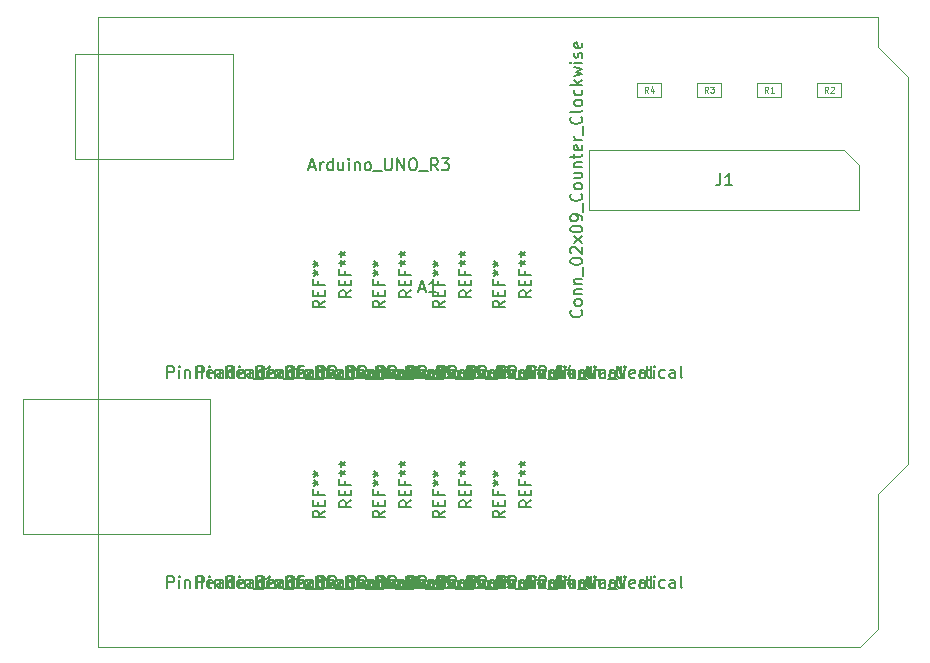
<source format=gbr>
G04 #@! TF.GenerationSoftware,KiCad,Pcbnew,5.0.2+dfsg1-1~bpo9+1*
G04 #@! TF.CreationDate,2020-03-31T02:51:35-04:00*
G04 #@! TF.ProjectId,pcb,7063622e-6b69-4636-9164-5f7063625858,rev?*
G04 #@! TF.SameCoordinates,Original*
G04 #@! TF.FileFunction,Other,Fab,Top*
%FSLAX46Y46*%
G04 Gerber Fmt 4.6, Leading zero omitted, Abs format (unit mm)*
G04 Created by KiCad (PCBNEW 5.0.2+dfsg1-1~bpo9+1) date Tue 31 Mar 2020 02:51:35 AM EDT*
%MOMM*%
%LPD*%
G01*
G04 APERTURE LIST*
%ADD10C,0.100000*%
%ADD11C,0.150000*%
%ADD12C,0.080000*%
G04 APERTURE END LIST*
D10*
G04 #@! TO.C,A1*
X94275001Y-120155001D02*
X110155001Y-120155001D01*
X110155001Y-120155001D02*
X110155001Y-131585001D01*
X110155001Y-131585001D02*
X94275001Y-131585001D01*
X94275001Y-131585001D02*
X94275001Y-120155001D01*
X98725001Y-90955001D02*
X112055001Y-90955001D01*
X112055001Y-90955001D02*
X112055001Y-99845001D01*
X112055001Y-99845001D02*
X98725001Y-99845001D01*
X98725001Y-99845001D02*
X98725001Y-90955001D01*
X166665001Y-128165001D02*
X166665001Y-139595001D01*
X169205001Y-92855001D02*
X169205001Y-125625001D01*
X169205001Y-125625001D02*
X166665001Y-128165001D01*
X166665001Y-87775001D02*
X166665001Y-90315001D01*
X166665001Y-90315001D02*
X169205001Y-92855001D01*
X166665001Y-139595001D02*
X165145001Y-141115001D01*
X165145001Y-141115001D02*
X100625001Y-141115001D01*
X100625001Y-141115001D02*
X100625001Y-87775001D01*
X100625001Y-87775001D02*
X166665001Y-87775001D01*
G04 #@! TO.C,R1*
X158480000Y-94580000D02*
X156480000Y-94580000D01*
X158480000Y-93380000D02*
X158480000Y-94580000D01*
X156480000Y-93380000D02*
X158480000Y-93380000D01*
X156480000Y-94580000D02*
X156480000Y-93380000D01*
G04 #@! TO.C,R2*
X161560000Y-94580000D02*
X161560000Y-93380000D01*
X161560000Y-93380000D02*
X163560000Y-93380000D01*
X163560000Y-93380000D02*
X163560000Y-94580000D01*
X163560000Y-94580000D02*
X161560000Y-94580000D01*
G04 #@! TO.C,R3*
X153400000Y-93380000D02*
X153400000Y-94580000D01*
X153400000Y-94580000D02*
X151400000Y-94580000D01*
X151400000Y-94580000D02*
X151400000Y-93380000D01*
X151400000Y-93380000D02*
X153400000Y-93380000D01*
G04 #@! TO.C,R4*
X146320000Y-93380000D02*
X148320000Y-93380000D01*
X146320000Y-94580000D02*
X146320000Y-93380000D01*
X148320000Y-94580000D02*
X146320000Y-94580000D01*
X148320000Y-93380000D02*
X148320000Y-94580000D01*
G04 #@! TO.C,J1*
X165100000Y-100330000D02*
X165100000Y-104140000D01*
X165100000Y-104140000D02*
X142240000Y-104140000D01*
X142240000Y-104140000D02*
X142240000Y-99060000D01*
X142240000Y-99060000D02*
X163830000Y-99060000D01*
X163830000Y-99060000D02*
X165100000Y-100330000D01*
G04 #@! TD*
G04 #@! TO.C,A1*
D11*
X118555238Y-100496666D02*
X119031428Y-100496666D01*
X118460000Y-100782380D02*
X118793333Y-99782380D01*
X119126666Y-100782380D01*
X119460000Y-100782380D02*
X119460000Y-100115714D01*
X119460000Y-100306190D02*
X119507619Y-100210952D01*
X119555238Y-100163333D01*
X119650476Y-100115714D01*
X119745714Y-100115714D01*
X120507619Y-100782380D02*
X120507619Y-99782380D01*
X120507619Y-100734761D02*
X120412380Y-100782380D01*
X120221904Y-100782380D01*
X120126666Y-100734761D01*
X120079047Y-100687142D01*
X120031428Y-100591904D01*
X120031428Y-100306190D01*
X120079047Y-100210952D01*
X120126666Y-100163333D01*
X120221904Y-100115714D01*
X120412380Y-100115714D01*
X120507619Y-100163333D01*
X121412380Y-100115714D02*
X121412380Y-100782380D01*
X120983809Y-100115714D02*
X120983809Y-100639523D01*
X121031428Y-100734761D01*
X121126666Y-100782380D01*
X121269523Y-100782380D01*
X121364761Y-100734761D01*
X121412380Y-100687142D01*
X121888571Y-100782380D02*
X121888571Y-100115714D01*
X121888571Y-99782380D02*
X121840952Y-99830000D01*
X121888571Y-99877619D01*
X121936190Y-99830000D01*
X121888571Y-99782380D01*
X121888571Y-99877619D01*
X122364761Y-100115714D02*
X122364761Y-100782380D01*
X122364761Y-100210952D02*
X122412380Y-100163333D01*
X122507619Y-100115714D01*
X122650476Y-100115714D01*
X122745714Y-100163333D01*
X122793333Y-100258571D01*
X122793333Y-100782380D01*
X123412380Y-100782380D02*
X123317142Y-100734761D01*
X123269523Y-100687142D01*
X123221904Y-100591904D01*
X123221904Y-100306190D01*
X123269523Y-100210952D01*
X123317142Y-100163333D01*
X123412380Y-100115714D01*
X123555238Y-100115714D01*
X123650476Y-100163333D01*
X123698095Y-100210952D01*
X123745714Y-100306190D01*
X123745714Y-100591904D01*
X123698095Y-100687142D01*
X123650476Y-100734761D01*
X123555238Y-100782380D01*
X123412380Y-100782380D01*
X123936190Y-100877619D02*
X124698095Y-100877619D01*
X124936190Y-99782380D02*
X124936190Y-100591904D01*
X124983809Y-100687142D01*
X125031428Y-100734761D01*
X125126666Y-100782380D01*
X125317142Y-100782380D01*
X125412380Y-100734761D01*
X125460000Y-100687142D01*
X125507619Y-100591904D01*
X125507619Y-99782380D01*
X125983809Y-100782380D02*
X125983809Y-99782380D01*
X126555238Y-100782380D01*
X126555238Y-99782380D01*
X127221904Y-99782380D02*
X127412380Y-99782380D01*
X127507619Y-99830000D01*
X127602857Y-99925238D01*
X127650476Y-100115714D01*
X127650476Y-100449047D01*
X127602857Y-100639523D01*
X127507619Y-100734761D01*
X127412380Y-100782380D01*
X127221904Y-100782380D01*
X127126666Y-100734761D01*
X127031428Y-100639523D01*
X126983809Y-100449047D01*
X126983809Y-100115714D01*
X127031428Y-99925238D01*
X127126666Y-99830000D01*
X127221904Y-99782380D01*
X127840952Y-100877619D02*
X128602857Y-100877619D01*
X129412380Y-100782380D02*
X129079047Y-100306190D01*
X128840952Y-100782380D02*
X128840952Y-99782380D01*
X129221904Y-99782380D01*
X129317142Y-99830000D01*
X129364761Y-99877619D01*
X129412380Y-99972857D01*
X129412380Y-100115714D01*
X129364761Y-100210952D01*
X129317142Y-100258571D01*
X129221904Y-100306190D01*
X128840952Y-100306190D01*
X129745714Y-99782380D02*
X130364761Y-99782380D01*
X130031428Y-100163333D01*
X130174285Y-100163333D01*
X130269523Y-100210952D01*
X130317142Y-100258571D01*
X130364761Y-100353809D01*
X130364761Y-100591904D01*
X130317142Y-100687142D01*
X130269523Y-100734761D01*
X130174285Y-100782380D01*
X129888571Y-100782380D01*
X129793333Y-100734761D01*
X129745714Y-100687142D01*
X127850715Y-110801667D02*
X128326905Y-110801667D01*
X127755477Y-111087381D02*
X128088810Y-110087381D01*
X128422143Y-111087381D01*
X129279286Y-111087381D02*
X128707858Y-111087381D01*
X128993572Y-111087381D02*
X128993572Y-110087381D01*
X128898334Y-110230239D01*
X128803096Y-110325477D01*
X128707858Y-110373096D01*
G04 #@! TO.C,REF\002A\002A*
X114142857Y-118352380D02*
X114142857Y-117352380D01*
X114523809Y-117352380D01*
X114619047Y-117400000D01*
X114666666Y-117447619D01*
X114714285Y-117542857D01*
X114714285Y-117685714D01*
X114666666Y-117780952D01*
X114619047Y-117828571D01*
X114523809Y-117876190D01*
X114142857Y-117876190D01*
X115142857Y-118352380D02*
X115142857Y-117685714D01*
X115142857Y-117352380D02*
X115095238Y-117400000D01*
X115142857Y-117447619D01*
X115190476Y-117400000D01*
X115142857Y-117352380D01*
X115142857Y-117447619D01*
X115619047Y-117685714D02*
X115619047Y-118352380D01*
X115619047Y-117780952D02*
X115666666Y-117733333D01*
X115761904Y-117685714D01*
X115904761Y-117685714D01*
X116000000Y-117733333D01*
X116047619Y-117828571D01*
X116047619Y-118352380D01*
X116523809Y-118352380D02*
X116523809Y-117352380D01*
X116523809Y-117828571D02*
X117095238Y-117828571D01*
X117095238Y-118352380D02*
X117095238Y-117352380D01*
X117952380Y-118304761D02*
X117857142Y-118352380D01*
X117666666Y-118352380D01*
X117571428Y-118304761D01*
X117523809Y-118209523D01*
X117523809Y-117828571D01*
X117571428Y-117733333D01*
X117666666Y-117685714D01*
X117857142Y-117685714D01*
X117952380Y-117733333D01*
X118000000Y-117828571D01*
X118000000Y-117923809D01*
X117523809Y-118019047D01*
X118857142Y-118352380D02*
X118857142Y-117828571D01*
X118809523Y-117733333D01*
X118714285Y-117685714D01*
X118523809Y-117685714D01*
X118428571Y-117733333D01*
X118857142Y-118304761D02*
X118761904Y-118352380D01*
X118523809Y-118352380D01*
X118428571Y-118304761D01*
X118380952Y-118209523D01*
X118380952Y-118114285D01*
X118428571Y-118019047D01*
X118523809Y-117971428D01*
X118761904Y-117971428D01*
X118857142Y-117923809D01*
X119761904Y-118352380D02*
X119761904Y-117352380D01*
X119761904Y-118304761D02*
X119666666Y-118352380D01*
X119476190Y-118352380D01*
X119380952Y-118304761D01*
X119333333Y-118257142D01*
X119285714Y-118161904D01*
X119285714Y-117876190D01*
X119333333Y-117780952D01*
X119380952Y-117733333D01*
X119476190Y-117685714D01*
X119666666Y-117685714D01*
X119761904Y-117733333D01*
X120619047Y-118304761D02*
X120523809Y-118352380D01*
X120333333Y-118352380D01*
X120238095Y-118304761D01*
X120190476Y-118209523D01*
X120190476Y-117828571D01*
X120238095Y-117733333D01*
X120333333Y-117685714D01*
X120523809Y-117685714D01*
X120619047Y-117733333D01*
X120666666Y-117828571D01*
X120666666Y-117923809D01*
X120190476Y-118019047D01*
X121095238Y-118352380D02*
X121095238Y-117685714D01*
X121095238Y-117876190D02*
X121142857Y-117780952D01*
X121190476Y-117733333D01*
X121285714Y-117685714D01*
X121380952Y-117685714D01*
X121476190Y-118447619D02*
X122238095Y-118447619D01*
X123000000Y-118352380D02*
X122428571Y-118352380D01*
X122714285Y-118352380D02*
X122714285Y-117352380D01*
X122619047Y-117495238D01*
X122523809Y-117590476D01*
X122428571Y-117638095D01*
X123333333Y-118352380D02*
X123857142Y-117685714D01*
X123333333Y-117685714D02*
X123857142Y-118352380D01*
X124428571Y-117352380D02*
X124523809Y-117352380D01*
X124619047Y-117400000D01*
X124666666Y-117447619D01*
X124714285Y-117542857D01*
X124761904Y-117733333D01*
X124761904Y-117971428D01*
X124714285Y-118161904D01*
X124666666Y-118257142D01*
X124619047Y-118304761D01*
X124523809Y-118352380D01*
X124428571Y-118352380D01*
X124333333Y-118304761D01*
X124285714Y-118257142D01*
X124238095Y-118161904D01*
X124190476Y-117971428D01*
X124190476Y-117733333D01*
X124238095Y-117542857D01*
X124285714Y-117447619D01*
X124333333Y-117400000D01*
X124428571Y-117352380D01*
X125666666Y-117352380D02*
X125190476Y-117352380D01*
X125142857Y-117828571D01*
X125190476Y-117780952D01*
X125285714Y-117733333D01*
X125523809Y-117733333D01*
X125619047Y-117780952D01*
X125666666Y-117828571D01*
X125714285Y-117923809D01*
X125714285Y-118161904D01*
X125666666Y-118257142D01*
X125619047Y-118304761D01*
X125523809Y-118352380D01*
X125285714Y-118352380D01*
X125190476Y-118304761D01*
X125142857Y-118257142D01*
X125904761Y-118447619D02*
X126666666Y-118447619D01*
X126904761Y-118352380D02*
X126904761Y-117352380D01*
X127285714Y-117352380D01*
X127380952Y-117400000D01*
X127428571Y-117447619D01*
X127476190Y-117542857D01*
X127476190Y-117685714D01*
X127428571Y-117780952D01*
X127380952Y-117828571D01*
X127285714Y-117876190D01*
X126904761Y-117876190D01*
X127857142Y-117447619D02*
X127904761Y-117400000D01*
X128000000Y-117352380D01*
X128238095Y-117352380D01*
X128333333Y-117400000D01*
X128380952Y-117447619D01*
X128428571Y-117542857D01*
X128428571Y-117638095D01*
X128380952Y-117780952D01*
X127809523Y-118352380D01*
X128428571Y-118352380D01*
X128857142Y-118257142D02*
X128904761Y-118304761D01*
X128857142Y-118352380D01*
X128809523Y-118304761D01*
X128857142Y-118257142D01*
X128857142Y-118352380D01*
X129809523Y-117352380D02*
X129333333Y-117352380D01*
X129285714Y-117828571D01*
X129333333Y-117780952D01*
X129428571Y-117733333D01*
X129666666Y-117733333D01*
X129761904Y-117780952D01*
X129809523Y-117828571D01*
X129857142Y-117923809D01*
X129857142Y-118161904D01*
X129809523Y-118257142D01*
X129761904Y-118304761D01*
X129666666Y-118352380D01*
X129428571Y-118352380D01*
X129333333Y-118304761D01*
X129285714Y-118257142D01*
X130714285Y-117685714D02*
X130714285Y-118352380D01*
X130476190Y-117304761D02*
X130238095Y-118019047D01*
X130857142Y-118019047D01*
X131238095Y-118352380D02*
X131238095Y-117685714D01*
X131238095Y-117780952D02*
X131285714Y-117733333D01*
X131380952Y-117685714D01*
X131523809Y-117685714D01*
X131619047Y-117733333D01*
X131666666Y-117828571D01*
X131666666Y-118352380D01*
X131666666Y-117828571D02*
X131714285Y-117733333D01*
X131809523Y-117685714D01*
X131952380Y-117685714D01*
X132047619Y-117733333D01*
X132095238Y-117828571D01*
X132095238Y-118352380D01*
X132571428Y-118352380D02*
X132571428Y-117685714D01*
X132571428Y-117780952D02*
X132619047Y-117733333D01*
X132714285Y-117685714D01*
X132857142Y-117685714D01*
X132952380Y-117733333D01*
X133000000Y-117828571D01*
X133000000Y-118352380D01*
X133000000Y-117828571D02*
X133047619Y-117733333D01*
X133142857Y-117685714D01*
X133285714Y-117685714D01*
X133380952Y-117733333D01*
X133428571Y-117828571D01*
X133428571Y-118352380D01*
X133666666Y-118447619D02*
X134428571Y-118447619D01*
X134523809Y-117352380D02*
X134857142Y-118352380D01*
X135190476Y-117352380D01*
X135904761Y-118304761D02*
X135809523Y-118352380D01*
X135619047Y-118352380D01*
X135523809Y-118304761D01*
X135476190Y-118209523D01*
X135476190Y-117828571D01*
X135523809Y-117733333D01*
X135619047Y-117685714D01*
X135809523Y-117685714D01*
X135904761Y-117733333D01*
X135952380Y-117828571D01*
X135952380Y-117923809D01*
X135476190Y-118019047D01*
X136380952Y-118352380D02*
X136380952Y-117685714D01*
X136380952Y-117876190D02*
X136428571Y-117780952D01*
X136476190Y-117733333D01*
X136571428Y-117685714D01*
X136666666Y-117685714D01*
X136857142Y-117685714D02*
X137238095Y-117685714D01*
X137000000Y-117352380D02*
X137000000Y-118209523D01*
X137047619Y-118304761D01*
X137142857Y-118352380D01*
X137238095Y-118352380D01*
X137571428Y-118352380D02*
X137571428Y-117685714D01*
X137571428Y-117352380D02*
X137523809Y-117400000D01*
X137571428Y-117447619D01*
X137619047Y-117400000D01*
X137571428Y-117352380D01*
X137571428Y-117447619D01*
X138476190Y-118304761D02*
X138380952Y-118352380D01*
X138190476Y-118352380D01*
X138095238Y-118304761D01*
X138047619Y-118257142D01*
X138000000Y-118161904D01*
X138000000Y-117876190D01*
X138047619Y-117780952D01*
X138095238Y-117733333D01*
X138190476Y-117685714D01*
X138380952Y-117685714D01*
X138476190Y-117733333D01*
X139333333Y-118352380D02*
X139333333Y-117828571D01*
X139285714Y-117733333D01*
X139190476Y-117685714D01*
X139000000Y-117685714D01*
X138904761Y-117733333D01*
X139333333Y-118304761D02*
X139238095Y-118352380D01*
X139000000Y-118352380D01*
X138904761Y-118304761D01*
X138857142Y-118209523D01*
X138857142Y-118114285D01*
X138904761Y-118019047D01*
X139000000Y-117971428D01*
X139238095Y-117971428D01*
X139333333Y-117923809D01*
X139952380Y-118352380D02*
X139857142Y-118304761D01*
X139809523Y-118209523D01*
X139809523Y-117352380D01*
X127172380Y-110943333D02*
X126696190Y-111276666D01*
X127172380Y-111514761D02*
X126172380Y-111514761D01*
X126172380Y-111133809D01*
X126220000Y-111038571D01*
X126267619Y-110990952D01*
X126362857Y-110943333D01*
X126505714Y-110943333D01*
X126600952Y-110990952D01*
X126648571Y-111038571D01*
X126696190Y-111133809D01*
X126696190Y-111514761D01*
X126648571Y-110514761D02*
X126648571Y-110181428D01*
X127172380Y-110038571D02*
X127172380Y-110514761D01*
X126172380Y-110514761D01*
X126172380Y-110038571D01*
X126648571Y-109276666D02*
X126648571Y-109610000D01*
X127172380Y-109610000D02*
X126172380Y-109610000D01*
X126172380Y-109133809D01*
X126172380Y-108610000D02*
X126410476Y-108610000D01*
X126315238Y-108848095D02*
X126410476Y-108610000D01*
X126315238Y-108371904D01*
X126600952Y-108752857D02*
X126410476Y-108610000D01*
X126600952Y-108467142D01*
X126172380Y-107848095D02*
X126410476Y-107848095D01*
X126315238Y-108086190D02*
X126410476Y-107848095D01*
X126315238Y-107610000D01*
X126600952Y-107990952D02*
X126410476Y-107848095D01*
X126600952Y-107705238D01*
X121762857Y-118352380D02*
X121762857Y-117352380D01*
X122143809Y-117352380D01*
X122239047Y-117400000D01*
X122286666Y-117447619D01*
X122334285Y-117542857D01*
X122334285Y-117685714D01*
X122286666Y-117780952D01*
X122239047Y-117828571D01*
X122143809Y-117876190D01*
X121762857Y-117876190D01*
X122762857Y-118352380D02*
X122762857Y-117685714D01*
X122762857Y-117352380D02*
X122715238Y-117400000D01*
X122762857Y-117447619D01*
X122810476Y-117400000D01*
X122762857Y-117352380D01*
X122762857Y-117447619D01*
X123239047Y-117685714D02*
X123239047Y-118352380D01*
X123239047Y-117780952D02*
X123286666Y-117733333D01*
X123381904Y-117685714D01*
X123524761Y-117685714D01*
X123620000Y-117733333D01*
X123667619Y-117828571D01*
X123667619Y-118352380D01*
X124143809Y-118352380D02*
X124143809Y-117352380D01*
X124143809Y-117828571D02*
X124715238Y-117828571D01*
X124715238Y-118352380D02*
X124715238Y-117352380D01*
X125572380Y-118304761D02*
X125477142Y-118352380D01*
X125286666Y-118352380D01*
X125191428Y-118304761D01*
X125143809Y-118209523D01*
X125143809Y-117828571D01*
X125191428Y-117733333D01*
X125286666Y-117685714D01*
X125477142Y-117685714D01*
X125572380Y-117733333D01*
X125620000Y-117828571D01*
X125620000Y-117923809D01*
X125143809Y-118019047D01*
X126477142Y-118352380D02*
X126477142Y-117828571D01*
X126429523Y-117733333D01*
X126334285Y-117685714D01*
X126143809Y-117685714D01*
X126048571Y-117733333D01*
X126477142Y-118304761D02*
X126381904Y-118352380D01*
X126143809Y-118352380D01*
X126048571Y-118304761D01*
X126000952Y-118209523D01*
X126000952Y-118114285D01*
X126048571Y-118019047D01*
X126143809Y-117971428D01*
X126381904Y-117971428D01*
X126477142Y-117923809D01*
X127381904Y-118352380D02*
X127381904Y-117352380D01*
X127381904Y-118304761D02*
X127286666Y-118352380D01*
X127096190Y-118352380D01*
X127000952Y-118304761D01*
X126953333Y-118257142D01*
X126905714Y-118161904D01*
X126905714Y-117876190D01*
X126953333Y-117780952D01*
X127000952Y-117733333D01*
X127096190Y-117685714D01*
X127286666Y-117685714D01*
X127381904Y-117733333D01*
X128239047Y-118304761D02*
X128143809Y-118352380D01*
X127953333Y-118352380D01*
X127858095Y-118304761D01*
X127810476Y-118209523D01*
X127810476Y-117828571D01*
X127858095Y-117733333D01*
X127953333Y-117685714D01*
X128143809Y-117685714D01*
X128239047Y-117733333D01*
X128286666Y-117828571D01*
X128286666Y-117923809D01*
X127810476Y-118019047D01*
X128715238Y-118352380D02*
X128715238Y-117685714D01*
X128715238Y-117876190D02*
X128762857Y-117780952D01*
X128810476Y-117733333D01*
X128905714Y-117685714D01*
X129000952Y-117685714D01*
X129096190Y-118447619D02*
X129858095Y-118447619D01*
X130620000Y-118352380D02*
X130048571Y-118352380D01*
X130334285Y-118352380D02*
X130334285Y-117352380D01*
X130239047Y-117495238D01*
X130143809Y-117590476D01*
X130048571Y-117638095D01*
X130953333Y-118352380D02*
X131477142Y-117685714D01*
X130953333Y-117685714D02*
X131477142Y-118352380D01*
X132048571Y-117352380D02*
X132143809Y-117352380D01*
X132239047Y-117400000D01*
X132286666Y-117447619D01*
X132334285Y-117542857D01*
X132381904Y-117733333D01*
X132381904Y-117971428D01*
X132334285Y-118161904D01*
X132286666Y-118257142D01*
X132239047Y-118304761D01*
X132143809Y-118352380D01*
X132048571Y-118352380D01*
X131953333Y-118304761D01*
X131905714Y-118257142D01*
X131858095Y-118161904D01*
X131810476Y-117971428D01*
X131810476Y-117733333D01*
X131858095Y-117542857D01*
X131905714Y-117447619D01*
X131953333Y-117400000D01*
X132048571Y-117352380D01*
X133286666Y-117352380D02*
X132810476Y-117352380D01*
X132762857Y-117828571D01*
X132810476Y-117780952D01*
X132905714Y-117733333D01*
X133143809Y-117733333D01*
X133239047Y-117780952D01*
X133286666Y-117828571D01*
X133334285Y-117923809D01*
X133334285Y-118161904D01*
X133286666Y-118257142D01*
X133239047Y-118304761D01*
X133143809Y-118352380D01*
X132905714Y-118352380D01*
X132810476Y-118304761D01*
X132762857Y-118257142D01*
X133524761Y-118447619D02*
X134286666Y-118447619D01*
X134524761Y-118352380D02*
X134524761Y-117352380D01*
X134905714Y-117352380D01*
X135000952Y-117400000D01*
X135048571Y-117447619D01*
X135096190Y-117542857D01*
X135096190Y-117685714D01*
X135048571Y-117780952D01*
X135000952Y-117828571D01*
X134905714Y-117876190D01*
X134524761Y-117876190D01*
X135477142Y-117447619D02*
X135524761Y-117400000D01*
X135620000Y-117352380D01*
X135858095Y-117352380D01*
X135953333Y-117400000D01*
X136000952Y-117447619D01*
X136048571Y-117542857D01*
X136048571Y-117638095D01*
X136000952Y-117780952D01*
X135429523Y-118352380D01*
X136048571Y-118352380D01*
X136477142Y-118257142D02*
X136524761Y-118304761D01*
X136477142Y-118352380D01*
X136429523Y-118304761D01*
X136477142Y-118257142D01*
X136477142Y-118352380D01*
X137429523Y-117352380D02*
X136953333Y-117352380D01*
X136905714Y-117828571D01*
X136953333Y-117780952D01*
X137048571Y-117733333D01*
X137286666Y-117733333D01*
X137381904Y-117780952D01*
X137429523Y-117828571D01*
X137477142Y-117923809D01*
X137477142Y-118161904D01*
X137429523Y-118257142D01*
X137381904Y-118304761D01*
X137286666Y-118352380D01*
X137048571Y-118352380D01*
X136953333Y-118304761D01*
X136905714Y-118257142D01*
X138334285Y-117685714D02*
X138334285Y-118352380D01*
X138096190Y-117304761D02*
X137858095Y-118019047D01*
X138477142Y-118019047D01*
X138858095Y-118352380D02*
X138858095Y-117685714D01*
X138858095Y-117780952D02*
X138905714Y-117733333D01*
X139000952Y-117685714D01*
X139143809Y-117685714D01*
X139239047Y-117733333D01*
X139286666Y-117828571D01*
X139286666Y-118352380D01*
X139286666Y-117828571D02*
X139334285Y-117733333D01*
X139429523Y-117685714D01*
X139572380Y-117685714D01*
X139667619Y-117733333D01*
X139715238Y-117828571D01*
X139715238Y-118352380D01*
X140191428Y-118352380D02*
X140191428Y-117685714D01*
X140191428Y-117780952D02*
X140239047Y-117733333D01*
X140334285Y-117685714D01*
X140477142Y-117685714D01*
X140572380Y-117733333D01*
X140620000Y-117828571D01*
X140620000Y-118352380D01*
X140620000Y-117828571D02*
X140667619Y-117733333D01*
X140762857Y-117685714D01*
X140905714Y-117685714D01*
X141000952Y-117733333D01*
X141048571Y-117828571D01*
X141048571Y-118352380D01*
X141286666Y-118447619D02*
X142048571Y-118447619D01*
X142143809Y-117352380D02*
X142477142Y-118352380D01*
X142810476Y-117352380D01*
X143524761Y-118304761D02*
X143429523Y-118352380D01*
X143239047Y-118352380D01*
X143143809Y-118304761D01*
X143096190Y-118209523D01*
X143096190Y-117828571D01*
X143143809Y-117733333D01*
X143239047Y-117685714D01*
X143429523Y-117685714D01*
X143524761Y-117733333D01*
X143572380Y-117828571D01*
X143572380Y-117923809D01*
X143096190Y-118019047D01*
X144000952Y-118352380D02*
X144000952Y-117685714D01*
X144000952Y-117876190D02*
X144048571Y-117780952D01*
X144096190Y-117733333D01*
X144191428Y-117685714D01*
X144286666Y-117685714D01*
X144477142Y-117685714D02*
X144858095Y-117685714D01*
X144620000Y-117352380D02*
X144620000Y-118209523D01*
X144667619Y-118304761D01*
X144762857Y-118352380D01*
X144858095Y-118352380D01*
X145191428Y-118352380D02*
X145191428Y-117685714D01*
X145191428Y-117352380D02*
X145143809Y-117400000D01*
X145191428Y-117447619D01*
X145239047Y-117400000D01*
X145191428Y-117352380D01*
X145191428Y-117447619D01*
X146096190Y-118304761D02*
X146000952Y-118352380D01*
X145810476Y-118352380D01*
X145715238Y-118304761D01*
X145667619Y-118257142D01*
X145620000Y-118161904D01*
X145620000Y-117876190D01*
X145667619Y-117780952D01*
X145715238Y-117733333D01*
X145810476Y-117685714D01*
X146000952Y-117685714D01*
X146096190Y-117733333D01*
X146953333Y-118352380D02*
X146953333Y-117828571D01*
X146905714Y-117733333D01*
X146810476Y-117685714D01*
X146620000Y-117685714D01*
X146524761Y-117733333D01*
X146953333Y-118304761D02*
X146858095Y-118352380D01*
X146620000Y-118352380D01*
X146524761Y-118304761D01*
X146477142Y-118209523D01*
X146477142Y-118114285D01*
X146524761Y-118019047D01*
X146620000Y-117971428D01*
X146858095Y-117971428D01*
X146953333Y-117923809D01*
X147572380Y-118352380D02*
X147477142Y-118304761D01*
X147429523Y-118209523D01*
X147429523Y-117352380D01*
X135072380Y-111823333D02*
X134596190Y-112156666D01*
X135072380Y-112394761D02*
X134072380Y-112394761D01*
X134072380Y-112013809D01*
X134120000Y-111918571D01*
X134167619Y-111870952D01*
X134262857Y-111823333D01*
X134405714Y-111823333D01*
X134500952Y-111870952D01*
X134548571Y-111918571D01*
X134596190Y-112013809D01*
X134596190Y-112394761D01*
X134548571Y-111394761D02*
X134548571Y-111061428D01*
X135072380Y-110918571D02*
X135072380Y-111394761D01*
X134072380Y-111394761D01*
X134072380Y-110918571D01*
X134548571Y-110156666D02*
X134548571Y-110490000D01*
X135072380Y-110490000D02*
X134072380Y-110490000D01*
X134072380Y-110013809D01*
X134072380Y-109490000D02*
X134310476Y-109490000D01*
X134215238Y-109728095D02*
X134310476Y-109490000D01*
X134215238Y-109251904D01*
X134500952Y-109632857D02*
X134310476Y-109490000D01*
X134500952Y-109347142D01*
X134072380Y-108728095D02*
X134310476Y-108728095D01*
X134215238Y-108966190D02*
X134310476Y-108728095D01*
X134215238Y-108490000D01*
X134500952Y-108870952D02*
X134310476Y-108728095D01*
X134500952Y-108585238D01*
X106522857Y-118352380D02*
X106522857Y-117352380D01*
X106903809Y-117352380D01*
X106999047Y-117400000D01*
X107046666Y-117447619D01*
X107094285Y-117542857D01*
X107094285Y-117685714D01*
X107046666Y-117780952D01*
X106999047Y-117828571D01*
X106903809Y-117876190D01*
X106522857Y-117876190D01*
X107522857Y-118352380D02*
X107522857Y-117685714D01*
X107522857Y-117352380D02*
X107475238Y-117400000D01*
X107522857Y-117447619D01*
X107570476Y-117400000D01*
X107522857Y-117352380D01*
X107522857Y-117447619D01*
X107999047Y-117685714D02*
X107999047Y-118352380D01*
X107999047Y-117780952D02*
X108046666Y-117733333D01*
X108141904Y-117685714D01*
X108284761Y-117685714D01*
X108380000Y-117733333D01*
X108427619Y-117828571D01*
X108427619Y-118352380D01*
X108903809Y-118352380D02*
X108903809Y-117352380D01*
X108903809Y-117828571D02*
X109475238Y-117828571D01*
X109475238Y-118352380D02*
X109475238Y-117352380D01*
X110332380Y-118304761D02*
X110237142Y-118352380D01*
X110046666Y-118352380D01*
X109951428Y-118304761D01*
X109903809Y-118209523D01*
X109903809Y-117828571D01*
X109951428Y-117733333D01*
X110046666Y-117685714D01*
X110237142Y-117685714D01*
X110332380Y-117733333D01*
X110380000Y-117828571D01*
X110380000Y-117923809D01*
X109903809Y-118019047D01*
X111237142Y-118352380D02*
X111237142Y-117828571D01*
X111189523Y-117733333D01*
X111094285Y-117685714D01*
X110903809Y-117685714D01*
X110808571Y-117733333D01*
X111237142Y-118304761D02*
X111141904Y-118352380D01*
X110903809Y-118352380D01*
X110808571Y-118304761D01*
X110760952Y-118209523D01*
X110760952Y-118114285D01*
X110808571Y-118019047D01*
X110903809Y-117971428D01*
X111141904Y-117971428D01*
X111237142Y-117923809D01*
X112141904Y-118352380D02*
X112141904Y-117352380D01*
X112141904Y-118304761D02*
X112046666Y-118352380D01*
X111856190Y-118352380D01*
X111760952Y-118304761D01*
X111713333Y-118257142D01*
X111665714Y-118161904D01*
X111665714Y-117876190D01*
X111713333Y-117780952D01*
X111760952Y-117733333D01*
X111856190Y-117685714D01*
X112046666Y-117685714D01*
X112141904Y-117733333D01*
X112999047Y-118304761D02*
X112903809Y-118352380D01*
X112713333Y-118352380D01*
X112618095Y-118304761D01*
X112570476Y-118209523D01*
X112570476Y-117828571D01*
X112618095Y-117733333D01*
X112713333Y-117685714D01*
X112903809Y-117685714D01*
X112999047Y-117733333D01*
X113046666Y-117828571D01*
X113046666Y-117923809D01*
X112570476Y-118019047D01*
X113475238Y-118352380D02*
X113475238Y-117685714D01*
X113475238Y-117876190D02*
X113522857Y-117780952D01*
X113570476Y-117733333D01*
X113665714Y-117685714D01*
X113760952Y-117685714D01*
X113856190Y-118447619D02*
X114618095Y-118447619D01*
X115380000Y-118352380D02*
X114808571Y-118352380D01*
X115094285Y-118352380D02*
X115094285Y-117352380D01*
X114999047Y-117495238D01*
X114903809Y-117590476D01*
X114808571Y-117638095D01*
X115713333Y-118352380D02*
X116237142Y-117685714D01*
X115713333Y-117685714D02*
X116237142Y-118352380D01*
X116808571Y-117352380D02*
X116903809Y-117352380D01*
X116999047Y-117400000D01*
X117046666Y-117447619D01*
X117094285Y-117542857D01*
X117141904Y-117733333D01*
X117141904Y-117971428D01*
X117094285Y-118161904D01*
X117046666Y-118257142D01*
X116999047Y-118304761D01*
X116903809Y-118352380D01*
X116808571Y-118352380D01*
X116713333Y-118304761D01*
X116665714Y-118257142D01*
X116618095Y-118161904D01*
X116570476Y-117971428D01*
X116570476Y-117733333D01*
X116618095Y-117542857D01*
X116665714Y-117447619D01*
X116713333Y-117400000D01*
X116808571Y-117352380D01*
X118046666Y-117352380D02*
X117570476Y-117352380D01*
X117522857Y-117828571D01*
X117570476Y-117780952D01*
X117665714Y-117733333D01*
X117903809Y-117733333D01*
X117999047Y-117780952D01*
X118046666Y-117828571D01*
X118094285Y-117923809D01*
X118094285Y-118161904D01*
X118046666Y-118257142D01*
X117999047Y-118304761D01*
X117903809Y-118352380D01*
X117665714Y-118352380D01*
X117570476Y-118304761D01*
X117522857Y-118257142D01*
X118284761Y-118447619D02*
X119046666Y-118447619D01*
X119284761Y-118352380D02*
X119284761Y-117352380D01*
X119665714Y-117352380D01*
X119760952Y-117400000D01*
X119808571Y-117447619D01*
X119856190Y-117542857D01*
X119856190Y-117685714D01*
X119808571Y-117780952D01*
X119760952Y-117828571D01*
X119665714Y-117876190D01*
X119284761Y-117876190D01*
X120237142Y-117447619D02*
X120284761Y-117400000D01*
X120380000Y-117352380D01*
X120618095Y-117352380D01*
X120713333Y-117400000D01*
X120760952Y-117447619D01*
X120808571Y-117542857D01*
X120808571Y-117638095D01*
X120760952Y-117780952D01*
X120189523Y-118352380D01*
X120808571Y-118352380D01*
X121237142Y-118257142D02*
X121284761Y-118304761D01*
X121237142Y-118352380D01*
X121189523Y-118304761D01*
X121237142Y-118257142D01*
X121237142Y-118352380D01*
X122189523Y-117352380D02*
X121713333Y-117352380D01*
X121665714Y-117828571D01*
X121713333Y-117780952D01*
X121808571Y-117733333D01*
X122046666Y-117733333D01*
X122141904Y-117780952D01*
X122189523Y-117828571D01*
X122237142Y-117923809D01*
X122237142Y-118161904D01*
X122189523Y-118257142D01*
X122141904Y-118304761D01*
X122046666Y-118352380D01*
X121808571Y-118352380D01*
X121713333Y-118304761D01*
X121665714Y-118257142D01*
X123094285Y-117685714D02*
X123094285Y-118352380D01*
X122856190Y-117304761D02*
X122618095Y-118019047D01*
X123237142Y-118019047D01*
X123618095Y-118352380D02*
X123618095Y-117685714D01*
X123618095Y-117780952D02*
X123665714Y-117733333D01*
X123760952Y-117685714D01*
X123903809Y-117685714D01*
X123999047Y-117733333D01*
X124046666Y-117828571D01*
X124046666Y-118352380D01*
X124046666Y-117828571D02*
X124094285Y-117733333D01*
X124189523Y-117685714D01*
X124332380Y-117685714D01*
X124427619Y-117733333D01*
X124475238Y-117828571D01*
X124475238Y-118352380D01*
X124951428Y-118352380D02*
X124951428Y-117685714D01*
X124951428Y-117780952D02*
X124999047Y-117733333D01*
X125094285Y-117685714D01*
X125237142Y-117685714D01*
X125332380Y-117733333D01*
X125380000Y-117828571D01*
X125380000Y-118352380D01*
X125380000Y-117828571D02*
X125427619Y-117733333D01*
X125522857Y-117685714D01*
X125665714Y-117685714D01*
X125760952Y-117733333D01*
X125808571Y-117828571D01*
X125808571Y-118352380D01*
X126046666Y-118447619D02*
X126808571Y-118447619D01*
X126903809Y-117352380D02*
X127237142Y-118352380D01*
X127570476Y-117352380D01*
X128284761Y-118304761D02*
X128189523Y-118352380D01*
X127999047Y-118352380D01*
X127903809Y-118304761D01*
X127856190Y-118209523D01*
X127856190Y-117828571D01*
X127903809Y-117733333D01*
X127999047Y-117685714D01*
X128189523Y-117685714D01*
X128284761Y-117733333D01*
X128332380Y-117828571D01*
X128332380Y-117923809D01*
X127856190Y-118019047D01*
X128760952Y-118352380D02*
X128760952Y-117685714D01*
X128760952Y-117876190D02*
X128808571Y-117780952D01*
X128856190Y-117733333D01*
X128951428Y-117685714D01*
X129046666Y-117685714D01*
X129237142Y-117685714D02*
X129618095Y-117685714D01*
X129380000Y-117352380D02*
X129380000Y-118209523D01*
X129427619Y-118304761D01*
X129522857Y-118352380D01*
X129618095Y-118352380D01*
X129951428Y-118352380D02*
X129951428Y-117685714D01*
X129951428Y-117352380D02*
X129903809Y-117400000D01*
X129951428Y-117447619D01*
X129999047Y-117400000D01*
X129951428Y-117352380D01*
X129951428Y-117447619D01*
X130856190Y-118304761D02*
X130760952Y-118352380D01*
X130570476Y-118352380D01*
X130475238Y-118304761D01*
X130427619Y-118257142D01*
X130380000Y-118161904D01*
X130380000Y-117876190D01*
X130427619Y-117780952D01*
X130475238Y-117733333D01*
X130570476Y-117685714D01*
X130760952Y-117685714D01*
X130856190Y-117733333D01*
X131713333Y-118352380D02*
X131713333Y-117828571D01*
X131665714Y-117733333D01*
X131570476Y-117685714D01*
X131380000Y-117685714D01*
X131284761Y-117733333D01*
X131713333Y-118304761D02*
X131618095Y-118352380D01*
X131380000Y-118352380D01*
X131284761Y-118304761D01*
X131237142Y-118209523D01*
X131237142Y-118114285D01*
X131284761Y-118019047D01*
X131380000Y-117971428D01*
X131618095Y-117971428D01*
X131713333Y-117923809D01*
X132332380Y-118352380D02*
X132237142Y-118304761D01*
X132189523Y-118209523D01*
X132189523Y-117352380D01*
X119832380Y-111823333D02*
X119356190Y-112156666D01*
X119832380Y-112394761D02*
X118832380Y-112394761D01*
X118832380Y-112013809D01*
X118880000Y-111918571D01*
X118927619Y-111870952D01*
X119022857Y-111823333D01*
X119165714Y-111823333D01*
X119260952Y-111870952D01*
X119308571Y-111918571D01*
X119356190Y-112013809D01*
X119356190Y-112394761D01*
X119308571Y-111394761D02*
X119308571Y-111061428D01*
X119832380Y-110918571D02*
X119832380Y-111394761D01*
X118832380Y-111394761D01*
X118832380Y-110918571D01*
X119308571Y-110156666D02*
X119308571Y-110490000D01*
X119832380Y-110490000D02*
X118832380Y-110490000D01*
X118832380Y-110013809D01*
X118832380Y-109490000D02*
X119070476Y-109490000D01*
X118975238Y-109728095D02*
X119070476Y-109490000D01*
X118975238Y-109251904D01*
X119260952Y-109632857D02*
X119070476Y-109490000D01*
X119260952Y-109347142D01*
X118832380Y-108728095D02*
X119070476Y-108728095D01*
X118975238Y-108966190D02*
X119070476Y-108728095D01*
X118975238Y-108490000D01*
X119260952Y-108870952D02*
X119070476Y-108728095D01*
X119260952Y-108585238D01*
X119222857Y-118352380D02*
X119222857Y-117352380D01*
X119603809Y-117352380D01*
X119699047Y-117400000D01*
X119746666Y-117447619D01*
X119794285Y-117542857D01*
X119794285Y-117685714D01*
X119746666Y-117780952D01*
X119699047Y-117828571D01*
X119603809Y-117876190D01*
X119222857Y-117876190D01*
X120222857Y-118352380D02*
X120222857Y-117685714D01*
X120222857Y-117352380D02*
X120175238Y-117400000D01*
X120222857Y-117447619D01*
X120270476Y-117400000D01*
X120222857Y-117352380D01*
X120222857Y-117447619D01*
X120699047Y-117685714D02*
X120699047Y-118352380D01*
X120699047Y-117780952D02*
X120746666Y-117733333D01*
X120841904Y-117685714D01*
X120984761Y-117685714D01*
X121080000Y-117733333D01*
X121127619Y-117828571D01*
X121127619Y-118352380D01*
X121603809Y-118352380D02*
X121603809Y-117352380D01*
X121603809Y-117828571D02*
X122175238Y-117828571D01*
X122175238Y-118352380D02*
X122175238Y-117352380D01*
X123032380Y-118304761D02*
X122937142Y-118352380D01*
X122746666Y-118352380D01*
X122651428Y-118304761D01*
X122603809Y-118209523D01*
X122603809Y-117828571D01*
X122651428Y-117733333D01*
X122746666Y-117685714D01*
X122937142Y-117685714D01*
X123032380Y-117733333D01*
X123080000Y-117828571D01*
X123080000Y-117923809D01*
X122603809Y-118019047D01*
X123937142Y-118352380D02*
X123937142Y-117828571D01*
X123889523Y-117733333D01*
X123794285Y-117685714D01*
X123603809Y-117685714D01*
X123508571Y-117733333D01*
X123937142Y-118304761D02*
X123841904Y-118352380D01*
X123603809Y-118352380D01*
X123508571Y-118304761D01*
X123460952Y-118209523D01*
X123460952Y-118114285D01*
X123508571Y-118019047D01*
X123603809Y-117971428D01*
X123841904Y-117971428D01*
X123937142Y-117923809D01*
X124841904Y-118352380D02*
X124841904Y-117352380D01*
X124841904Y-118304761D02*
X124746666Y-118352380D01*
X124556190Y-118352380D01*
X124460952Y-118304761D01*
X124413333Y-118257142D01*
X124365714Y-118161904D01*
X124365714Y-117876190D01*
X124413333Y-117780952D01*
X124460952Y-117733333D01*
X124556190Y-117685714D01*
X124746666Y-117685714D01*
X124841904Y-117733333D01*
X125699047Y-118304761D02*
X125603809Y-118352380D01*
X125413333Y-118352380D01*
X125318095Y-118304761D01*
X125270476Y-118209523D01*
X125270476Y-117828571D01*
X125318095Y-117733333D01*
X125413333Y-117685714D01*
X125603809Y-117685714D01*
X125699047Y-117733333D01*
X125746666Y-117828571D01*
X125746666Y-117923809D01*
X125270476Y-118019047D01*
X126175238Y-118352380D02*
X126175238Y-117685714D01*
X126175238Y-117876190D02*
X126222857Y-117780952D01*
X126270476Y-117733333D01*
X126365714Y-117685714D01*
X126460952Y-117685714D01*
X126556190Y-118447619D02*
X127318095Y-118447619D01*
X128080000Y-118352380D02*
X127508571Y-118352380D01*
X127794285Y-118352380D02*
X127794285Y-117352380D01*
X127699047Y-117495238D01*
X127603809Y-117590476D01*
X127508571Y-117638095D01*
X128413333Y-118352380D02*
X128937142Y-117685714D01*
X128413333Y-117685714D02*
X128937142Y-118352380D01*
X129508571Y-117352380D02*
X129603809Y-117352380D01*
X129699047Y-117400000D01*
X129746666Y-117447619D01*
X129794285Y-117542857D01*
X129841904Y-117733333D01*
X129841904Y-117971428D01*
X129794285Y-118161904D01*
X129746666Y-118257142D01*
X129699047Y-118304761D01*
X129603809Y-118352380D01*
X129508571Y-118352380D01*
X129413333Y-118304761D01*
X129365714Y-118257142D01*
X129318095Y-118161904D01*
X129270476Y-117971428D01*
X129270476Y-117733333D01*
X129318095Y-117542857D01*
X129365714Y-117447619D01*
X129413333Y-117400000D01*
X129508571Y-117352380D01*
X130746666Y-117352380D02*
X130270476Y-117352380D01*
X130222857Y-117828571D01*
X130270476Y-117780952D01*
X130365714Y-117733333D01*
X130603809Y-117733333D01*
X130699047Y-117780952D01*
X130746666Y-117828571D01*
X130794285Y-117923809D01*
X130794285Y-118161904D01*
X130746666Y-118257142D01*
X130699047Y-118304761D01*
X130603809Y-118352380D01*
X130365714Y-118352380D01*
X130270476Y-118304761D01*
X130222857Y-118257142D01*
X130984761Y-118447619D02*
X131746666Y-118447619D01*
X131984761Y-118352380D02*
X131984761Y-117352380D01*
X132365714Y-117352380D01*
X132460952Y-117400000D01*
X132508571Y-117447619D01*
X132556190Y-117542857D01*
X132556190Y-117685714D01*
X132508571Y-117780952D01*
X132460952Y-117828571D01*
X132365714Y-117876190D01*
X131984761Y-117876190D01*
X132937142Y-117447619D02*
X132984761Y-117400000D01*
X133080000Y-117352380D01*
X133318095Y-117352380D01*
X133413333Y-117400000D01*
X133460952Y-117447619D01*
X133508571Y-117542857D01*
X133508571Y-117638095D01*
X133460952Y-117780952D01*
X132889523Y-118352380D01*
X133508571Y-118352380D01*
X133937142Y-118257142D02*
X133984761Y-118304761D01*
X133937142Y-118352380D01*
X133889523Y-118304761D01*
X133937142Y-118257142D01*
X133937142Y-118352380D01*
X134889523Y-117352380D02*
X134413333Y-117352380D01*
X134365714Y-117828571D01*
X134413333Y-117780952D01*
X134508571Y-117733333D01*
X134746666Y-117733333D01*
X134841904Y-117780952D01*
X134889523Y-117828571D01*
X134937142Y-117923809D01*
X134937142Y-118161904D01*
X134889523Y-118257142D01*
X134841904Y-118304761D01*
X134746666Y-118352380D01*
X134508571Y-118352380D01*
X134413333Y-118304761D01*
X134365714Y-118257142D01*
X135794285Y-117685714D02*
X135794285Y-118352380D01*
X135556190Y-117304761D02*
X135318095Y-118019047D01*
X135937142Y-118019047D01*
X136318095Y-118352380D02*
X136318095Y-117685714D01*
X136318095Y-117780952D02*
X136365714Y-117733333D01*
X136460952Y-117685714D01*
X136603809Y-117685714D01*
X136699047Y-117733333D01*
X136746666Y-117828571D01*
X136746666Y-118352380D01*
X136746666Y-117828571D02*
X136794285Y-117733333D01*
X136889523Y-117685714D01*
X137032380Y-117685714D01*
X137127619Y-117733333D01*
X137175238Y-117828571D01*
X137175238Y-118352380D01*
X137651428Y-118352380D02*
X137651428Y-117685714D01*
X137651428Y-117780952D02*
X137699047Y-117733333D01*
X137794285Y-117685714D01*
X137937142Y-117685714D01*
X138032380Y-117733333D01*
X138080000Y-117828571D01*
X138080000Y-118352380D01*
X138080000Y-117828571D02*
X138127619Y-117733333D01*
X138222857Y-117685714D01*
X138365714Y-117685714D01*
X138460952Y-117733333D01*
X138508571Y-117828571D01*
X138508571Y-118352380D01*
X138746666Y-118447619D02*
X139508571Y-118447619D01*
X139603809Y-117352380D02*
X139937142Y-118352380D01*
X140270476Y-117352380D01*
X140984761Y-118304761D02*
X140889523Y-118352380D01*
X140699047Y-118352380D01*
X140603809Y-118304761D01*
X140556190Y-118209523D01*
X140556190Y-117828571D01*
X140603809Y-117733333D01*
X140699047Y-117685714D01*
X140889523Y-117685714D01*
X140984761Y-117733333D01*
X141032380Y-117828571D01*
X141032380Y-117923809D01*
X140556190Y-118019047D01*
X141460952Y-118352380D02*
X141460952Y-117685714D01*
X141460952Y-117876190D02*
X141508571Y-117780952D01*
X141556190Y-117733333D01*
X141651428Y-117685714D01*
X141746666Y-117685714D01*
X141937142Y-117685714D02*
X142318095Y-117685714D01*
X142080000Y-117352380D02*
X142080000Y-118209523D01*
X142127619Y-118304761D01*
X142222857Y-118352380D01*
X142318095Y-118352380D01*
X142651428Y-118352380D02*
X142651428Y-117685714D01*
X142651428Y-117352380D02*
X142603809Y-117400000D01*
X142651428Y-117447619D01*
X142699047Y-117400000D01*
X142651428Y-117352380D01*
X142651428Y-117447619D01*
X143556190Y-118304761D02*
X143460952Y-118352380D01*
X143270476Y-118352380D01*
X143175238Y-118304761D01*
X143127619Y-118257142D01*
X143080000Y-118161904D01*
X143080000Y-117876190D01*
X143127619Y-117780952D01*
X143175238Y-117733333D01*
X143270476Y-117685714D01*
X143460952Y-117685714D01*
X143556190Y-117733333D01*
X144413333Y-118352380D02*
X144413333Y-117828571D01*
X144365714Y-117733333D01*
X144270476Y-117685714D01*
X144080000Y-117685714D01*
X143984761Y-117733333D01*
X144413333Y-118304761D02*
X144318095Y-118352380D01*
X144080000Y-118352380D01*
X143984761Y-118304761D01*
X143937142Y-118209523D01*
X143937142Y-118114285D01*
X143984761Y-118019047D01*
X144080000Y-117971428D01*
X144318095Y-117971428D01*
X144413333Y-117923809D01*
X145032380Y-118352380D02*
X144937142Y-118304761D01*
X144889523Y-118209523D01*
X144889523Y-117352380D01*
X132252380Y-110943333D02*
X131776190Y-111276666D01*
X132252380Y-111514761D02*
X131252380Y-111514761D01*
X131252380Y-111133809D01*
X131300000Y-111038571D01*
X131347619Y-110990952D01*
X131442857Y-110943333D01*
X131585714Y-110943333D01*
X131680952Y-110990952D01*
X131728571Y-111038571D01*
X131776190Y-111133809D01*
X131776190Y-111514761D01*
X131728571Y-110514761D02*
X131728571Y-110181428D01*
X132252380Y-110038571D02*
X132252380Y-110514761D01*
X131252380Y-110514761D01*
X131252380Y-110038571D01*
X131728571Y-109276666D02*
X131728571Y-109610000D01*
X132252380Y-109610000D02*
X131252380Y-109610000D01*
X131252380Y-109133809D01*
X131252380Y-108610000D02*
X131490476Y-108610000D01*
X131395238Y-108848095D02*
X131490476Y-108610000D01*
X131395238Y-108371904D01*
X131680952Y-108752857D02*
X131490476Y-108610000D01*
X131680952Y-108467142D01*
X131252380Y-107848095D02*
X131490476Y-107848095D01*
X131395238Y-108086190D02*
X131490476Y-107848095D01*
X131395238Y-107610000D01*
X131680952Y-107990952D02*
X131490476Y-107848095D01*
X131680952Y-107705238D01*
X116682857Y-118352380D02*
X116682857Y-117352380D01*
X117063809Y-117352380D01*
X117159047Y-117400000D01*
X117206666Y-117447619D01*
X117254285Y-117542857D01*
X117254285Y-117685714D01*
X117206666Y-117780952D01*
X117159047Y-117828571D01*
X117063809Y-117876190D01*
X116682857Y-117876190D01*
X117682857Y-118352380D02*
X117682857Y-117685714D01*
X117682857Y-117352380D02*
X117635238Y-117400000D01*
X117682857Y-117447619D01*
X117730476Y-117400000D01*
X117682857Y-117352380D01*
X117682857Y-117447619D01*
X118159047Y-117685714D02*
X118159047Y-118352380D01*
X118159047Y-117780952D02*
X118206666Y-117733333D01*
X118301904Y-117685714D01*
X118444761Y-117685714D01*
X118540000Y-117733333D01*
X118587619Y-117828571D01*
X118587619Y-118352380D01*
X119063809Y-118352380D02*
X119063809Y-117352380D01*
X119063809Y-117828571D02*
X119635238Y-117828571D01*
X119635238Y-118352380D02*
X119635238Y-117352380D01*
X120492380Y-118304761D02*
X120397142Y-118352380D01*
X120206666Y-118352380D01*
X120111428Y-118304761D01*
X120063809Y-118209523D01*
X120063809Y-117828571D01*
X120111428Y-117733333D01*
X120206666Y-117685714D01*
X120397142Y-117685714D01*
X120492380Y-117733333D01*
X120540000Y-117828571D01*
X120540000Y-117923809D01*
X120063809Y-118019047D01*
X121397142Y-118352380D02*
X121397142Y-117828571D01*
X121349523Y-117733333D01*
X121254285Y-117685714D01*
X121063809Y-117685714D01*
X120968571Y-117733333D01*
X121397142Y-118304761D02*
X121301904Y-118352380D01*
X121063809Y-118352380D01*
X120968571Y-118304761D01*
X120920952Y-118209523D01*
X120920952Y-118114285D01*
X120968571Y-118019047D01*
X121063809Y-117971428D01*
X121301904Y-117971428D01*
X121397142Y-117923809D01*
X122301904Y-118352380D02*
X122301904Y-117352380D01*
X122301904Y-118304761D02*
X122206666Y-118352380D01*
X122016190Y-118352380D01*
X121920952Y-118304761D01*
X121873333Y-118257142D01*
X121825714Y-118161904D01*
X121825714Y-117876190D01*
X121873333Y-117780952D01*
X121920952Y-117733333D01*
X122016190Y-117685714D01*
X122206666Y-117685714D01*
X122301904Y-117733333D01*
X123159047Y-118304761D02*
X123063809Y-118352380D01*
X122873333Y-118352380D01*
X122778095Y-118304761D01*
X122730476Y-118209523D01*
X122730476Y-117828571D01*
X122778095Y-117733333D01*
X122873333Y-117685714D01*
X123063809Y-117685714D01*
X123159047Y-117733333D01*
X123206666Y-117828571D01*
X123206666Y-117923809D01*
X122730476Y-118019047D01*
X123635238Y-118352380D02*
X123635238Y-117685714D01*
X123635238Y-117876190D02*
X123682857Y-117780952D01*
X123730476Y-117733333D01*
X123825714Y-117685714D01*
X123920952Y-117685714D01*
X124016190Y-118447619D02*
X124778095Y-118447619D01*
X125540000Y-118352380D02*
X124968571Y-118352380D01*
X125254285Y-118352380D02*
X125254285Y-117352380D01*
X125159047Y-117495238D01*
X125063809Y-117590476D01*
X124968571Y-117638095D01*
X125873333Y-118352380D02*
X126397142Y-117685714D01*
X125873333Y-117685714D02*
X126397142Y-118352380D01*
X126968571Y-117352380D02*
X127063809Y-117352380D01*
X127159047Y-117400000D01*
X127206666Y-117447619D01*
X127254285Y-117542857D01*
X127301904Y-117733333D01*
X127301904Y-117971428D01*
X127254285Y-118161904D01*
X127206666Y-118257142D01*
X127159047Y-118304761D01*
X127063809Y-118352380D01*
X126968571Y-118352380D01*
X126873333Y-118304761D01*
X126825714Y-118257142D01*
X126778095Y-118161904D01*
X126730476Y-117971428D01*
X126730476Y-117733333D01*
X126778095Y-117542857D01*
X126825714Y-117447619D01*
X126873333Y-117400000D01*
X126968571Y-117352380D01*
X128206666Y-117352380D02*
X127730476Y-117352380D01*
X127682857Y-117828571D01*
X127730476Y-117780952D01*
X127825714Y-117733333D01*
X128063809Y-117733333D01*
X128159047Y-117780952D01*
X128206666Y-117828571D01*
X128254285Y-117923809D01*
X128254285Y-118161904D01*
X128206666Y-118257142D01*
X128159047Y-118304761D01*
X128063809Y-118352380D01*
X127825714Y-118352380D01*
X127730476Y-118304761D01*
X127682857Y-118257142D01*
X128444761Y-118447619D02*
X129206666Y-118447619D01*
X129444761Y-118352380D02*
X129444761Y-117352380D01*
X129825714Y-117352380D01*
X129920952Y-117400000D01*
X129968571Y-117447619D01*
X130016190Y-117542857D01*
X130016190Y-117685714D01*
X129968571Y-117780952D01*
X129920952Y-117828571D01*
X129825714Y-117876190D01*
X129444761Y-117876190D01*
X130397142Y-117447619D02*
X130444761Y-117400000D01*
X130540000Y-117352380D01*
X130778095Y-117352380D01*
X130873333Y-117400000D01*
X130920952Y-117447619D01*
X130968571Y-117542857D01*
X130968571Y-117638095D01*
X130920952Y-117780952D01*
X130349523Y-118352380D01*
X130968571Y-118352380D01*
X131397142Y-118257142D02*
X131444761Y-118304761D01*
X131397142Y-118352380D01*
X131349523Y-118304761D01*
X131397142Y-118257142D01*
X131397142Y-118352380D01*
X132349523Y-117352380D02*
X131873333Y-117352380D01*
X131825714Y-117828571D01*
X131873333Y-117780952D01*
X131968571Y-117733333D01*
X132206666Y-117733333D01*
X132301904Y-117780952D01*
X132349523Y-117828571D01*
X132397142Y-117923809D01*
X132397142Y-118161904D01*
X132349523Y-118257142D01*
X132301904Y-118304761D01*
X132206666Y-118352380D01*
X131968571Y-118352380D01*
X131873333Y-118304761D01*
X131825714Y-118257142D01*
X133254285Y-117685714D02*
X133254285Y-118352380D01*
X133016190Y-117304761D02*
X132778095Y-118019047D01*
X133397142Y-118019047D01*
X133778095Y-118352380D02*
X133778095Y-117685714D01*
X133778095Y-117780952D02*
X133825714Y-117733333D01*
X133920952Y-117685714D01*
X134063809Y-117685714D01*
X134159047Y-117733333D01*
X134206666Y-117828571D01*
X134206666Y-118352380D01*
X134206666Y-117828571D02*
X134254285Y-117733333D01*
X134349523Y-117685714D01*
X134492380Y-117685714D01*
X134587619Y-117733333D01*
X134635238Y-117828571D01*
X134635238Y-118352380D01*
X135111428Y-118352380D02*
X135111428Y-117685714D01*
X135111428Y-117780952D02*
X135159047Y-117733333D01*
X135254285Y-117685714D01*
X135397142Y-117685714D01*
X135492380Y-117733333D01*
X135540000Y-117828571D01*
X135540000Y-118352380D01*
X135540000Y-117828571D02*
X135587619Y-117733333D01*
X135682857Y-117685714D01*
X135825714Y-117685714D01*
X135920952Y-117733333D01*
X135968571Y-117828571D01*
X135968571Y-118352380D01*
X136206666Y-118447619D02*
X136968571Y-118447619D01*
X137063809Y-117352380D02*
X137397142Y-118352380D01*
X137730476Y-117352380D01*
X138444761Y-118304761D02*
X138349523Y-118352380D01*
X138159047Y-118352380D01*
X138063809Y-118304761D01*
X138016190Y-118209523D01*
X138016190Y-117828571D01*
X138063809Y-117733333D01*
X138159047Y-117685714D01*
X138349523Y-117685714D01*
X138444761Y-117733333D01*
X138492380Y-117828571D01*
X138492380Y-117923809D01*
X138016190Y-118019047D01*
X138920952Y-118352380D02*
X138920952Y-117685714D01*
X138920952Y-117876190D02*
X138968571Y-117780952D01*
X139016190Y-117733333D01*
X139111428Y-117685714D01*
X139206666Y-117685714D01*
X139397142Y-117685714D02*
X139778095Y-117685714D01*
X139540000Y-117352380D02*
X139540000Y-118209523D01*
X139587619Y-118304761D01*
X139682857Y-118352380D01*
X139778095Y-118352380D01*
X140111428Y-118352380D02*
X140111428Y-117685714D01*
X140111428Y-117352380D02*
X140063809Y-117400000D01*
X140111428Y-117447619D01*
X140159047Y-117400000D01*
X140111428Y-117352380D01*
X140111428Y-117447619D01*
X141016190Y-118304761D02*
X140920952Y-118352380D01*
X140730476Y-118352380D01*
X140635238Y-118304761D01*
X140587619Y-118257142D01*
X140540000Y-118161904D01*
X140540000Y-117876190D01*
X140587619Y-117780952D01*
X140635238Y-117733333D01*
X140730476Y-117685714D01*
X140920952Y-117685714D01*
X141016190Y-117733333D01*
X141873333Y-118352380D02*
X141873333Y-117828571D01*
X141825714Y-117733333D01*
X141730476Y-117685714D01*
X141540000Y-117685714D01*
X141444761Y-117733333D01*
X141873333Y-118304761D02*
X141778095Y-118352380D01*
X141540000Y-118352380D01*
X141444761Y-118304761D01*
X141397142Y-118209523D01*
X141397142Y-118114285D01*
X141444761Y-118019047D01*
X141540000Y-117971428D01*
X141778095Y-117971428D01*
X141873333Y-117923809D01*
X142492380Y-118352380D02*
X142397142Y-118304761D01*
X142349523Y-118209523D01*
X142349523Y-117352380D01*
X129992380Y-111823333D02*
X129516190Y-112156666D01*
X129992380Y-112394761D02*
X128992380Y-112394761D01*
X128992380Y-112013809D01*
X129040000Y-111918571D01*
X129087619Y-111870952D01*
X129182857Y-111823333D01*
X129325714Y-111823333D01*
X129420952Y-111870952D01*
X129468571Y-111918571D01*
X129516190Y-112013809D01*
X129516190Y-112394761D01*
X129468571Y-111394761D02*
X129468571Y-111061428D01*
X129992380Y-110918571D02*
X129992380Y-111394761D01*
X128992380Y-111394761D01*
X128992380Y-110918571D01*
X129468571Y-110156666D02*
X129468571Y-110490000D01*
X129992380Y-110490000D02*
X128992380Y-110490000D01*
X128992380Y-110013809D01*
X128992380Y-109490000D02*
X129230476Y-109490000D01*
X129135238Y-109728095D02*
X129230476Y-109490000D01*
X129135238Y-109251904D01*
X129420952Y-109632857D02*
X129230476Y-109490000D01*
X129420952Y-109347142D01*
X128992380Y-108728095D02*
X129230476Y-108728095D01*
X129135238Y-108966190D02*
X129230476Y-108728095D01*
X129135238Y-108490000D01*
X129420952Y-108870952D02*
X129230476Y-108728095D01*
X129420952Y-108585238D01*
X124302857Y-118352380D02*
X124302857Y-117352380D01*
X124683809Y-117352380D01*
X124779047Y-117400000D01*
X124826666Y-117447619D01*
X124874285Y-117542857D01*
X124874285Y-117685714D01*
X124826666Y-117780952D01*
X124779047Y-117828571D01*
X124683809Y-117876190D01*
X124302857Y-117876190D01*
X125302857Y-118352380D02*
X125302857Y-117685714D01*
X125302857Y-117352380D02*
X125255238Y-117400000D01*
X125302857Y-117447619D01*
X125350476Y-117400000D01*
X125302857Y-117352380D01*
X125302857Y-117447619D01*
X125779047Y-117685714D02*
X125779047Y-118352380D01*
X125779047Y-117780952D02*
X125826666Y-117733333D01*
X125921904Y-117685714D01*
X126064761Y-117685714D01*
X126160000Y-117733333D01*
X126207619Y-117828571D01*
X126207619Y-118352380D01*
X126683809Y-118352380D02*
X126683809Y-117352380D01*
X126683809Y-117828571D02*
X127255238Y-117828571D01*
X127255238Y-118352380D02*
X127255238Y-117352380D01*
X128112380Y-118304761D02*
X128017142Y-118352380D01*
X127826666Y-118352380D01*
X127731428Y-118304761D01*
X127683809Y-118209523D01*
X127683809Y-117828571D01*
X127731428Y-117733333D01*
X127826666Y-117685714D01*
X128017142Y-117685714D01*
X128112380Y-117733333D01*
X128160000Y-117828571D01*
X128160000Y-117923809D01*
X127683809Y-118019047D01*
X129017142Y-118352380D02*
X129017142Y-117828571D01*
X128969523Y-117733333D01*
X128874285Y-117685714D01*
X128683809Y-117685714D01*
X128588571Y-117733333D01*
X129017142Y-118304761D02*
X128921904Y-118352380D01*
X128683809Y-118352380D01*
X128588571Y-118304761D01*
X128540952Y-118209523D01*
X128540952Y-118114285D01*
X128588571Y-118019047D01*
X128683809Y-117971428D01*
X128921904Y-117971428D01*
X129017142Y-117923809D01*
X129921904Y-118352380D02*
X129921904Y-117352380D01*
X129921904Y-118304761D02*
X129826666Y-118352380D01*
X129636190Y-118352380D01*
X129540952Y-118304761D01*
X129493333Y-118257142D01*
X129445714Y-118161904D01*
X129445714Y-117876190D01*
X129493333Y-117780952D01*
X129540952Y-117733333D01*
X129636190Y-117685714D01*
X129826666Y-117685714D01*
X129921904Y-117733333D01*
X130779047Y-118304761D02*
X130683809Y-118352380D01*
X130493333Y-118352380D01*
X130398095Y-118304761D01*
X130350476Y-118209523D01*
X130350476Y-117828571D01*
X130398095Y-117733333D01*
X130493333Y-117685714D01*
X130683809Y-117685714D01*
X130779047Y-117733333D01*
X130826666Y-117828571D01*
X130826666Y-117923809D01*
X130350476Y-118019047D01*
X131255238Y-118352380D02*
X131255238Y-117685714D01*
X131255238Y-117876190D02*
X131302857Y-117780952D01*
X131350476Y-117733333D01*
X131445714Y-117685714D01*
X131540952Y-117685714D01*
X131636190Y-118447619D02*
X132398095Y-118447619D01*
X133160000Y-118352380D02*
X132588571Y-118352380D01*
X132874285Y-118352380D02*
X132874285Y-117352380D01*
X132779047Y-117495238D01*
X132683809Y-117590476D01*
X132588571Y-117638095D01*
X133493333Y-118352380D02*
X134017142Y-117685714D01*
X133493333Y-117685714D02*
X134017142Y-118352380D01*
X134588571Y-117352380D02*
X134683809Y-117352380D01*
X134779047Y-117400000D01*
X134826666Y-117447619D01*
X134874285Y-117542857D01*
X134921904Y-117733333D01*
X134921904Y-117971428D01*
X134874285Y-118161904D01*
X134826666Y-118257142D01*
X134779047Y-118304761D01*
X134683809Y-118352380D01*
X134588571Y-118352380D01*
X134493333Y-118304761D01*
X134445714Y-118257142D01*
X134398095Y-118161904D01*
X134350476Y-117971428D01*
X134350476Y-117733333D01*
X134398095Y-117542857D01*
X134445714Y-117447619D01*
X134493333Y-117400000D01*
X134588571Y-117352380D01*
X135826666Y-117352380D02*
X135350476Y-117352380D01*
X135302857Y-117828571D01*
X135350476Y-117780952D01*
X135445714Y-117733333D01*
X135683809Y-117733333D01*
X135779047Y-117780952D01*
X135826666Y-117828571D01*
X135874285Y-117923809D01*
X135874285Y-118161904D01*
X135826666Y-118257142D01*
X135779047Y-118304761D01*
X135683809Y-118352380D01*
X135445714Y-118352380D01*
X135350476Y-118304761D01*
X135302857Y-118257142D01*
X136064761Y-118447619D02*
X136826666Y-118447619D01*
X137064761Y-118352380D02*
X137064761Y-117352380D01*
X137445714Y-117352380D01*
X137540952Y-117400000D01*
X137588571Y-117447619D01*
X137636190Y-117542857D01*
X137636190Y-117685714D01*
X137588571Y-117780952D01*
X137540952Y-117828571D01*
X137445714Y-117876190D01*
X137064761Y-117876190D01*
X138017142Y-117447619D02*
X138064761Y-117400000D01*
X138160000Y-117352380D01*
X138398095Y-117352380D01*
X138493333Y-117400000D01*
X138540952Y-117447619D01*
X138588571Y-117542857D01*
X138588571Y-117638095D01*
X138540952Y-117780952D01*
X137969523Y-118352380D01*
X138588571Y-118352380D01*
X139017142Y-118257142D02*
X139064761Y-118304761D01*
X139017142Y-118352380D01*
X138969523Y-118304761D01*
X139017142Y-118257142D01*
X139017142Y-118352380D01*
X139969523Y-117352380D02*
X139493333Y-117352380D01*
X139445714Y-117828571D01*
X139493333Y-117780952D01*
X139588571Y-117733333D01*
X139826666Y-117733333D01*
X139921904Y-117780952D01*
X139969523Y-117828571D01*
X140017142Y-117923809D01*
X140017142Y-118161904D01*
X139969523Y-118257142D01*
X139921904Y-118304761D01*
X139826666Y-118352380D01*
X139588571Y-118352380D01*
X139493333Y-118304761D01*
X139445714Y-118257142D01*
X140874285Y-117685714D02*
X140874285Y-118352380D01*
X140636190Y-117304761D02*
X140398095Y-118019047D01*
X141017142Y-118019047D01*
X141398095Y-118352380D02*
X141398095Y-117685714D01*
X141398095Y-117780952D02*
X141445714Y-117733333D01*
X141540952Y-117685714D01*
X141683809Y-117685714D01*
X141779047Y-117733333D01*
X141826666Y-117828571D01*
X141826666Y-118352380D01*
X141826666Y-117828571D02*
X141874285Y-117733333D01*
X141969523Y-117685714D01*
X142112380Y-117685714D01*
X142207619Y-117733333D01*
X142255238Y-117828571D01*
X142255238Y-118352380D01*
X142731428Y-118352380D02*
X142731428Y-117685714D01*
X142731428Y-117780952D02*
X142779047Y-117733333D01*
X142874285Y-117685714D01*
X143017142Y-117685714D01*
X143112380Y-117733333D01*
X143160000Y-117828571D01*
X143160000Y-118352380D01*
X143160000Y-117828571D02*
X143207619Y-117733333D01*
X143302857Y-117685714D01*
X143445714Y-117685714D01*
X143540952Y-117733333D01*
X143588571Y-117828571D01*
X143588571Y-118352380D01*
X143826666Y-118447619D02*
X144588571Y-118447619D01*
X144683809Y-117352380D02*
X145017142Y-118352380D01*
X145350476Y-117352380D01*
X146064761Y-118304761D02*
X145969523Y-118352380D01*
X145779047Y-118352380D01*
X145683809Y-118304761D01*
X145636190Y-118209523D01*
X145636190Y-117828571D01*
X145683809Y-117733333D01*
X145779047Y-117685714D01*
X145969523Y-117685714D01*
X146064761Y-117733333D01*
X146112380Y-117828571D01*
X146112380Y-117923809D01*
X145636190Y-118019047D01*
X146540952Y-118352380D02*
X146540952Y-117685714D01*
X146540952Y-117876190D02*
X146588571Y-117780952D01*
X146636190Y-117733333D01*
X146731428Y-117685714D01*
X146826666Y-117685714D01*
X147017142Y-117685714D02*
X147398095Y-117685714D01*
X147160000Y-117352380D02*
X147160000Y-118209523D01*
X147207619Y-118304761D01*
X147302857Y-118352380D01*
X147398095Y-118352380D01*
X147731428Y-118352380D02*
X147731428Y-117685714D01*
X147731428Y-117352380D02*
X147683809Y-117400000D01*
X147731428Y-117447619D01*
X147779047Y-117400000D01*
X147731428Y-117352380D01*
X147731428Y-117447619D01*
X148636190Y-118304761D02*
X148540952Y-118352380D01*
X148350476Y-118352380D01*
X148255238Y-118304761D01*
X148207619Y-118257142D01*
X148160000Y-118161904D01*
X148160000Y-117876190D01*
X148207619Y-117780952D01*
X148255238Y-117733333D01*
X148350476Y-117685714D01*
X148540952Y-117685714D01*
X148636190Y-117733333D01*
X149493333Y-118352380D02*
X149493333Y-117828571D01*
X149445714Y-117733333D01*
X149350476Y-117685714D01*
X149160000Y-117685714D01*
X149064761Y-117733333D01*
X149493333Y-118304761D02*
X149398095Y-118352380D01*
X149160000Y-118352380D01*
X149064761Y-118304761D01*
X149017142Y-118209523D01*
X149017142Y-118114285D01*
X149064761Y-118019047D01*
X149160000Y-117971428D01*
X149398095Y-117971428D01*
X149493333Y-117923809D01*
X150112380Y-118352380D02*
X150017142Y-118304761D01*
X149969523Y-118209523D01*
X149969523Y-117352380D01*
X137332380Y-110943333D02*
X136856190Y-111276666D01*
X137332380Y-111514761D02*
X136332380Y-111514761D01*
X136332380Y-111133809D01*
X136380000Y-111038571D01*
X136427619Y-110990952D01*
X136522857Y-110943333D01*
X136665714Y-110943333D01*
X136760952Y-110990952D01*
X136808571Y-111038571D01*
X136856190Y-111133809D01*
X136856190Y-111514761D01*
X136808571Y-110514761D02*
X136808571Y-110181428D01*
X137332380Y-110038571D02*
X137332380Y-110514761D01*
X136332380Y-110514761D01*
X136332380Y-110038571D01*
X136808571Y-109276666D02*
X136808571Y-109610000D01*
X137332380Y-109610000D02*
X136332380Y-109610000D01*
X136332380Y-109133809D01*
X136332380Y-108610000D02*
X136570476Y-108610000D01*
X136475238Y-108848095D02*
X136570476Y-108610000D01*
X136475238Y-108371904D01*
X136760952Y-108752857D02*
X136570476Y-108610000D01*
X136760952Y-108467142D01*
X136332380Y-107848095D02*
X136570476Y-107848095D01*
X136475238Y-108086190D02*
X136570476Y-107848095D01*
X136475238Y-107610000D01*
X136760952Y-107990952D02*
X136570476Y-107848095D01*
X136760952Y-107705238D01*
X111602857Y-118352380D02*
X111602857Y-117352380D01*
X111983809Y-117352380D01*
X112079047Y-117400000D01*
X112126666Y-117447619D01*
X112174285Y-117542857D01*
X112174285Y-117685714D01*
X112126666Y-117780952D01*
X112079047Y-117828571D01*
X111983809Y-117876190D01*
X111602857Y-117876190D01*
X112602857Y-118352380D02*
X112602857Y-117685714D01*
X112602857Y-117352380D02*
X112555238Y-117400000D01*
X112602857Y-117447619D01*
X112650476Y-117400000D01*
X112602857Y-117352380D01*
X112602857Y-117447619D01*
X113079047Y-117685714D02*
X113079047Y-118352380D01*
X113079047Y-117780952D02*
X113126666Y-117733333D01*
X113221904Y-117685714D01*
X113364761Y-117685714D01*
X113460000Y-117733333D01*
X113507619Y-117828571D01*
X113507619Y-118352380D01*
X113983809Y-118352380D02*
X113983809Y-117352380D01*
X113983809Y-117828571D02*
X114555238Y-117828571D01*
X114555238Y-118352380D02*
X114555238Y-117352380D01*
X115412380Y-118304761D02*
X115317142Y-118352380D01*
X115126666Y-118352380D01*
X115031428Y-118304761D01*
X114983809Y-118209523D01*
X114983809Y-117828571D01*
X115031428Y-117733333D01*
X115126666Y-117685714D01*
X115317142Y-117685714D01*
X115412380Y-117733333D01*
X115460000Y-117828571D01*
X115460000Y-117923809D01*
X114983809Y-118019047D01*
X116317142Y-118352380D02*
X116317142Y-117828571D01*
X116269523Y-117733333D01*
X116174285Y-117685714D01*
X115983809Y-117685714D01*
X115888571Y-117733333D01*
X116317142Y-118304761D02*
X116221904Y-118352380D01*
X115983809Y-118352380D01*
X115888571Y-118304761D01*
X115840952Y-118209523D01*
X115840952Y-118114285D01*
X115888571Y-118019047D01*
X115983809Y-117971428D01*
X116221904Y-117971428D01*
X116317142Y-117923809D01*
X117221904Y-118352380D02*
X117221904Y-117352380D01*
X117221904Y-118304761D02*
X117126666Y-118352380D01*
X116936190Y-118352380D01*
X116840952Y-118304761D01*
X116793333Y-118257142D01*
X116745714Y-118161904D01*
X116745714Y-117876190D01*
X116793333Y-117780952D01*
X116840952Y-117733333D01*
X116936190Y-117685714D01*
X117126666Y-117685714D01*
X117221904Y-117733333D01*
X118079047Y-118304761D02*
X117983809Y-118352380D01*
X117793333Y-118352380D01*
X117698095Y-118304761D01*
X117650476Y-118209523D01*
X117650476Y-117828571D01*
X117698095Y-117733333D01*
X117793333Y-117685714D01*
X117983809Y-117685714D01*
X118079047Y-117733333D01*
X118126666Y-117828571D01*
X118126666Y-117923809D01*
X117650476Y-118019047D01*
X118555238Y-118352380D02*
X118555238Y-117685714D01*
X118555238Y-117876190D02*
X118602857Y-117780952D01*
X118650476Y-117733333D01*
X118745714Y-117685714D01*
X118840952Y-117685714D01*
X118936190Y-118447619D02*
X119698095Y-118447619D01*
X120460000Y-118352380D02*
X119888571Y-118352380D01*
X120174285Y-118352380D02*
X120174285Y-117352380D01*
X120079047Y-117495238D01*
X119983809Y-117590476D01*
X119888571Y-117638095D01*
X120793333Y-118352380D02*
X121317142Y-117685714D01*
X120793333Y-117685714D02*
X121317142Y-118352380D01*
X121888571Y-117352380D02*
X121983809Y-117352380D01*
X122079047Y-117400000D01*
X122126666Y-117447619D01*
X122174285Y-117542857D01*
X122221904Y-117733333D01*
X122221904Y-117971428D01*
X122174285Y-118161904D01*
X122126666Y-118257142D01*
X122079047Y-118304761D01*
X121983809Y-118352380D01*
X121888571Y-118352380D01*
X121793333Y-118304761D01*
X121745714Y-118257142D01*
X121698095Y-118161904D01*
X121650476Y-117971428D01*
X121650476Y-117733333D01*
X121698095Y-117542857D01*
X121745714Y-117447619D01*
X121793333Y-117400000D01*
X121888571Y-117352380D01*
X123126666Y-117352380D02*
X122650476Y-117352380D01*
X122602857Y-117828571D01*
X122650476Y-117780952D01*
X122745714Y-117733333D01*
X122983809Y-117733333D01*
X123079047Y-117780952D01*
X123126666Y-117828571D01*
X123174285Y-117923809D01*
X123174285Y-118161904D01*
X123126666Y-118257142D01*
X123079047Y-118304761D01*
X122983809Y-118352380D01*
X122745714Y-118352380D01*
X122650476Y-118304761D01*
X122602857Y-118257142D01*
X123364761Y-118447619D02*
X124126666Y-118447619D01*
X124364761Y-118352380D02*
X124364761Y-117352380D01*
X124745714Y-117352380D01*
X124840952Y-117400000D01*
X124888571Y-117447619D01*
X124936190Y-117542857D01*
X124936190Y-117685714D01*
X124888571Y-117780952D01*
X124840952Y-117828571D01*
X124745714Y-117876190D01*
X124364761Y-117876190D01*
X125317142Y-117447619D02*
X125364761Y-117400000D01*
X125460000Y-117352380D01*
X125698095Y-117352380D01*
X125793333Y-117400000D01*
X125840952Y-117447619D01*
X125888571Y-117542857D01*
X125888571Y-117638095D01*
X125840952Y-117780952D01*
X125269523Y-118352380D01*
X125888571Y-118352380D01*
X126317142Y-118257142D02*
X126364761Y-118304761D01*
X126317142Y-118352380D01*
X126269523Y-118304761D01*
X126317142Y-118257142D01*
X126317142Y-118352380D01*
X127269523Y-117352380D02*
X126793333Y-117352380D01*
X126745714Y-117828571D01*
X126793333Y-117780952D01*
X126888571Y-117733333D01*
X127126666Y-117733333D01*
X127221904Y-117780952D01*
X127269523Y-117828571D01*
X127317142Y-117923809D01*
X127317142Y-118161904D01*
X127269523Y-118257142D01*
X127221904Y-118304761D01*
X127126666Y-118352380D01*
X126888571Y-118352380D01*
X126793333Y-118304761D01*
X126745714Y-118257142D01*
X128174285Y-117685714D02*
X128174285Y-118352380D01*
X127936190Y-117304761D02*
X127698095Y-118019047D01*
X128317142Y-118019047D01*
X128698095Y-118352380D02*
X128698095Y-117685714D01*
X128698095Y-117780952D02*
X128745714Y-117733333D01*
X128840952Y-117685714D01*
X128983809Y-117685714D01*
X129079047Y-117733333D01*
X129126666Y-117828571D01*
X129126666Y-118352380D01*
X129126666Y-117828571D02*
X129174285Y-117733333D01*
X129269523Y-117685714D01*
X129412380Y-117685714D01*
X129507619Y-117733333D01*
X129555238Y-117828571D01*
X129555238Y-118352380D01*
X130031428Y-118352380D02*
X130031428Y-117685714D01*
X130031428Y-117780952D02*
X130079047Y-117733333D01*
X130174285Y-117685714D01*
X130317142Y-117685714D01*
X130412380Y-117733333D01*
X130460000Y-117828571D01*
X130460000Y-118352380D01*
X130460000Y-117828571D02*
X130507619Y-117733333D01*
X130602857Y-117685714D01*
X130745714Y-117685714D01*
X130840952Y-117733333D01*
X130888571Y-117828571D01*
X130888571Y-118352380D01*
X131126666Y-118447619D02*
X131888571Y-118447619D01*
X131983809Y-117352380D02*
X132317142Y-118352380D01*
X132650476Y-117352380D01*
X133364761Y-118304761D02*
X133269523Y-118352380D01*
X133079047Y-118352380D01*
X132983809Y-118304761D01*
X132936190Y-118209523D01*
X132936190Y-117828571D01*
X132983809Y-117733333D01*
X133079047Y-117685714D01*
X133269523Y-117685714D01*
X133364761Y-117733333D01*
X133412380Y-117828571D01*
X133412380Y-117923809D01*
X132936190Y-118019047D01*
X133840952Y-118352380D02*
X133840952Y-117685714D01*
X133840952Y-117876190D02*
X133888571Y-117780952D01*
X133936190Y-117733333D01*
X134031428Y-117685714D01*
X134126666Y-117685714D01*
X134317142Y-117685714D02*
X134698095Y-117685714D01*
X134460000Y-117352380D02*
X134460000Y-118209523D01*
X134507619Y-118304761D01*
X134602857Y-118352380D01*
X134698095Y-118352380D01*
X135031428Y-118352380D02*
X135031428Y-117685714D01*
X135031428Y-117352380D02*
X134983809Y-117400000D01*
X135031428Y-117447619D01*
X135079047Y-117400000D01*
X135031428Y-117352380D01*
X135031428Y-117447619D01*
X135936190Y-118304761D02*
X135840952Y-118352380D01*
X135650476Y-118352380D01*
X135555238Y-118304761D01*
X135507619Y-118257142D01*
X135460000Y-118161904D01*
X135460000Y-117876190D01*
X135507619Y-117780952D01*
X135555238Y-117733333D01*
X135650476Y-117685714D01*
X135840952Y-117685714D01*
X135936190Y-117733333D01*
X136793333Y-118352380D02*
X136793333Y-117828571D01*
X136745714Y-117733333D01*
X136650476Y-117685714D01*
X136460000Y-117685714D01*
X136364761Y-117733333D01*
X136793333Y-118304761D02*
X136698095Y-118352380D01*
X136460000Y-118352380D01*
X136364761Y-118304761D01*
X136317142Y-118209523D01*
X136317142Y-118114285D01*
X136364761Y-118019047D01*
X136460000Y-117971428D01*
X136698095Y-117971428D01*
X136793333Y-117923809D01*
X137412380Y-118352380D02*
X137317142Y-118304761D01*
X137269523Y-118209523D01*
X137269523Y-117352380D01*
X124912380Y-111823333D02*
X124436190Y-112156666D01*
X124912380Y-112394761D02*
X123912380Y-112394761D01*
X123912380Y-112013809D01*
X123960000Y-111918571D01*
X124007619Y-111870952D01*
X124102857Y-111823333D01*
X124245714Y-111823333D01*
X124340952Y-111870952D01*
X124388571Y-111918571D01*
X124436190Y-112013809D01*
X124436190Y-112394761D01*
X124388571Y-111394761D02*
X124388571Y-111061428D01*
X124912380Y-110918571D02*
X124912380Y-111394761D01*
X123912380Y-111394761D01*
X123912380Y-110918571D01*
X124388571Y-110156666D02*
X124388571Y-110490000D01*
X124912380Y-110490000D02*
X123912380Y-110490000D01*
X123912380Y-110013809D01*
X123912380Y-109490000D02*
X124150476Y-109490000D01*
X124055238Y-109728095D02*
X124150476Y-109490000D01*
X124055238Y-109251904D01*
X124340952Y-109632857D02*
X124150476Y-109490000D01*
X124340952Y-109347142D01*
X123912380Y-108728095D02*
X124150476Y-108728095D01*
X124055238Y-108966190D02*
X124150476Y-108728095D01*
X124055238Y-108490000D01*
X124340952Y-108870952D02*
X124150476Y-108728095D01*
X124340952Y-108585238D01*
X109062857Y-118352380D02*
X109062857Y-117352380D01*
X109443809Y-117352380D01*
X109539047Y-117400000D01*
X109586666Y-117447619D01*
X109634285Y-117542857D01*
X109634285Y-117685714D01*
X109586666Y-117780952D01*
X109539047Y-117828571D01*
X109443809Y-117876190D01*
X109062857Y-117876190D01*
X110062857Y-118352380D02*
X110062857Y-117685714D01*
X110062857Y-117352380D02*
X110015238Y-117400000D01*
X110062857Y-117447619D01*
X110110476Y-117400000D01*
X110062857Y-117352380D01*
X110062857Y-117447619D01*
X110539047Y-117685714D02*
X110539047Y-118352380D01*
X110539047Y-117780952D02*
X110586666Y-117733333D01*
X110681904Y-117685714D01*
X110824761Y-117685714D01*
X110920000Y-117733333D01*
X110967619Y-117828571D01*
X110967619Y-118352380D01*
X111443809Y-118352380D02*
X111443809Y-117352380D01*
X111443809Y-117828571D02*
X112015238Y-117828571D01*
X112015238Y-118352380D02*
X112015238Y-117352380D01*
X112872380Y-118304761D02*
X112777142Y-118352380D01*
X112586666Y-118352380D01*
X112491428Y-118304761D01*
X112443809Y-118209523D01*
X112443809Y-117828571D01*
X112491428Y-117733333D01*
X112586666Y-117685714D01*
X112777142Y-117685714D01*
X112872380Y-117733333D01*
X112920000Y-117828571D01*
X112920000Y-117923809D01*
X112443809Y-118019047D01*
X113777142Y-118352380D02*
X113777142Y-117828571D01*
X113729523Y-117733333D01*
X113634285Y-117685714D01*
X113443809Y-117685714D01*
X113348571Y-117733333D01*
X113777142Y-118304761D02*
X113681904Y-118352380D01*
X113443809Y-118352380D01*
X113348571Y-118304761D01*
X113300952Y-118209523D01*
X113300952Y-118114285D01*
X113348571Y-118019047D01*
X113443809Y-117971428D01*
X113681904Y-117971428D01*
X113777142Y-117923809D01*
X114681904Y-118352380D02*
X114681904Y-117352380D01*
X114681904Y-118304761D02*
X114586666Y-118352380D01*
X114396190Y-118352380D01*
X114300952Y-118304761D01*
X114253333Y-118257142D01*
X114205714Y-118161904D01*
X114205714Y-117876190D01*
X114253333Y-117780952D01*
X114300952Y-117733333D01*
X114396190Y-117685714D01*
X114586666Y-117685714D01*
X114681904Y-117733333D01*
X115539047Y-118304761D02*
X115443809Y-118352380D01*
X115253333Y-118352380D01*
X115158095Y-118304761D01*
X115110476Y-118209523D01*
X115110476Y-117828571D01*
X115158095Y-117733333D01*
X115253333Y-117685714D01*
X115443809Y-117685714D01*
X115539047Y-117733333D01*
X115586666Y-117828571D01*
X115586666Y-117923809D01*
X115110476Y-118019047D01*
X116015238Y-118352380D02*
X116015238Y-117685714D01*
X116015238Y-117876190D02*
X116062857Y-117780952D01*
X116110476Y-117733333D01*
X116205714Y-117685714D01*
X116300952Y-117685714D01*
X116396190Y-118447619D02*
X117158095Y-118447619D01*
X117920000Y-118352380D02*
X117348571Y-118352380D01*
X117634285Y-118352380D02*
X117634285Y-117352380D01*
X117539047Y-117495238D01*
X117443809Y-117590476D01*
X117348571Y-117638095D01*
X118253333Y-118352380D02*
X118777142Y-117685714D01*
X118253333Y-117685714D02*
X118777142Y-118352380D01*
X119348571Y-117352380D02*
X119443809Y-117352380D01*
X119539047Y-117400000D01*
X119586666Y-117447619D01*
X119634285Y-117542857D01*
X119681904Y-117733333D01*
X119681904Y-117971428D01*
X119634285Y-118161904D01*
X119586666Y-118257142D01*
X119539047Y-118304761D01*
X119443809Y-118352380D01*
X119348571Y-118352380D01*
X119253333Y-118304761D01*
X119205714Y-118257142D01*
X119158095Y-118161904D01*
X119110476Y-117971428D01*
X119110476Y-117733333D01*
X119158095Y-117542857D01*
X119205714Y-117447619D01*
X119253333Y-117400000D01*
X119348571Y-117352380D01*
X120586666Y-117352380D02*
X120110476Y-117352380D01*
X120062857Y-117828571D01*
X120110476Y-117780952D01*
X120205714Y-117733333D01*
X120443809Y-117733333D01*
X120539047Y-117780952D01*
X120586666Y-117828571D01*
X120634285Y-117923809D01*
X120634285Y-118161904D01*
X120586666Y-118257142D01*
X120539047Y-118304761D01*
X120443809Y-118352380D01*
X120205714Y-118352380D01*
X120110476Y-118304761D01*
X120062857Y-118257142D01*
X120824761Y-118447619D02*
X121586666Y-118447619D01*
X121824761Y-118352380D02*
X121824761Y-117352380D01*
X122205714Y-117352380D01*
X122300952Y-117400000D01*
X122348571Y-117447619D01*
X122396190Y-117542857D01*
X122396190Y-117685714D01*
X122348571Y-117780952D01*
X122300952Y-117828571D01*
X122205714Y-117876190D01*
X121824761Y-117876190D01*
X122777142Y-117447619D02*
X122824761Y-117400000D01*
X122920000Y-117352380D01*
X123158095Y-117352380D01*
X123253333Y-117400000D01*
X123300952Y-117447619D01*
X123348571Y-117542857D01*
X123348571Y-117638095D01*
X123300952Y-117780952D01*
X122729523Y-118352380D01*
X123348571Y-118352380D01*
X123777142Y-118257142D02*
X123824761Y-118304761D01*
X123777142Y-118352380D01*
X123729523Y-118304761D01*
X123777142Y-118257142D01*
X123777142Y-118352380D01*
X124729523Y-117352380D02*
X124253333Y-117352380D01*
X124205714Y-117828571D01*
X124253333Y-117780952D01*
X124348571Y-117733333D01*
X124586666Y-117733333D01*
X124681904Y-117780952D01*
X124729523Y-117828571D01*
X124777142Y-117923809D01*
X124777142Y-118161904D01*
X124729523Y-118257142D01*
X124681904Y-118304761D01*
X124586666Y-118352380D01*
X124348571Y-118352380D01*
X124253333Y-118304761D01*
X124205714Y-118257142D01*
X125634285Y-117685714D02*
X125634285Y-118352380D01*
X125396190Y-117304761D02*
X125158095Y-118019047D01*
X125777142Y-118019047D01*
X126158095Y-118352380D02*
X126158095Y-117685714D01*
X126158095Y-117780952D02*
X126205714Y-117733333D01*
X126300952Y-117685714D01*
X126443809Y-117685714D01*
X126539047Y-117733333D01*
X126586666Y-117828571D01*
X126586666Y-118352380D01*
X126586666Y-117828571D02*
X126634285Y-117733333D01*
X126729523Y-117685714D01*
X126872380Y-117685714D01*
X126967619Y-117733333D01*
X127015238Y-117828571D01*
X127015238Y-118352380D01*
X127491428Y-118352380D02*
X127491428Y-117685714D01*
X127491428Y-117780952D02*
X127539047Y-117733333D01*
X127634285Y-117685714D01*
X127777142Y-117685714D01*
X127872380Y-117733333D01*
X127920000Y-117828571D01*
X127920000Y-118352380D01*
X127920000Y-117828571D02*
X127967619Y-117733333D01*
X128062857Y-117685714D01*
X128205714Y-117685714D01*
X128300952Y-117733333D01*
X128348571Y-117828571D01*
X128348571Y-118352380D01*
X128586666Y-118447619D02*
X129348571Y-118447619D01*
X129443809Y-117352380D02*
X129777142Y-118352380D01*
X130110476Y-117352380D01*
X130824761Y-118304761D02*
X130729523Y-118352380D01*
X130539047Y-118352380D01*
X130443809Y-118304761D01*
X130396190Y-118209523D01*
X130396190Y-117828571D01*
X130443809Y-117733333D01*
X130539047Y-117685714D01*
X130729523Y-117685714D01*
X130824761Y-117733333D01*
X130872380Y-117828571D01*
X130872380Y-117923809D01*
X130396190Y-118019047D01*
X131300952Y-118352380D02*
X131300952Y-117685714D01*
X131300952Y-117876190D02*
X131348571Y-117780952D01*
X131396190Y-117733333D01*
X131491428Y-117685714D01*
X131586666Y-117685714D01*
X131777142Y-117685714D02*
X132158095Y-117685714D01*
X131920000Y-117352380D02*
X131920000Y-118209523D01*
X131967619Y-118304761D01*
X132062857Y-118352380D01*
X132158095Y-118352380D01*
X132491428Y-118352380D02*
X132491428Y-117685714D01*
X132491428Y-117352380D02*
X132443809Y-117400000D01*
X132491428Y-117447619D01*
X132539047Y-117400000D01*
X132491428Y-117352380D01*
X132491428Y-117447619D01*
X133396190Y-118304761D02*
X133300952Y-118352380D01*
X133110476Y-118352380D01*
X133015238Y-118304761D01*
X132967619Y-118257142D01*
X132920000Y-118161904D01*
X132920000Y-117876190D01*
X132967619Y-117780952D01*
X133015238Y-117733333D01*
X133110476Y-117685714D01*
X133300952Y-117685714D01*
X133396190Y-117733333D01*
X134253333Y-118352380D02*
X134253333Y-117828571D01*
X134205714Y-117733333D01*
X134110476Y-117685714D01*
X133920000Y-117685714D01*
X133824761Y-117733333D01*
X134253333Y-118304761D02*
X134158095Y-118352380D01*
X133920000Y-118352380D01*
X133824761Y-118304761D01*
X133777142Y-118209523D01*
X133777142Y-118114285D01*
X133824761Y-118019047D01*
X133920000Y-117971428D01*
X134158095Y-117971428D01*
X134253333Y-117923809D01*
X134872380Y-118352380D02*
X134777142Y-118304761D01*
X134729523Y-118209523D01*
X134729523Y-117352380D01*
X122092380Y-110943333D02*
X121616190Y-111276666D01*
X122092380Y-111514761D02*
X121092380Y-111514761D01*
X121092380Y-111133809D01*
X121140000Y-111038571D01*
X121187619Y-110990952D01*
X121282857Y-110943333D01*
X121425714Y-110943333D01*
X121520952Y-110990952D01*
X121568571Y-111038571D01*
X121616190Y-111133809D01*
X121616190Y-111514761D01*
X121568571Y-110514761D02*
X121568571Y-110181428D01*
X122092380Y-110038571D02*
X122092380Y-110514761D01*
X121092380Y-110514761D01*
X121092380Y-110038571D01*
X121568571Y-109276666D02*
X121568571Y-109610000D01*
X122092380Y-109610000D02*
X121092380Y-109610000D01*
X121092380Y-109133809D01*
X121092380Y-108610000D02*
X121330476Y-108610000D01*
X121235238Y-108848095D02*
X121330476Y-108610000D01*
X121235238Y-108371904D01*
X121520952Y-108752857D02*
X121330476Y-108610000D01*
X121520952Y-108467142D01*
X121092380Y-107848095D02*
X121330476Y-107848095D01*
X121235238Y-108086190D02*
X121330476Y-107848095D01*
X121235238Y-107610000D01*
X121520952Y-107990952D02*
X121330476Y-107848095D01*
X121520952Y-107705238D01*
X124302857Y-136132380D02*
X124302857Y-135132380D01*
X124683809Y-135132380D01*
X124779047Y-135180000D01*
X124826666Y-135227619D01*
X124874285Y-135322857D01*
X124874285Y-135465714D01*
X124826666Y-135560952D01*
X124779047Y-135608571D01*
X124683809Y-135656190D01*
X124302857Y-135656190D01*
X125302857Y-136132380D02*
X125302857Y-135465714D01*
X125302857Y-135132380D02*
X125255238Y-135180000D01*
X125302857Y-135227619D01*
X125350476Y-135180000D01*
X125302857Y-135132380D01*
X125302857Y-135227619D01*
X125779047Y-135465714D02*
X125779047Y-136132380D01*
X125779047Y-135560952D02*
X125826666Y-135513333D01*
X125921904Y-135465714D01*
X126064761Y-135465714D01*
X126160000Y-135513333D01*
X126207619Y-135608571D01*
X126207619Y-136132380D01*
X126683809Y-136132380D02*
X126683809Y-135132380D01*
X126683809Y-135608571D02*
X127255238Y-135608571D01*
X127255238Y-136132380D02*
X127255238Y-135132380D01*
X128112380Y-136084761D02*
X128017142Y-136132380D01*
X127826666Y-136132380D01*
X127731428Y-136084761D01*
X127683809Y-135989523D01*
X127683809Y-135608571D01*
X127731428Y-135513333D01*
X127826666Y-135465714D01*
X128017142Y-135465714D01*
X128112380Y-135513333D01*
X128160000Y-135608571D01*
X128160000Y-135703809D01*
X127683809Y-135799047D01*
X129017142Y-136132380D02*
X129017142Y-135608571D01*
X128969523Y-135513333D01*
X128874285Y-135465714D01*
X128683809Y-135465714D01*
X128588571Y-135513333D01*
X129017142Y-136084761D02*
X128921904Y-136132380D01*
X128683809Y-136132380D01*
X128588571Y-136084761D01*
X128540952Y-135989523D01*
X128540952Y-135894285D01*
X128588571Y-135799047D01*
X128683809Y-135751428D01*
X128921904Y-135751428D01*
X129017142Y-135703809D01*
X129921904Y-136132380D02*
X129921904Y-135132380D01*
X129921904Y-136084761D02*
X129826666Y-136132380D01*
X129636190Y-136132380D01*
X129540952Y-136084761D01*
X129493333Y-136037142D01*
X129445714Y-135941904D01*
X129445714Y-135656190D01*
X129493333Y-135560952D01*
X129540952Y-135513333D01*
X129636190Y-135465714D01*
X129826666Y-135465714D01*
X129921904Y-135513333D01*
X130779047Y-136084761D02*
X130683809Y-136132380D01*
X130493333Y-136132380D01*
X130398095Y-136084761D01*
X130350476Y-135989523D01*
X130350476Y-135608571D01*
X130398095Y-135513333D01*
X130493333Y-135465714D01*
X130683809Y-135465714D01*
X130779047Y-135513333D01*
X130826666Y-135608571D01*
X130826666Y-135703809D01*
X130350476Y-135799047D01*
X131255238Y-136132380D02*
X131255238Y-135465714D01*
X131255238Y-135656190D02*
X131302857Y-135560952D01*
X131350476Y-135513333D01*
X131445714Y-135465714D01*
X131540952Y-135465714D01*
X131636190Y-136227619D02*
X132398095Y-136227619D01*
X133160000Y-136132380D02*
X132588571Y-136132380D01*
X132874285Y-136132380D02*
X132874285Y-135132380D01*
X132779047Y-135275238D01*
X132683809Y-135370476D01*
X132588571Y-135418095D01*
X133493333Y-136132380D02*
X134017142Y-135465714D01*
X133493333Y-135465714D02*
X134017142Y-136132380D01*
X134588571Y-135132380D02*
X134683809Y-135132380D01*
X134779047Y-135180000D01*
X134826666Y-135227619D01*
X134874285Y-135322857D01*
X134921904Y-135513333D01*
X134921904Y-135751428D01*
X134874285Y-135941904D01*
X134826666Y-136037142D01*
X134779047Y-136084761D01*
X134683809Y-136132380D01*
X134588571Y-136132380D01*
X134493333Y-136084761D01*
X134445714Y-136037142D01*
X134398095Y-135941904D01*
X134350476Y-135751428D01*
X134350476Y-135513333D01*
X134398095Y-135322857D01*
X134445714Y-135227619D01*
X134493333Y-135180000D01*
X134588571Y-135132380D01*
X135826666Y-135132380D02*
X135350476Y-135132380D01*
X135302857Y-135608571D01*
X135350476Y-135560952D01*
X135445714Y-135513333D01*
X135683809Y-135513333D01*
X135779047Y-135560952D01*
X135826666Y-135608571D01*
X135874285Y-135703809D01*
X135874285Y-135941904D01*
X135826666Y-136037142D01*
X135779047Y-136084761D01*
X135683809Y-136132380D01*
X135445714Y-136132380D01*
X135350476Y-136084761D01*
X135302857Y-136037142D01*
X136064761Y-136227619D02*
X136826666Y-136227619D01*
X137064761Y-136132380D02*
X137064761Y-135132380D01*
X137445714Y-135132380D01*
X137540952Y-135180000D01*
X137588571Y-135227619D01*
X137636190Y-135322857D01*
X137636190Y-135465714D01*
X137588571Y-135560952D01*
X137540952Y-135608571D01*
X137445714Y-135656190D01*
X137064761Y-135656190D01*
X138017142Y-135227619D02*
X138064761Y-135180000D01*
X138160000Y-135132380D01*
X138398095Y-135132380D01*
X138493333Y-135180000D01*
X138540952Y-135227619D01*
X138588571Y-135322857D01*
X138588571Y-135418095D01*
X138540952Y-135560952D01*
X137969523Y-136132380D01*
X138588571Y-136132380D01*
X139017142Y-136037142D02*
X139064761Y-136084761D01*
X139017142Y-136132380D01*
X138969523Y-136084761D01*
X139017142Y-136037142D01*
X139017142Y-136132380D01*
X139969523Y-135132380D02*
X139493333Y-135132380D01*
X139445714Y-135608571D01*
X139493333Y-135560952D01*
X139588571Y-135513333D01*
X139826666Y-135513333D01*
X139921904Y-135560952D01*
X139969523Y-135608571D01*
X140017142Y-135703809D01*
X140017142Y-135941904D01*
X139969523Y-136037142D01*
X139921904Y-136084761D01*
X139826666Y-136132380D01*
X139588571Y-136132380D01*
X139493333Y-136084761D01*
X139445714Y-136037142D01*
X140874285Y-135465714D02*
X140874285Y-136132380D01*
X140636190Y-135084761D02*
X140398095Y-135799047D01*
X141017142Y-135799047D01*
X141398095Y-136132380D02*
X141398095Y-135465714D01*
X141398095Y-135560952D02*
X141445714Y-135513333D01*
X141540952Y-135465714D01*
X141683809Y-135465714D01*
X141779047Y-135513333D01*
X141826666Y-135608571D01*
X141826666Y-136132380D01*
X141826666Y-135608571D02*
X141874285Y-135513333D01*
X141969523Y-135465714D01*
X142112380Y-135465714D01*
X142207619Y-135513333D01*
X142255238Y-135608571D01*
X142255238Y-136132380D01*
X142731428Y-136132380D02*
X142731428Y-135465714D01*
X142731428Y-135560952D02*
X142779047Y-135513333D01*
X142874285Y-135465714D01*
X143017142Y-135465714D01*
X143112380Y-135513333D01*
X143160000Y-135608571D01*
X143160000Y-136132380D01*
X143160000Y-135608571D02*
X143207619Y-135513333D01*
X143302857Y-135465714D01*
X143445714Y-135465714D01*
X143540952Y-135513333D01*
X143588571Y-135608571D01*
X143588571Y-136132380D01*
X143826666Y-136227619D02*
X144588571Y-136227619D01*
X144683809Y-135132380D02*
X145017142Y-136132380D01*
X145350476Y-135132380D01*
X146064761Y-136084761D02*
X145969523Y-136132380D01*
X145779047Y-136132380D01*
X145683809Y-136084761D01*
X145636190Y-135989523D01*
X145636190Y-135608571D01*
X145683809Y-135513333D01*
X145779047Y-135465714D01*
X145969523Y-135465714D01*
X146064761Y-135513333D01*
X146112380Y-135608571D01*
X146112380Y-135703809D01*
X145636190Y-135799047D01*
X146540952Y-136132380D02*
X146540952Y-135465714D01*
X146540952Y-135656190D02*
X146588571Y-135560952D01*
X146636190Y-135513333D01*
X146731428Y-135465714D01*
X146826666Y-135465714D01*
X147017142Y-135465714D02*
X147398095Y-135465714D01*
X147160000Y-135132380D02*
X147160000Y-135989523D01*
X147207619Y-136084761D01*
X147302857Y-136132380D01*
X147398095Y-136132380D01*
X147731428Y-136132380D02*
X147731428Y-135465714D01*
X147731428Y-135132380D02*
X147683809Y-135180000D01*
X147731428Y-135227619D01*
X147779047Y-135180000D01*
X147731428Y-135132380D01*
X147731428Y-135227619D01*
X148636190Y-136084761D02*
X148540952Y-136132380D01*
X148350476Y-136132380D01*
X148255238Y-136084761D01*
X148207619Y-136037142D01*
X148160000Y-135941904D01*
X148160000Y-135656190D01*
X148207619Y-135560952D01*
X148255238Y-135513333D01*
X148350476Y-135465714D01*
X148540952Y-135465714D01*
X148636190Y-135513333D01*
X149493333Y-136132380D02*
X149493333Y-135608571D01*
X149445714Y-135513333D01*
X149350476Y-135465714D01*
X149160000Y-135465714D01*
X149064761Y-135513333D01*
X149493333Y-136084761D02*
X149398095Y-136132380D01*
X149160000Y-136132380D01*
X149064761Y-136084761D01*
X149017142Y-135989523D01*
X149017142Y-135894285D01*
X149064761Y-135799047D01*
X149160000Y-135751428D01*
X149398095Y-135751428D01*
X149493333Y-135703809D01*
X150112380Y-136132380D02*
X150017142Y-136084761D01*
X149969523Y-135989523D01*
X149969523Y-135132380D01*
X137332380Y-128723333D02*
X136856190Y-129056666D01*
X137332380Y-129294761D02*
X136332380Y-129294761D01*
X136332380Y-128913809D01*
X136380000Y-128818571D01*
X136427619Y-128770952D01*
X136522857Y-128723333D01*
X136665714Y-128723333D01*
X136760952Y-128770952D01*
X136808571Y-128818571D01*
X136856190Y-128913809D01*
X136856190Y-129294761D01*
X136808571Y-128294761D02*
X136808571Y-127961428D01*
X137332380Y-127818571D02*
X137332380Y-128294761D01*
X136332380Y-128294761D01*
X136332380Y-127818571D01*
X136808571Y-127056666D02*
X136808571Y-127390000D01*
X137332380Y-127390000D02*
X136332380Y-127390000D01*
X136332380Y-126913809D01*
X136332380Y-126390000D02*
X136570476Y-126390000D01*
X136475238Y-126628095D02*
X136570476Y-126390000D01*
X136475238Y-126151904D01*
X136760952Y-126532857D02*
X136570476Y-126390000D01*
X136760952Y-126247142D01*
X136332380Y-125628095D02*
X136570476Y-125628095D01*
X136475238Y-125866190D02*
X136570476Y-125628095D01*
X136475238Y-125390000D01*
X136760952Y-125770952D02*
X136570476Y-125628095D01*
X136760952Y-125485238D01*
X116682857Y-136132380D02*
X116682857Y-135132380D01*
X117063809Y-135132380D01*
X117159047Y-135180000D01*
X117206666Y-135227619D01*
X117254285Y-135322857D01*
X117254285Y-135465714D01*
X117206666Y-135560952D01*
X117159047Y-135608571D01*
X117063809Y-135656190D01*
X116682857Y-135656190D01*
X117682857Y-136132380D02*
X117682857Y-135465714D01*
X117682857Y-135132380D02*
X117635238Y-135180000D01*
X117682857Y-135227619D01*
X117730476Y-135180000D01*
X117682857Y-135132380D01*
X117682857Y-135227619D01*
X118159047Y-135465714D02*
X118159047Y-136132380D01*
X118159047Y-135560952D02*
X118206666Y-135513333D01*
X118301904Y-135465714D01*
X118444761Y-135465714D01*
X118540000Y-135513333D01*
X118587619Y-135608571D01*
X118587619Y-136132380D01*
X119063809Y-136132380D02*
X119063809Y-135132380D01*
X119063809Y-135608571D02*
X119635238Y-135608571D01*
X119635238Y-136132380D02*
X119635238Y-135132380D01*
X120492380Y-136084761D02*
X120397142Y-136132380D01*
X120206666Y-136132380D01*
X120111428Y-136084761D01*
X120063809Y-135989523D01*
X120063809Y-135608571D01*
X120111428Y-135513333D01*
X120206666Y-135465714D01*
X120397142Y-135465714D01*
X120492380Y-135513333D01*
X120540000Y-135608571D01*
X120540000Y-135703809D01*
X120063809Y-135799047D01*
X121397142Y-136132380D02*
X121397142Y-135608571D01*
X121349523Y-135513333D01*
X121254285Y-135465714D01*
X121063809Y-135465714D01*
X120968571Y-135513333D01*
X121397142Y-136084761D02*
X121301904Y-136132380D01*
X121063809Y-136132380D01*
X120968571Y-136084761D01*
X120920952Y-135989523D01*
X120920952Y-135894285D01*
X120968571Y-135799047D01*
X121063809Y-135751428D01*
X121301904Y-135751428D01*
X121397142Y-135703809D01*
X122301904Y-136132380D02*
X122301904Y-135132380D01*
X122301904Y-136084761D02*
X122206666Y-136132380D01*
X122016190Y-136132380D01*
X121920952Y-136084761D01*
X121873333Y-136037142D01*
X121825714Y-135941904D01*
X121825714Y-135656190D01*
X121873333Y-135560952D01*
X121920952Y-135513333D01*
X122016190Y-135465714D01*
X122206666Y-135465714D01*
X122301904Y-135513333D01*
X123159047Y-136084761D02*
X123063809Y-136132380D01*
X122873333Y-136132380D01*
X122778095Y-136084761D01*
X122730476Y-135989523D01*
X122730476Y-135608571D01*
X122778095Y-135513333D01*
X122873333Y-135465714D01*
X123063809Y-135465714D01*
X123159047Y-135513333D01*
X123206666Y-135608571D01*
X123206666Y-135703809D01*
X122730476Y-135799047D01*
X123635238Y-136132380D02*
X123635238Y-135465714D01*
X123635238Y-135656190D02*
X123682857Y-135560952D01*
X123730476Y-135513333D01*
X123825714Y-135465714D01*
X123920952Y-135465714D01*
X124016190Y-136227619D02*
X124778095Y-136227619D01*
X125540000Y-136132380D02*
X124968571Y-136132380D01*
X125254285Y-136132380D02*
X125254285Y-135132380D01*
X125159047Y-135275238D01*
X125063809Y-135370476D01*
X124968571Y-135418095D01*
X125873333Y-136132380D02*
X126397142Y-135465714D01*
X125873333Y-135465714D02*
X126397142Y-136132380D01*
X126968571Y-135132380D02*
X127063809Y-135132380D01*
X127159047Y-135180000D01*
X127206666Y-135227619D01*
X127254285Y-135322857D01*
X127301904Y-135513333D01*
X127301904Y-135751428D01*
X127254285Y-135941904D01*
X127206666Y-136037142D01*
X127159047Y-136084761D01*
X127063809Y-136132380D01*
X126968571Y-136132380D01*
X126873333Y-136084761D01*
X126825714Y-136037142D01*
X126778095Y-135941904D01*
X126730476Y-135751428D01*
X126730476Y-135513333D01*
X126778095Y-135322857D01*
X126825714Y-135227619D01*
X126873333Y-135180000D01*
X126968571Y-135132380D01*
X128206666Y-135132380D02*
X127730476Y-135132380D01*
X127682857Y-135608571D01*
X127730476Y-135560952D01*
X127825714Y-135513333D01*
X128063809Y-135513333D01*
X128159047Y-135560952D01*
X128206666Y-135608571D01*
X128254285Y-135703809D01*
X128254285Y-135941904D01*
X128206666Y-136037142D01*
X128159047Y-136084761D01*
X128063809Y-136132380D01*
X127825714Y-136132380D01*
X127730476Y-136084761D01*
X127682857Y-136037142D01*
X128444761Y-136227619D02*
X129206666Y-136227619D01*
X129444761Y-136132380D02*
X129444761Y-135132380D01*
X129825714Y-135132380D01*
X129920952Y-135180000D01*
X129968571Y-135227619D01*
X130016190Y-135322857D01*
X130016190Y-135465714D01*
X129968571Y-135560952D01*
X129920952Y-135608571D01*
X129825714Y-135656190D01*
X129444761Y-135656190D01*
X130397142Y-135227619D02*
X130444761Y-135180000D01*
X130540000Y-135132380D01*
X130778095Y-135132380D01*
X130873333Y-135180000D01*
X130920952Y-135227619D01*
X130968571Y-135322857D01*
X130968571Y-135418095D01*
X130920952Y-135560952D01*
X130349523Y-136132380D01*
X130968571Y-136132380D01*
X131397142Y-136037142D02*
X131444761Y-136084761D01*
X131397142Y-136132380D01*
X131349523Y-136084761D01*
X131397142Y-136037142D01*
X131397142Y-136132380D01*
X132349523Y-135132380D02*
X131873333Y-135132380D01*
X131825714Y-135608571D01*
X131873333Y-135560952D01*
X131968571Y-135513333D01*
X132206666Y-135513333D01*
X132301904Y-135560952D01*
X132349523Y-135608571D01*
X132397142Y-135703809D01*
X132397142Y-135941904D01*
X132349523Y-136037142D01*
X132301904Y-136084761D01*
X132206666Y-136132380D01*
X131968571Y-136132380D01*
X131873333Y-136084761D01*
X131825714Y-136037142D01*
X133254285Y-135465714D02*
X133254285Y-136132380D01*
X133016190Y-135084761D02*
X132778095Y-135799047D01*
X133397142Y-135799047D01*
X133778095Y-136132380D02*
X133778095Y-135465714D01*
X133778095Y-135560952D02*
X133825714Y-135513333D01*
X133920952Y-135465714D01*
X134063809Y-135465714D01*
X134159047Y-135513333D01*
X134206666Y-135608571D01*
X134206666Y-136132380D01*
X134206666Y-135608571D02*
X134254285Y-135513333D01*
X134349523Y-135465714D01*
X134492380Y-135465714D01*
X134587619Y-135513333D01*
X134635238Y-135608571D01*
X134635238Y-136132380D01*
X135111428Y-136132380D02*
X135111428Y-135465714D01*
X135111428Y-135560952D02*
X135159047Y-135513333D01*
X135254285Y-135465714D01*
X135397142Y-135465714D01*
X135492380Y-135513333D01*
X135540000Y-135608571D01*
X135540000Y-136132380D01*
X135540000Y-135608571D02*
X135587619Y-135513333D01*
X135682857Y-135465714D01*
X135825714Y-135465714D01*
X135920952Y-135513333D01*
X135968571Y-135608571D01*
X135968571Y-136132380D01*
X136206666Y-136227619D02*
X136968571Y-136227619D01*
X137063809Y-135132380D02*
X137397142Y-136132380D01*
X137730476Y-135132380D01*
X138444761Y-136084761D02*
X138349523Y-136132380D01*
X138159047Y-136132380D01*
X138063809Y-136084761D01*
X138016190Y-135989523D01*
X138016190Y-135608571D01*
X138063809Y-135513333D01*
X138159047Y-135465714D01*
X138349523Y-135465714D01*
X138444761Y-135513333D01*
X138492380Y-135608571D01*
X138492380Y-135703809D01*
X138016190Y-135799047D01*
X138920952Y-136132380D02*
X138920952Y-135465714D01*
X138920952Y-135656190D02*
X138968571Y-135560952D01*
X139016190Y-135513333D01*
X139111428Y-135465714D01*
X139206666Y-135465714D01*
X139397142Y-135465714D02*
X139778095Y-135465714D01*
X139540000Y-135132380D02*
X139540000Y-135989523D01*
X139587619Y-136084761D01*
X139682857Y-136132380D01*
X139778095Y-136132380D01*
X140111428Y-136132380D02*
X140111428Y-135465714D01*
X140111428Y-135132380D02*
X140063809Y-135180000D01*
X140111428Y-135227619D01*
X140159047Y-135180000D01*
X140111428Y-135132380D01*
X140111428Y-135227619D01*
X141016190Y-136084761D02*
X140920952Y-136132380D01*
X140730476Y-136132380D01*
X140635238Y-136084761D01*
X140587619Y-136037142D01*
X140540000Y-135941904D01*
X140540000Y-135656190D01*
X140587619Y-135560952D01*
X140635238Y-135513333D01*
X140730476Y-135465714D01*
X140920952Y-135465714D01*
X141016190Y-135513333D01*
X141873333Y-136132380D02*
X141873333Y-135608571D01*
X141825714Y-135513333D01*
X141730476Y-135465714D01*
X141540000Y-135465714D01*
X141444761Y-135513333D01*
X141873333Y-136084761D02*
X141778095Y-136132380D01*
X141540000Y-136132380D01*
X141444761Y-136084761D01*
X141397142Y-135989523D01*
X141397142Y-135894285D01*
X141444761Y-135799047D01*
X141540000Y-135751428D01*
X141778095Y-135751428D01*
X141873333Y-135703809D01*
X142492380Y-136132380D02*
X142397142Y-136084761D01*
X142349523Y-135989523D01*
X142349523Y-135132380D01*
X129992380Y-129603333D02*
X129516190Y-129936666D01*
X129992380Y-130174761D02*
X128992380Y-130174761D01*
X128992380Y-129793809D01*
X129040000Y-129698571D01*
X129087619Y-129650952D01*
X129182857Y-129603333D01*
X129325714Y-129603333D01*
X129420952Y-129650952D01*
X129468571Y-129698571D01*
X129516190Y-129793809D01*
X129516190Y-130174761D01*
X129468571Y-129174761D02*
X129468571Y-128841428D01*
X129992380Y-128698571D02*
X129992380Y-129174761D01*
X128992380Y-129174761D01*
X128992380Y-128698571D01*
X129468571Y-127936666D02*
X129468571Y-128270000D01*
X129992380Y-128270000D02*
X128992380Y-128270000D01*
X128992380Y-127793809D01*
X128992380Y-127270000D02*
X129230476Y-127270000D01*
X129135238Y-127508095D02*
X129230476Y-127270000D01*
X129135238Y-127031904D01*
X129420952Y-127412857D02*
X129230476Y-127270000D01*
X129420952Y-127127142D01*
X128992380Y-126508095D02*
X129230476Y-126508095D01*
X129135238Y-126746190D02*
X129230476Y-126508095D01*
X129135238Y-126270000D01*
X129420952Y-126650952D02*
X129230476Y-126508095D01*
X129420952Y-126365238D01*
X121762857Y-136132380D02*
X121762857Y-135132380D01*
X122143809Y-135132380D01*
X122239047Y-135180000D01*
X122286666Y-135227619D01*
X122334285Y-135322857D01*
X122334285Y-135465714D01*
X122286666Y-135560952D01*
X122239047Y-135608571D01*
X122143809Y-135656190D01*
X121762857Y-135656190D01*
X122762857Y-136132380D02*
X122762857Y-135465714D01*
X122762857Y-135132380D02*
X122715238Y-135180000D01*
X122762857Y-135227619D01*
X122810476Y-135180000D01*
X122762857Y-135132380D01*
X122762857Y-135227619D01*
X123239047Y-135465714D02*
X123239047Y-136132380D01*
X123239047Y-135560952D02*
X123286666Y-135513333D01*
X123381904Y-135465714D01*
X123524761Y-135465714D01*
X123620000Y-135513333D01*
X123667619Y-135608571D01*
X123667619Y-136132380D01*
X124143809Y-136132380D02*
X124143809Y-135132380D01*
X124143809Y-135608571D02*
X124715238Y-135608571D01*
X124715238Y-136132380D02*
X124715238Y-135132380D01*
X125572380Y-136084761D02*
X125477142Y-136132380D01*
X125286666Y-136132380D01*
X125191428Y-136084761D01*
X125143809Y-135989523D01*
X125143809Y-135608571D01*
X125191428Y-135513333D01*
X125286666Y-135465714D01*
X125477142Y-135465714D01*
X125572380Y-135513333D01*
X125620000Y-135608571D01*
X125620000Y-135703809D01*
X125143809Y-135799047D01*
X126477142Y-136132380D02*
X126477142Y-135608571D01*
X126429523Y-135513333D01*
X126334285Y-135465714D01*
X126143809Y-135465714D01*
X126048571Y-135513333D01*
X126477142Y-136084761D02*
X126381904Y-136132380D01*
X126143809Y-136132380D01*
X126048571Y-136084761D01*
X126000952Y-135989523D01*
X126000952Y-135894285D01*
X126048571Y-135799047D01*
X126143809Y-135751428D01*
X126381904Y-135751428D01*
X126477142Y-135703809D01*
X127381904Y-136132380D02*
X127381904Y-135132380D01*
X127381904Y-136084761D02*
X127286666Y-136132380D01*
X127096190Y-136132380D01*
X127000952Y-136084761D01*
X126953333Y-136037142D01*
X126905714Y-135941904D01*
X126905714Y-135656190D01*
X126953333Y-135560952D01*
X127000952Y-135513333D01*
X127096190Y-135465714D01*
X127286666Y-135465714D01*
X127381904Y-135513333D01*
X128239047Y-136084761D02*
X128143809Y-136132380D01*
X127953333Y-136132380D01*
X127858095Y-136084761D01*
X127810476Y-135989523D01*
X127810476Y-135608571D01*
X127858095Y-135513333D01*
X127953333Y-135465714D01*
X128143809Y-135465714D01*
X128239047Y-135513333D01*
X128286666Y-135608571D01*
X128286666Y-135703809D01*
X127810476Y-135799047D01*
X128715238Y-136132380D02*
X128715238Y-135465714D01*
X128715238Y-135656190D02*
X128762857Y-135560952D01*
X128810476Y-135513333D01*
X128905714Y-135465714D01*
X129000952Y-135465714D01*
X129096190Y-136227619D02*
X129858095Y-136227619D01*
X130620000Y-136132380D02*
X130048571Y-136132380D01*
X130334285Y-136132380D02*
X130334285Y-135132380D01*
X130239047Y-135275238D01*
X130143809Y-135370476D01*
X130048571Y-135418095D01*
X130953333Y-136132380D02*
X131477142Y-135465714D01*
X130953333Y-135465714D02*
X131477142Y-136132380D01*
X132048571Y-135132380D02*
X132143809Y-135132380D01*
X132239047Y-135180000D01*
X132286666Y-135227619D01*
X132334285Y-135322857D01*
X132381904Y-135513333D01*
X132381904Y-135751428D01*
X132334285Y-135941904D01*
X132286666Y-136037142D01*
X132239047Y-136084761D01*
X132143809Y-136132380D01*
X132048571Y-136132380D01*
X131953333Y-136084761D01*
X131905714Y-136037142D01*
X131858095Y-135941904D01*
X131810476Y-135751428D01*
X131810476Y-135513333D01*
X131858095Y-135322857D01*
X131905714Y-135227619D01*
X131953333Y-135180000D01*
X132048571Y-135132380D01*
X133286666Y-135132380D02*
X132810476Y-135132380D01*
X132762857Y-135608571D01*
X132810476Y-135560952D01*
X132905714Y-135513333D01*
X133143809Y-135513333D01*
X133239047Y-135560952D01*
X133286666Y-135608571D01*
X133334285Y-135703809D01*
X133334285Y-135941904D01*
X133286666Y-136037142D01*
X133239047Y-136084761D01*
X133143809Y-136132380D01*
X132905714Y-136132380D01*
X132810476Y-136084761D01*
X132762857Y-136037142D01*
X133524761Y-136227619D02*
X134286666Y-136227619D01*
X134524761Y-136132380D02*
X134524761Y-135132380D01*
X134905714Y-135132380D01*
X135000952Y-135180000D01*
X135048571Y-135227619D01*
X135096190Y-135322857D01*
X135096190Y-135465714D01*
X135048571Y-135560952D01*
X135000952Y-135608571D01*
X134905714Y-135656190D01*
X134524761Y-135656190D01*
X135477142Y-135227619D02*
X135524761Y-135180000D01*
X135620000Y-135132380D01*
X135858095Y-135132380D01*
X135953333Y-135180000D01*
X136000952Y-135227619D01*
X136048571Y-135322857D01*
X136048571Y-135418095D01*
X136000952Y-135560952D01*
X135429523Y-136132380D01*
X136048571Y-136132380D01*
X136477142Y-136037142D02*
X136524761Y-136084761D01*
X136477142Y-136132380D01*
X136429523Y-136084761D01*
X136477142Y-136037142D01*
X136477142Y-136132380D01*
X137429523Y-135132380D02*
X136953333Y-135132380D01*
X136905714Y-135608571D01*
X136953333Y-135560952D01*
X137048571Y-135513333D01*
X137286666Y-135513333D01*
X137381904Y-135560952D01*
X137429523Y-135608571D01*
X137477142Y-135703809D01*
X137477142Y-135941904D01*
X137429523Y-136037142D01*
X137381904Y-136084761D01*
X137286666Y-136132380D01*
X137048571Y-136132380D01*
X136953333Y-136084761D01*
X136905714Y-136037142D01*
X138334285Y-135465714D02*
X138334285Y-136132380D01*
X138096190Y-135084761D02*
X137858095Y-135799047D01*
X138477142Y-135799047D01*
X138858095Y-136132380D02*
X138858095Y-135465714D01*
X138858095Y-135560952D02*
X138905714Y-135513333D01*
X139000952Y-135465714D01*
X139143809Y-135465714D01*
X139239047Y-135513333D01*
X139286666Y-135608571D01*
X139286666Y-136132380D01*
X139286666Y-135608571D02*
X139334285Y-135513333D01*
X139429523Y-135465714D01*
X139572380Y-135465714D01*
X139667619Y-135513333D01*
X139715238Y-135608571D01*
X139715238Y-136132380D01*
X140191428Y-136132380D02*
X140191428Y-135465714D01*
X140191428Y-135560952D02*
X140239047Y-135513333D01*
X140334285Y-135465714D01*
X140477142Y-135465714D01*
X140572380Y-135513333D01*
X140620000Y-135608571D01*
X140620000Y-136132380D01*
X140620000Y-135608571D02*
X140667619Y-135513333D01*
X140762857Y-135465714D01*
X140905714Y-135465714D01*
X141000952Y-135513333D01*
X141048571Y-135608571D01*
X141048571Y-136132380D01*
X141286666Y-136227619D02*
X142048571Y-136227619D01*
X142143809Y-135132380D02*
X142477142Y-136132380D01*
X142810476Y-135132380D01*
X143524761Y-136084761D02*
X143429523Y-136132380D01*
X143239047Y-136132380D01*
X143143809Y-136084761D01*
X143096190Y-135989523D01*
X143096190Y-135608571D01*
X143143809Y-135513333D01*
X143239047Y-135465714D01*
X143429523Y-135465714D01*
X143524761Y-135513333D01*
X143572380Y-135608571D01*
X143572380Y-135703809D01*
X143096190Y-135799047D01*
X144000952Y-136132380D02*
X144000952Y-135465714D01*
X144000952Y-135656190D02*
X144048571Y-135560952D01*
X144096190Y-135513333D01*
X144191428Y-135465714D01*
X144286666Y-135465714D01*
X144477142Y-135465714D02*
X144858095Y-135465714D01*
X144620000Y-135132380D02*
X144620000Y-135989523D01*
X144667619Y-136084761D01*
X144762857Y-136132380D01*
X144858095Y-136132380D01*
X145191428Y-136132380D02*
X145191428Y-135465714D01*
X145191428Y-135132380D02*
X145143809Y-135180000D01*
X145191428Y-135227619D01*
X145239047Y-135180000D01*
X145191428Y-135132380D01*
X145191428Y-135227619D01*
X146096190Y-136084761D02*
X146000952Y-136132380D01*
X145810476Y-136132380D01*
X145715238Y-136084761D01*
X145667619Y-136037142D01*
X145620000Y-135941904D01*
X145620000Y-135656190D01*
X145667619Y-135560952D01*
X145715238Y-135513333D01*
X145810476Y-135465714D01*
X146000952Y-135465714D01*
X146096190Y-135513333D01*
X146953333Y-136132380D02*
X146953333Y-135608571D01*
X146905714Y-135513333D01*
X146810476Y-135465714D01*
X146620000Y-135465714D01*
X146524761Y-135513333D01*
X146953333Y-136084761D02*
X146858095Y-136132380D01*
X146620000Y-136132380D01*
X146524761Y-136084761D01*
X146477142Y-135989523D01*
X146477142Y-135894285D01*
X146524761Y-135799047D01*
X146620000Y-135751428D01*
X146858095Y-135751428D01*
X146953333Y-135703809D01*
X147572380Y-136132380D02*
X147477142Y-136084761D01*
X147429523Y-135989523D01*
X147429523Y-135132380D01*
X135072380Y-129603333D02*
X134596190Y-129936666D01*
X135072380Y-130174761D02*
X134072380Y-130174761D01*
X134072380Y-129793809D01*
X134120000Y-129698571D01*
X134167619Y-129650952D01*
X134262857Y-129603333D01*
X134405714Y-129603333D01*
X134500952Y-129650952D01*
X134548571Y-129698571D01*
X134596190Y-129793809D01*
X134596190Y-130174761D01*
X134548571Y-129174761D02*
X134548571Y-128841428D01*
X135072380Y-128698571D02*
X135072380Y-129174761D01*
X134072380Y-129174761D01*
X134072380Y-128698571D01*
X134548571Y-127936666D02*
X134548571Y-128270000D01*
X135072380Y-128270000D02*
X134072380Y-128270000D01*
X134072380Y-127793809D01*
X134072380Y-127270000D02*
X134310476Y-127270000D01*
X134215238Y-127508095D02*
X134310476Y-127270000D01*
X134215238Y-127031904D01*
X134500952Y-127412857D02*
X134310476Y-127270000D01*
X134500952Y-127127142D01*
X134072380Y-126508095D02*
X134310476Y-126508095D01*
X134215238Y-126746190D02*
X134310476Y-126508095D01*
X134215238Y-126270000D01*
X134500952Y-126650952D02*
X134310476Y-126508095D01*
X134500952Y-126365238D01*
X119222857Y-136132380D02*
X119222857Y-135132380D01*
X119603809Y-135132380D01*
X119699047Y-135180000D01*
X119746666Y-135227619D01*
X119794285Y-135322857D01*
X119794285Y-135465714D01*
X119746666Y-135560952D01*
X119699047Y-135608571D01*
X119603809Y-135656190D01*
X119222857Y-135656190D01*
X120222857Y-136132380D02*
X120222857Y-135465714D01*
X120222857Y-135132380D02*
X120175238Y-135180000D01*
X120222857Y-135227619D01*
X120270476Y-135180000D01*
X120222857Y-135132380D01*
X120222857Y-135227619D01*
X120699047Y-135465714D02*
X120699047Y-136132380D01*
X120699047Y-135560952D02*
X120746666Y-135513333D01*
X120841904Y-135465714D01*
X120984761Y-135465714D01*
X121080000Y-135513333D01*
X121127619Y-135608571D01*
X121127619Y-136132380D01*
X121603809Y-136132380D02*
X121603809Y-135132380D01*
X121603809Y-135608571D02*
X122175238Y-135608571D01*
X122175238Y-136132380D02*
X122175238Y-135132380D01*
X123032380Y-136084761D02*
X122937142Y-136132380D01*
X122746666Y-136132380D01*
X122651428Y-136084761D01*
X122603809Y-135989523D01*
X122603809Y-135608571D01*
X122651428Y-135513333D01*
X122746666Y-135465714D01*
X122937142Y-135465714D01*
X123032380Y-135513333D01*
X123080000Y-135608571D01*
X123080000Y-135703809D01*
X122603809Y-135799047D01*
X123937142Y-136132380D02*
X123937142Y-135608571D01*
X123889523Y-135513333D01*
X123794285Y-135465714D01*
X123603809Y-135465714D01*
X123508571Y-135513333D01*
X123937142Y-136084761D02*
X123841904Y-136132380D01*
X123603809Y-136132380D01*
X123508571Y-136084761D01*
X123460952Y-135989523D01*
X123460952Y-135894285D01*
X123508571Y-135799047D01*
X123603809Y-135751428D01*
X123841904Y-135751428D01*
X123937142Y-135703809D01*
X124841904Y-136132380D02*
X124841904Y-135132380D01*
X124841904Y-136084761D02*
X124746666Y-136132380D01*
X124556190Y-136132380D01*
X124460952Y-136084761D01*
X124413333Y-136037142D01*
X124365714Y-135941904D01*
X124365714Y-135656190D01*
X124413333Y-135560952D01*
X124460952Y-135513333D01*
X124556190Y-135465714D01*
X124746666Y-135465714D01*
X124841904Y-135513333D01*
X125699047Y-136084761D02*
X125603809Y-136132380D01*
X125413333Y-136132380D01*
X125318095Y-136084761D01*
X125270476Y-135989523D01*
X125270476Y-135608571D01*
X125318095Y-135513333D01*
X125413333Y-135465714D01*
X125603809Y-135465714D01*
X125699047Y-135513333D01*
X125746666Y-135608571D01*
X125746666Y-135703809D01*
X125270476Y-135799047D01*
X126175238Y-136132380D02*
X126175238Y-135465714D01*
X126175238Y-135656190D02*
X126222857Y-135560952D01*
X126270476Y-135513333D01*
X126365714Y-135465714D01*
X126460952Y-135465714D01*
X126556190Y-136227619D02*
X127318095Y-136227619D01*
X128080000Y-136132380D02*
X127508571Y-136132380D01*
X127794285Y-136132380D02*
X127794285Y-135132380D01*
X127699047Y-135275238D01*
X127603809Y-135370476D01*
X127508571Y-135418095D01*
X128413333Y-136132380D02*
X128937142Y-135465714D01*
X128413333Y-135465714D02*
X128937142Y-136132380D01*
X129508571Y-135132380D02*
X129603809Y-135132380D01*
X129699047Y-135180000D01*
X129746666Y-135227619D01*
X129794285Y-135322857D01*
X129841904Y-135513333D01*
X129841904Y-135751428D01*
X129794285Y-135941904D01*
X129746666Y-136037142D01*
X129699047Y-136084761D01*
X129603809Y-136132380D01*
X129508571Y-136132380D01*
X129413333Y-136084761D01*
X129365714Y-136037142D01*
X129318095Y-135941904D01*
X129270476Y-135751428D01*
X129270476Y-135513333D01*
X129318095Y-135322857D01*
X129365714Y-135227619D01*
X129413333Y-135180000D01*
X129508571Y-135132380D01*
X130746666Y-135132380D02*
X130270476Y-135132380D01*
X130222857Y-135608571D01*
X130270476Y-135560952D01*
X130365714Y-135513333D01*
X130603809Y-135513333D01*
X130699047Y-135560952D01*
X130746666Y-135608571D01*
X130794285Y-135703809D01*
X130794285Y-135941904D01*
X130746666Y-136037142D01*
X130699047Y-136084761D01*
X130603809Y-136132380D01*
X130365714Y-136132380D01*
X130270476Y-136084761D01*
X130222857Y-136037142D01*
X130984761Y-136227619D02*
X131746666Y-136227619D01*
X131984761Y-136132380D02*
X131984761Y-135132380D01*
X132365714Y-135132380D01*
X132460952Y-135180000D01*
X132508571Y-135227619D01*
X132556190Y-135322857D01*
X132556190Y-135465714D01*
X132508571Y-135560952D01*
X132460952Y-135608571D01*
X132365714Y-135656190D01*
X131984761Y-135656190D01*
X132937142Y-135227619D02*
X132984761Y-135180000D01*
X133080000Y-135132380D01*
X133318095Y-135132380D01*
X133413333Y-135180000D01*
X133460952Y-135227619D01*
X133508571Y-135322857D01*
X133508571Y-135418095D01*
X133460952Y-135560952D01*
X132889523Y-136132380D01*
X133508571Y-136132380D01*
X133937142Y-136037142D02*
X133984761Y-136084761D01*
X133937142Y-136132380D01*
X133889523Y-136084761D01*
X133937142Y-136037142D01*
X133937142Y-136132380D01*
X134889523Y-135132380D02*
X134413333Y-135132380D01*
X134365714Y-135608571D01*
X134413333Y-135560952D01*
X134508571Y-135513333D01*
X134746666Y-135513333D01*
X134841904Y-135560952D01*
X134889523Y-135608571D01*
X134937142Y-135703809D01*
X134937142Y-135941904D01*
X134889523Y-136037142D01*
X134841904Y-136084761D01*
X134746666Y-136132380D01*
X134508571Y-136132380D01*
X134413333Y-136084761D01*
X134365714Y-136037142D01*
X135794285Y-135465714D02*
X135794285Y-136132380D01*
X135556190Y-135084761D02*
X135318095Y-135799047D01*
X135937142Y-135799047D01*
X136318095Y-136132380D02*
X136318095Y-135465714D01*
X136318095Y-135560952D02*
X136365714Y-135513333D01*
X136460952Y-135465714D01*
X136603809Y-135465714D01*
X136699047Y-135513333D01*
X136746666Y-135608571D01*
X136746666Y-136132380D01*
X136746666Y-135608571D02*
X136794285Y-135513333D01*
X136889523Y-135465714D01*
X137032380Y-135465714D01*
X137127619Y-135513333D01*
X137175238Y-135608571D01*
X137175238Y-136132380D01*
X137651428Y-136132380D02*
X137651428Y-135465714D01*
X137651428Y-135560952D02*
X137699047Y-135513333D01*
X137794285Y-135465714D01*
X137937142Y-135465714D01*
X138032380Y-135513333D01*
X138080000Y-135608571D01*
X138080000Y-136132380D01*
X138080000Y-135608571D02*
X138127619Y-135513333D01*
X138222857Y-135465714D01*
X138365714Y-135465714D01*
X138460952Y-135513333D01*
X138508571Y-135608571D01*
X138508571Y-136132380D01*
X138746666Y-136227619D02*
X139508571Y-136227619D01*
X139603809Y-135132380D02*
X139937142Y-136132380D01*
X140270476Y-135132380D01*
X140984761Y-136084761D02*
X140889523Y-136132380D01*
X140699047Y-136132380D01*
X140603809Y-136084761D01*
X140556190Y-135989523D01*
X140556190Y-135608571D01*
X140603809Y-135513333D01*
X140699047Y-135465714D01*
X140889523Y-135465714D01*
X140984761Y-135513333D01*
X141032380Y-135608571D01*
X141032380Y-135703809D01*
X140556190Y-135799047D01*
X141460952Y-136132380D02*
X141460952Y-135465714D01*
X141460952Y-135656190D02*
X141508571Y-135560952D01*
X141556190Y-135513333D01*
X141651428Y-135465714D01*
X141746666Y-135465714D01*
X141937142Y-135465714D02*
X142318095Y-135465714D01*
X142080000Y-135132380D02*
X142080000Y-135989523D01*
X142127619Y-136084761D01*
X142222857Y-136132380D01*
X142318095Y-136132380D01*
X142651428Y-136132380D02*
X142651428Y-135465714D01*
X142651428Y-135132380D02*
X142603809Y-135180000D01*
X142651428Y-135227619D01*
X142699047Y-135180000D01*
X142651428Y-135132380D01*
X142651428Y-135227619D01*
X143556190Y-136084761D02*
X143460952Y-136132380D01*
X143270476Y-136132380D01*
X143175238Y-136084761D01*
X143127619Y-136037142D01*
X143080000Y-135941904D01*
X143080000Y-135656190D01*
X143127619Y-135560952D01*
X143175238Y-135513333D01*
X143270476Y-135465714D01*
X143460952Y-135465714D01*
X143556190Y-135513333D01*
X144413333Y-136132380D02*
X144413333Y-135608571D01*
X144365714Y-135513333D01*
X144270476Y-135465714D01*
X144080000Y-135465714D01*
X143984761Y-135513333D01*
X144413333Y-136084761D02*
X144318095Y-136132380D01*
X144080000Y-136132380D01*
X143984761Y-136084761D01*
X143937142Y-135989523D01*
X143937142Y-135894285D01*
X143984761Y-135799047D01*
X144080000Y-135751428D01*
X144318095Y-135751428D01*
X144413333Y-135703809D01*
X145032380Y-136132380D02*
X144937142Y-136084761D01*
X144889523Y-135989523D01*
X144889523Y-135132380D01*
X132252380Y-128723333D02*
X131776190Y-129056666D01*
X132252380Y-129294761D02*
X131252380Y-129294761D01*
X131252380Y-128913809D01*
X131300000Y-128818571D01*
X131347619Y-128770952D01*
X131442857Y-128723333D01*
X131585714Y-128723333D01*
X131680952Y-128770952D01*
X131728571Y-128818571D01*
X131776190Y-128913809D01*
X131776190Y-129294761D01*
X131728571Y-128294761D02*
X131728571Y-127961428D01*
X132252380Y-127818571D02*
X132252380Y-128294761D01*
X131252380Y-128294761D01*
X131252380Y-127818571D01*
X131728571Y-127056666D02*
X131728571Y-127390000D01*
X132252380Y-127390000D02*
X131252380Y-127390000D01*
X131252380Y-126913809D01*
X131252380Y-126390000D02*
X131490476Y-126390000D01*
X131395238Y-126628095D02*
X131490476Y-126390000D01*
X131395238Y-126151904D01*
X131680952Y-126532857D02*
X131490476Y-126390000D01*
X131680952Y-126247142D01*
X131252380Y-125628095D02*
X131490476Y-125628095D01*
X131395238Y-125866190D02*
X131490476Y-125628095D01*
X131395238Y-125390000D01*
X131680952Y-125770952D02*
X131490476Y-125628095D01*
X131680952Y-125485238D01*
X111602857Y-136132380D02*
X111602857Y-135132380D01*
X111983809Y-135132380D01*
X112079047Y-135180000D01*
X112126666Y-135227619D01*
X112174285Y-135322857D01*
X112174285Y-135465714D01*
X112126666Y-135560952D01*
X112079047Y-135608571D01*
X111983809Y-135656190D01*
X111602857Y-135656190D01*
X112602857Y-136132380D02*
X112602857Y-135465714D01*
X112602857Y-135132380D02*
X112555238Y-135180000D01*
X112602857Y-135227619D01*
X112650476Y-135180000D01*
X112602857Y-135132380D01*
X112602857Y-135227619D01*
X113079047Y-135465714D02*
X113079047Y-136132380D01*
X113079047Y-135560952D02*
X113126666Y-135513333D01*
X113221904Y-135465714D01*
X113364761Y-135465714D01*
X113460000Y-135513333D01*
X113507619Y-135608571D01*
X113507619Y-136132380D01*
X113983809Y-136132380D02*
X113983809Y-135132380D01*
X113983809Y-135608571D02*
X114555238Y-135608571D01*
X114555238Y-136132380D02*
X114555238Y-135132380D01*
X115412380Y-136084761D02*
X115317142Y-136132380D01*
X115126666Y-136132380D01*
X115031428Y-136084761D01*
X114983809Y-135989523D01*
X114983809Y-135608571D01*
X115031428Y-135513333D01*
X115126666Y-135465714D01*
X115317142Y-135465714D01*
X115412380Y-135513333D01*
X115460000Y-135608571D01*
X115460000Y-135703809D01*
X114983809Y-135799047D01*
X116317142Y-136132380D02*
X116317142Y-135608571D01*
X116269523Y-135513333D01*
X116174285Y-135465714D01*
X115983809Y-135465714D01*
X115888571Y-135513333D01*
X116317142Y-136084761D02*
X116221904Y-136132380D01*
X115983809Y-136132380D01*
X115888571Y-136084761D01*
X115840952Y-135989523D01*
X115840952Y-135894285D01*
X115888571Y-135799047D01*
X115983809Y-135751428D01*
X116221904Y-135751428D01*
X116317142Y-135703809D01*
X117221904Y-136132380D02*
X117221904Y-135132380D01*
X117221904Y-136084761D02*
X117126666Y-136132380D01*
X116936190Y-136132380D01*
X116840952Y-136084761D01*
X116793333Y-136037142D01*
X116745714Y-135941904D01*
X116745714Y-135656190D01*
X116793333Y-135560952D01*
X116840952Y-135513333D01*
X116936190Y-135465714D01*
X117126666Y-135465714D01*
X117221904Y-135513333D01*
X118079047Y-136084761D02*
X117983809Y-136132380D01*
X117793333Y-136132380D01*
X117698095Y-136084761D01*
X117650476Y-135989523D01*
X117650476Y-135608571D01*
X117698095Y-135513333D01*
X117793333Y-135465714D01*
X117983809Y-135465714D01*
X118079047Y-135513333D01*
X118126666Y-135608571D01*
X118126666Y-135703809D01*
X117650476Y-135799047D01*
X118555238Y-136132380D02*
X118555238Y-135465714D01*
X118555238Y-135656190D02*
X118602857Y-135560952D01*
X118650476Y-135513333D01*
X118745714Y-135465714D01*
X118840952Y-135465714D01*
X118936190Y-136227619D02*
X119698095Y-136227619D01*
X120460000Y-136132380D02*
X119888571Y-136132380D01*
X120174285Y-136132380D02*
X120174285Y-135132380D01*
X120079047Y-135275238D01*
X119983809Y-135370476D01*
X119888571Y-135418095D01*
X120793333Y-136132380D02*
X121317142Y-135465714D01*
X120793333Y-135465714D02*
X121317142Y-136132380D01*
X121888571Y-135132380D02*
X121983809Y-135132380D01*
X122079047Y-135180000D01*
X122126666Y-135227619D01*
X122174285Y-135322857D01*
X122221904Y-135513333D01*
X122221904Y-135751428D01*
X122174285Y-135941904D01*
X122126666Y-136037142D01*
X122079047Y-136084761D01*
X121983809Y-136132380D01*
X121888571Y-136132380D01*
X121793333Y-136084761D01*
X121745714Y-136037142D01*
X121698095Y-135941904D01*
X121650476Y-135751428D01*
X121650476Y-135513333D01*
X121698095Y-135322857D01*
X121745714Y-135227619D01*
X121793333Y-135180000D01*
X121888571Y-135132380D01*
X123126666Y-135132380D02*
X122650476Y-135132380D01*
X122602857Y-135608571D01*
X122650476Y-135560952D01*
X122745714Y-135513333D01*
X122983809Y-135513333D01*
X123079047Y-135560952D01*
X123126666Y-135608571D01*
X123174285Y-135703809D01*
X123174285Y-135941904D01*
X123126666Y-136037142D01*
X123079047Y-136084761D01*
X122983809Y-136132380D01*
X122745714Y-136132380D01*
X122650476Y-136084761D01*
X122602857Y-136037142D01*
X123364761Y-136227619D02*
X124126666Y-136227619D01*
X124364761Y-136132380D02*
X124364761Y-135132380D01*
X124745714Y-135132380D01*
X124840952Y-135180000D01*
X124888571Y-135227619D01*
X124936190Y-135322857D01*
X124936190Y-135465714D01*
X124888571Y-135560952D01*
X124840952Y-135608571D01*
X124745714Y-135656190D01*
X124364761Y-135656190D01*
X125317142Y-135227619D02*
X125364761Y-135180000D01*
X125460000Y-135132380D01*
X125698095Y-135132380D01*
X125793333Y-135180000D01*
X125840952Y-135227619D01*
X125888571Y-135322857D01*
X125888571Y-135418095D01*
X125840952Y-135560952D01*
X125269523Y-136132380D01*
X125888571Y-136132380D01*
X126317142Y-136037142D02*
X126364761Y-136084761D01*
X126317142Y-136132380D01*
X126269523Y-136084761D01*
X126317142Y-136037142D01*
X126317142Y-136132380D01*
X127269523Y-135132380D02*
X126793333Y-135132380D01*
X126745714Y-135608571D01*
X126793333Y-135560952D01*
X126888571Y-135513333D01*
X127126666Y-135513333D01*
X127221904Y-135560952D01*
X127269523Y-135608571D01*
X127317142Y-135703809D01*
X127317142Y-135941904D01*
X127269523Y-136037142D01*
X127221904Y-136084761D01*
X127126666Y-136132380D01*
X126888571Y-136132380D01*
X126793333Y-136084761D01*
X126745714Y-136037142D01*
X128174285Y-135465714D02*
X128174285Y-136132380D01*
X127936190Y-135084761D02*
X127698095Y-135799047D01*
X128317142Y-135799047D01*
X128698095Y-136132380D02*
X128698095Y-135465714D01*
X128698095Y-135560952D02*
X128745714Y-135513333D01*
X128840952Y-135465714D01*
X128983809Y-135465714D01*
X129079047Y-135513333D01*
X129126666Y-135608571D01*
X129126666Y-136132380D01*
X129126666Y-135608571D02*
X129174285Y-135513333D01*
X129269523Y-135465714D01*
X129412380Y-135465714D01*
X129507619Y-135513333D01*
X129555238Y-135608571D01*
X129555238Y-136132380D01*
X130031428Y-136132380D02*
X130031428Y-135465714D01*
X130031428Y-135560952D02*
X130079047Y-135513333D01*
X130174285Y-135465714D01*
X130317142Y-135465714D01*
X130412380Y-135513333D01*
X130460000Y-135608571D01*
X130460000Y-136132380D01*
X130460000Y-135608571D02*
X130507619Y-135513333D01*
X130602857Y-135465714D01*
X130745714Y-135465714D01*
X130840952Y-135513333D01*
X130888571Y-135608571D01*
X130888571Y-136132380D01*
X131126666Y-136227619D02*
X131888571Y-136227619D01*
X131983809Y-135132380D02*
X132317142Y-136132380D01*
X132650476Y-135132380D01*
X133364761Y-136084761D02*
X133269523Y-136132380D01*
X133079047Y-136132380D01*
X132983809Y-136084761D01*
X132936190Y-135989523D01*
X132936190Y-135608571D01*
X132983809Y-135513333D01*
X133079047Y-135465714D01*
X133269523Y-135465714D01*
X133364761Y-135513333D01*
X133412380Y-135608571D01*
X133412380Y-135703809D01*
X132936190Y-135799047D01*
X133840952Y-136132380D02*
X133840952Y-135465714D01*
X133840952Y-135656190D02*
X133888571Y-135560952D01*
X133936190Y-135513333D01*
X134031428Y-135465714D01*
X134126666Y-135465714D01*
X134317142Y-135465714D02*
X134698095Y-135465714D01*
X134460000Y-135132380D02*
X134460000Y-135989523D01*
X134507619Y-136084761D01*
X134602857Y-136132380D01*
X134698095Y-136132380D01*
X135031428Y-136132380D02*
X135031428Y-135465714D01*
X135031428Y-135132380D02*
X134983809Y-135180000D01*
X135031428Y-135227619D01*
X135079047Y-135180000D01*
X135031428Y-135132380D01*
X135031428Y-135227619D01*
X135936190Y-136084761D02*
X135840952Y-136132380D01*
X135650476Y-136132380D01*
X135555238Y-136084761D01*
X135507619Y-136037142D01*
X135460000Y-135941904D01*
X135460000Y-135656190D01*
X135507619Y-135560952D01*
X135555238Y-135513333D01*
X135650476Y-135465714D01*
X135840952Y-135465714D01*
X135936190Y-135513333D01*
X136793333Y-136132380D02*
X136793333Y-135608571D01*
X136745714Y-135513333D01*
X136650476Y-135465714D01*
X136460000Y-135465714D01*
X136364761Y-135513333D01*
X136793333Y-136084761D02*
X136698095Y-136132380D01*
X136460000Y-136132380D01*
X136364761Y-136084761D01*
X136317142Y-135989523D01*
X136317142Y-135894285D01*
X136364761Y-135799047D01*
X136460000Y-135751428D01*
X136698095Y-135751428D01*
X136793333Y-135703809D01*
X137412380Y-136132380D02*
X137317142Y-136084761D01*
X137269523Y-135989523D01*
X137269523Y-135132380D01*
X124912380Y-129603333D02*
X124436190Y-129936666D01*
X124912380Y-130174761D02*
X123912380Y-130174761D01*
X123912380Y-129793809D01*
X123960000Y-129698571D01*
X124007619Y-129650952D01*
X124102857Y-129603333D01*
X124245714Y-129603333D01*
X124340952Y-129650952D01*
X124388571Y-129698571D01*
X124436190Y-129793809D01*
X124436190Y-130174761D01*
X124388571Y-129174761D02*
X124388571Y-128841428D01*
X124912380Y-128698571D02*
X124912380Y-129174761D01*
X123912380Y-129174761D01*
X123912380Y-128698571D01*
X124388571Y-127936666D02*
X124388571Y-128270000D01*
X124912380Y-128270000D02*
X123912380Y-128270000D01*
X123912380Y-127793809D01*
X123912380Y-127270000D02*
X124150476Y-127270000D01*
X124055238Y-127508095D02*
X124150476Y-127270000D01*
X124055238Y-127031904D01*
X124340952Y-127412857D02*
X124150476Y-127270000D01*
X124340952Y-127127142D01*
X123912380Y-126508095D02*
X124150476Y-126508095D01*
X124055238Y-126746190D02*
X124150476Y-126508095D01*
X124055238Y-126270000D01*
X124340952Y-126650952D02*
X124150476Y-126508095D01*
X124340952Y-126365238D01*
X114142857Y-136132380D02*
X114142857Y-135132380D01*
X114523809Y-135132380D01*
X114619047Y-135180000D01*
X114666666Y-135227619D01*
X114714285Y-135322857D01*
X114714285Y-135465714D01*
X114666666Y-135560952D01*
X114619047Y-135608571D01*
X114523809Y-135656190D01*
X114142857Y-135656190D01*
X115142857Y-136132380D02*
X115142857Y-135465714D01*
X115142857Y-135132380D02*
X115095238Y-135180000D01*
X115142857Y-135227619D01*
X115190476Y-135180000D01*
X115142857Y-135132380D01*
X115142857Y-135227619D01*
X115619047Y-135465714D02*
X115619047Y-136132380D01*
X115619047Y-135560952D02*
X115666666Y-135513333D01*
X115761904Y-135465714D01*
X115904761Y-135465714D01*
X116000000Y-135513333D01*
X116047619Y-135608571D01*
X116047619Y-136132380D01*
X116523809Y-136132380D02*
X116523809Y-135132380D01*
X116523809Y-135608571D02*
X117095238Y-135608571D01*
X117095238Y-136132380D02*
X117095238Y-135132380D01*
X117952380Y-136084761D02*
X117857142Y-136132380D01*
X117666666Y-136132380D01*
X117571428Y-136084761D01*
X117523809Y-135989523D01*
X117523809Y-135608571D01*
X117571428Y-135513333D01*
X117666666Y-135465714D01*
X117857142Y-135465714D01*
X117952380Y-135513333D01*
X118000000Y-135608571D01*
X118000000Y-135703809D01*
X117523809Y-135799047D01*
X118857142Y-136132380D02*
X118857142Y-135608571D01*
X118809523Y-135513333D01*
X118714285Y-135465714D01*
X118523809Y-135465714D01*
X118428571Y-135513333D01*
X118857142Y-136084761D02*
X118761904Y-136132380D01*
X118523809Y-136132380D01*
X118428571Y-136084761D01*
X118380952Y-135989523D01*
X118380952Y-135894285D01*
X118428571Y-135799047D01*
X118523809Y-135751428D01*
X118761904Y-135751428D01*
X118857142Y-135703809D01*
X119761904Y-136132380D02*
X119761904Y-135132380D01*
X119761904Y-136084761D02*
X119666666Y-136132380D01*
X119476190Y-136132380D01*
X119380952Y-136084761D01*
X119333333Y-136037142D01*
X119285714Y-135941904D01*
X119285714Y-135656190D01*
X119333333Y-135560952D01*
X119380952Y-135513333D01*
X119476190Y-135465714D01*
X119666666Y-135465714D01*
X119761904Y-135513333D01*
X120619047Y-136084761D02*
X120523809Y-136132380D01*
X120333333Y-136132380D01*
X120238095Y-136084761D01*
X120190476Y-135989523D01*
X120190476Y-135608571D01*
X120238095Y-135513333D01*
X120333333Y-135465714D01*
X120523809Y-135465714D01*
X120619047Y-135513333D01*
X120666666Y-135608571D01*
X120666666Y-135703809D01*
X120190476Y-135799047D01*
X121095238Y-136132380D02*
X121095238Y-135465714D01*
X121095238Y-135656190D02*
X121142857Y-135560952D01*
X121190476Y-135513333D01*
X121285714Y-135465714D01*
X121380952Y-135465714D01*
X121476190Y-136227619D02*
X122238095Y-136227619D01*
X123000000Y-136132380D02*
X122428571Y-136132380D01*
X122714285Y-136132380D02*
X122714285Y-135132380D01*
X122619047Y-135275238D01*
X122523809Y-135370476D01*
X122428571Y-135418095D01*
X123333333Y-136132380D02*
X123857142Y-135465714D01*
X123333333Y-135465714D02*
X123857142Y-136132380D01*
X124428571Y-135132380D02*
X124523809Y-135132380D01*
X124619047Y-135180000D01*
X124666666Y-135227619D01*
X124714285Y-135322857D01*
X124761904Y-135513333D01*
X124761904Y-135751428D01*
X124714285Y-135941904D01*
X124666666Y-136037142D01*
X124619047Y-136084761D01*
X124523809Y-136132380D01*
X124428571Y-136132380D01*
X124333333Y-136084761D01*
X124285714Y-136037142D01*
X124238095Y-135941904D01*
X124190476Y-135751428D01*
X124190476Y-135513333D01*
X124238095Y-135322857D01*
X124285714Y-135227619D01*
X124333333Y-135180000D01*
X124428571Y-135132380D01*
X125666666Y-135132380D02*
X125190476Y-135132380D01*
X125142857Y-135608571D01*
X125190476Y-135560952D01*
X125285714Y-135513333D01*
X125523809Y-135513333D01*
X125619047Y-135560952D01*
X125666666Y-135608571D01*
X125714285Y-135703809D01*
X125714285Y-135941904D01*
X125666666Y-136037142D01*
X125619047Y-136084761D01*
X125523809Y-136132380D01*
X125285714Y-136132380D01*
X125190476Y-136084761D01*
X125142857Y-136037142D01*
X125904761Y-136227619D02*
X126666666Y-136227619D01*
X126904761Y-136132380D02*
X126904761Y-135132380D01*
X127285714Y-135132380D01*
X127380952Y-135180000D01*
X127428571Y-135227619D01*
X127476190Y-135322857D01*
X127476190Y-135465714D01*
X127428571Y-135560952D01*
X127380952Y-135608571D01*
X127285714Y-135656190D01*
X126904761Y-135656190D01*
X127857142Y-135227619D02*
X127904761Y-135180000D01*
X128000000Y-135132380D01*
X128238095Y-135132380D01*
X128333333Y-135180000D01*
X128380952Y-135227619D01*
X128428571Y-135322857D01*
X128428571Y-135418095D01*
X128380952Y-135560952D01*
X127809523Y-136132380D01*
X128428571Y-136132380D01*
X128857142Y-136037142D02*
X128904761Y-136084761D01*
X128857142Y-136132380D01*
X128809523Y-136084761D01*
X128857142Y-136037142D01*
X128857142Y-136132380D01*
X129809523Y-135132380D02*
X129333333Y-135132380D01*
X129285714Y-135608571D01*
X129333333Y-135560952D01*
X129428571Y-135513333D01*
X129666666Y-135513333D01*
X129761904Y-135560952D01*
X129809523Y-135608571D01*
X129857142Y-135703809D01*
X129857142Y-135941904D01*
X129809523Y-136037142D01*
X129761904Y-136084761D01*
X129666666Y-136132380D01*
X129428571Y-136132380D01*
X129333333Y-136084761D01*
X129285714Y-136037142D01*
X130714285Y-135465714D02*
X130714285Y-136132380D01*
X130476190Y-135084761D02*
X130238095Y-135799047D01*
X130857142Y-135799047D01*
X131238095Y-136132380D02*
X131238095Y-135465714D01*
X131238095Y-135560952D02*
X131285714Y-135513333D01*
X131380952Y-135465714D01*
X131523809Y-135465714D01*
X131619047Y-135513333D01*
X131666666Y-135608571D01*
X131666666Y-136132380D01*
X131666666Y-135608571D02*
X131714285Y-135513333D01*
X131809523Y-135465714D01*
X131952380Y-135465714D01*
X132047619Y-135513333D01*
X132095238Y-135608571D01*
X132095238Y-136132380D01*
X132571428Y-136132380D02*
X132571428Y-135465714D01*
X132571428Y-135560952D02*
X132619047Y-135513333D01*
X132714285Y-135465714D01*
X132857142Y-135465714D01*
X132952380Y-135513333D01*
X133000000Y-135608571D01*
X133000000Y-136132380D01*
X133000000Y-135608571D02*
X133047619Y-135513333D01*
X133142857Y-135465714D01*
X133285714Y-135465714D01*
X133380952Y-135513333D01*
X133428571Y-135608571D01*
X133428571Y-136132380D01*
X133666666Y-136227619D02*
X134428571Y-136227619D01*
X134523809Y-135132380D02*
X134857142Y-136132380D01*
X135190476Y-135132380D01*
X135904761Y-136084761D02*
X135809523Y-136132380D01*
X135619047Y-136132380D01*
X135523809Y-136084761D01*
X135476190Y-135989523D01*
X135476190Y-135608571D01*
X135523809Y-135513333D01*
X135619047Y-135465714D01*
X135809523Y-135465714D01*
X135904761Y-135513333D01*
X135952380Y-135608571D01*
X135952380Y-135703809D01*
X135476190Y-135799047D01*
X136380952Y-136132380D02*
X136380952Y-135465714D01*
X136380952Y-135656190D02*
X136428571Y-135560952D01*
X136476190Y-135513333D01*
X136571428Y-135465714D01*
X136666666Y-135465714D01*
X136857142Y-135465714D02*
X137238095Y-135465714D01*
X137000000Y-135132380D02*
X137000000Y-135989523D01*
X137047619Y-136084761D01*
X137142857Y-136132380D01*
X137238095Y-136132380D01*
X137571428Y-136132380D02*
X137571428Y-135465714D01*
X137571428Y-135132380D02*
X137523809Y-135180000D01*
X137571428Y-135227619D01*
X137619047Y-135180000D01*
X137571428Y-135132380D01*
X137571428Y-135227619D01*
X138476190Y-136084761D02*
X138380952Y-136132380D01*
X138190476Y-136132380D01*
X138095238Y-136084761D01*
X138047619Y-136037142D01*
X138000000Y-135941904D01*
X138000000Y-135656190D01*
X138047619Y-135560952D01*
X138095238Y-135513333D01*
X138190476Y-135465714D01*
X138380952Y-135465714D01*
X138476190Y-135513333D01*
X139333333Y-136132380D02*
X139333333Y-135608571D01*
X139285714Y-135513333D01*
X139190476Y-135465714D01*
X139000000Y-135465714D01*
X138904761Y-135513333D01*
X139333333Y-136084761D02*
X139238095Y-136132380D01*
X139000000Y-136132380D01*
X138904761Y-136084761D01*
X138857142Y-135989523D01*
X138857142Y-135894285D01*
X138904761Y-135799047D01*
X139000000Y-135751428D01*
X139238095Y-135751428D01*
X139333333Y-135703809D01*
X139952380Y-136132380D02*
X139857142Y-136084761D01*
X139809523Y-135989523D01*
X139809523Y-135132380D01*
X127172380Y-128723333D02*
X126696190Y-129056666D01*
X127172380Y-129294761D02*
X126172380Y-129294761D01*
X126172380Y-128913809D01*
X126220000Y-128818571D01*
X126267619Y-128770952D01*
X126362857Y-128723333D01*
X126505714Y-128723333D01*
X126600952Y-128770952D01*
X126648571Y-128818571D01*
X126696190Y-128913809D01*
X126696190Y-129294761D01*
X126648571Y-128294761D02*
X126648571Y-127961428D01*
X127172380Y-127818571D02*
X127172380Y-128294761D01*
X126172380Y-128294761D01*
X126172380Y-127818571D01*
X126648571Y-127056666D02*
X126648571Y-127390000D01*
X127172380Y-127390000D02*
X126172380Y-127390000D01*
X126172380Y-126913809D01*
X126172380Y-126390000D02*
X126410476Y-126390000D01*
X126315238Y-126628095D02*
X126410476Y-126390000D01*
X126315238Y-126151904D01*
X126600952Y-126532857D02*
X126410476Y-126390000D01*
X126600952Y-126247142D01*
X126172380Y-125628095D02*
X126410476Y-125628095D01*
X126315238Y-125866190D02*
X126410476Y-125628095D01*
X126315238Y-125390000D01*
X126600952Y-125770952D02*
X126410476Y-125628095D01*
X126600952Y-125485238D01*
X109062857Y-136132380D02*
X109062857Y-135132380D01*
X109443809Y-135132380D01*
X109539047Y-135180000D01*
X109586666Y-135227619D01*
X109634285Y-135322857D01*
X109634285Y-135465714D01*
X109586666Y-135560952D01*
X109539047Y-135608571D01*
X109443809Y-135656190D01*
X109062857Y-135656190D01*
X110062857Y-136132380D02*
X110062857Y-135465714D01*
X110062857Y-135132380D02*
X110015238Y-135180000D01*
X110062857Y-135227619D01*
X110110476Y-135180000D01*
X110062857Y-135132380D01*
X110062857Y-135227619D01*
X110539047Y-135465714D02*
X110539047Y-136132380D01*
X110539047Y-135560952D02*
X110586666Y-135513333D01*
X110681904Y-135465714D01*
X110824761Y-135465714D01*
X110920000Y-135513333D01*
X110967619Y-135608571D01*
X110967619Y-136132380D01*
X111443809Y-136132380D02*
X111443809Y-135132380D01*
X111443809Y-135608571D02*
X112015238Y-135608571D01*
X112015238Y-136132380D02*
X112015238Y-135132380D01*
X112872380Y-136084761D02*
X112777142Y-136132380D01*
X112586666Y-136132380D01*
X112491428Y-136084761D01*
X112443809Y-135989523D01*
X112443809Y-135608571D01*
X112491428Y-135513333D01*
X112586666Y-135465714D01*
X112777142Y-135465714D01*
X112872380Y-135513333D01*
X112920000Y-135608571D01*
X112920000Y-135703809D01*
X112443809Y-135799047D01*
X113777142Y-136132380D02*
X113777142Y-135608571D01*
X113729523Y-135513333D01*
X113634285Y-135465714D01*
X113443809Y-135465714D01*
X113348571Y-135513333D01*
X113777142Y-136084761D02*
X113681904Y-136132380D01*
X113443809Y-136132380D01*
X113348571Y-136084761D01*
X113300952Y-135989523D01*
X113300952Y-135894285D01*
X113348571Y-135799047D01*
X113443809Y-135751428D01*
X113681904Y-135751428D01*
X113777142Y-135703809D01*
X114681904Y-136132380D02*
X114681904Y-135132380D01*
X114681904Y-136084761D02*
X114586666Y-136132380D01*
X114396190Y-136132380D01*
X114300952Y-136084761D01*
X114253333Y-136037142D01*
X114205714Y-135941904D01*
X114205714Y-135656190D01*
X114253333Y-135560952D01*
X114300952Y-135513333D01*
X114396190Y-135465714D01*
X114586666Y-135465714D01*
X114681904Y-135513333D01*
X115539047Y-136084761D02*
X115443809Y-136132380D01*
X115253333Y-136132380D01*
X115158095Y-136084761D01*
X115110476Y-135989523D01*
X115110476Y-135608571D01*
X115158095Y-135513333D01*
X115253333Y-135465714D01*
X115443809Y-135465714D01*
X115539047Y-135513333D01*
X115586666Y-135608571D01*
X115586666Y-135703809D01*
X115110476Y-135799047D01*
X116015238Y-136132380D02*
X116015238Y-135465714D01*
X116015238Y-135656190D02*
X116062857Y-135560952D01*
X116110476Y-135513333D01*
X116205714Y-135465714D01*
X116300952Y-135465714D01*
X116396190Y-136227619D02*
X117158095Y-136227619D01*
X117920000Y-136132380D02*
X117348571Y-136132380D01*
X117634285Y-136132380D02*
X117634285Y-135132380D01*
X117539047Y-135275238D01*
X117443809Y-135370476D01*
X117348571Y-135418095D01*
X118253333Y-136132380D02*
X118777142Y-135465714D01*
X118253333Y-135465714D02*
X118777142Y-136132380D01*
X119348571Y-135132380D02*
X119443809Y-135132380D01*
X119539047Y-135180000D01*
X119586666Y-135227619D01*
X119634285Y-135322857D01*
X119681904Y-135513333D01*
X119681904Y-135751428D01*
X119634285Y-135941904D01*
X119586666Y-136037142D01*
X119539047Y-136084761D01*
X119443809Y-136132380D01*
X119348571Y-136132380D01*
X119253333Y-136084761D01*
X119205714Y-136037142D01*
X119158095Y-135941904D01*
X119110476Y-135751428D01*
X119110476Y-135513333D01*
X119158095Y-135322857D01*
X119205714Y-135227619D01*
X119253333Y-135180000D01*
X119348571Y-135132380D01*
X120586666Y-135132380D02*
X120110476Y-135132380D01*
X120062857Y-135608571D01*
X120110476Y-135560952D01*
X120205714Y-135513333D01*
X120443809Y-135513333D01*
X120539047Y-135560952D01*
X120586666Y-135608571D01*
X120634285Y-135703809D01*
X120634285Y-135941904D01*
X120586666Y-136037142D01*
X120539047Y-136084761D01*
X120443809Y-136132380D01*
X120205714Y-136132380D01*
X120110476Y-136084761D01*
X120062857Y-136037142D01*
X120824761Y-136227619D02*
X121586666Y-136227619D01*
X121824761Y-136132380D02*
X121824761Y-135132380D01*
X122205714Y-135132380D01*
X122300952Y-135180000D01*
X122348571Y-135227619D01*
X122396190Y-135322857D01*
X122396190Y-135465714D01*
X122348571Y-135560952D01*
X122300952Y-135608571D01*
X122205714Y-135656190D01*
X121824761Y-135656190D01*
X122777142Y-135227619D02*
X122824761Y-135180000D01*
X122920000Y-135132380D01*
X123158095Y-135132380D01*
X123253333Y-135180000D01*
X123300952Y-135227619D01*
X123348571Y-135322857D01*
X123348571Y-135418095D01*
X123300952Y-135560952D01*
X122729523Y-136132380D01*
X123348571Y-136132380D01*
X123777142Y-136037142D02*
X123824761Y-136084761D01*
X123777142Y-136132380D01*
X123729523Y-136084761D01*
X123777142Y-136037142D01*
X123777142Y-136132380D01*
X124729523Y-135132380D02*
X124253333Y-135132380D01*
X124205714Y-135608571D01*
X124253333Y-135560952D01*
X124348571Y-135513333D01*
X124586666Y-135513333D01*
X124681904Y-135560952D01*
X124729523Y-135608571D01*
X124777142Y-135703809D01*
X124777142Y-135941904D01*
X124729523Y-136037142D01*
X124681904Y-136084761D01*
X124586666Y-136132380D01*
X124348571Y-136132380D01*
X124253333Y-136084761D01*
X124205714Y-136037142D01*
X125634285Y-135465714D02*
X125634285Y-136132380D01*
X125396190Y-135084761D02*
X125158095Y-135799047D01*
X125777142Y-135799047D01*
X126158095Y-136132380D02*
X126158095Y-135465714D01*
X126158095Y-135560952D02*
X126205714Y-135513333D01*
X126300952Y-135465714D01*
X126443809Y-135465714D01*
X126539047Y-135513333D01*
X126586666Y-135608571D01*
X126586666Y-136132380D01*
X126586666Y-135608571D02*
X126634285Y-135513333D01*
X126729523Y-135465714D01*
X126872380Y-135465714D01*
X126967619Y-135513333D01*
X127015238Y-135608571D01*
X127015238Y-136132380D01*
X127491428Y-136132380D02*
X127491428Y-135465714D01*
X127491428Y-135560952D02*
X127539047Y-135513333D01*
X127634285Y-135465714D01*
X127777142Y-135465714D01*
X127872380Y-135513333D01*
X127920000Y-135608571D01*
X127920000Y-136132380D01*
X127920000Y-135608571D02*
X127967619Y-135513333D01*
X128062857Y-135465714D01*
X128205714Y-135465714D01*
X128300952Y-135513333D01*
X128348571Y-135608571D01*
X128348571Y-136132380D01*
X128586666Y-136227619D02*
X129348571Y-136227619D01*
X129443809Y-135132380D02*
X129777142Y-136132380D01*
X130110476Y-135132380D01*
X130824761Y-136084761D02*
X130729523Y-136132380D01*
X130539047Y-136132380D01*
X130443809Y-136084761D01*
X130396190Y-135989523D01*
X130396190Y-135608571D01*
X130443809Y-135513333D01*
X130539047Y-135465714D01*
X130729523Y-135465714D01*
X130824761Y-135513333D01*
X130872380Y-135608571D01*
X130872380Y-135703809D01*
X130396190Y-135799047D01*
X131300952Y-136132380D02*
X131300952Y-135465714D01*
X131300952Y-135656190D02*
X131348571Y-135560952D01*
X131396190Y-135513333D01*
X131491428Y-135465714D01*
X131586666Y-135465714D01*
X131777142Y-135465714D02*
X132158095Y-135465714D01*
X131920000Y-135132380D02*
X131920000Y-135989523D01*
X131967619Y-136084761D01*
X132062857Y-136132380D01*
X132158095Y-136132380D01*
X132491428Y-136132380D02*
X132491428Y-135465714D01*
X132491428Y-135132380D02*
X132443809Y-135180000D01*
X132491428Y-135227619D01*
X132539047Y-135180000D01*
X132491428Y-135132380D01*
X132491428Y-135227619D01*
X133396190Y-136084761D02*
X133300952Y-136132380D01*
X133110476Y-136132380D01*
X133015238Y-136084761D01*
X132967619Y-136037142D01*
X132920000Y-135941904D01*
X132920000Y-135656190D01*
X132967619Y-135560952D01*
X133015238Y-135513333D01*
X133110476Y-135465714D01*
X133300952Y-135465714D01*
X133396190Y-135513333D01*
X134253333Y-136132380D02*
X134253333Y-135608571D01*
X134205714Y-135513333D01*
X134110476Y-135465714D01*
X133920000Y-135465714D01*
X133824761Y-135513333D01*
X134253333Y-136084761D02*
X134158095Y-136132380D01*
X133920000Y-136132380D01*
X133824761Y-136084761D01*
X133777142Y-135989523D01*
X133777142Y-135894285D01*
X133824761Y-135799047D01*
X133920000Y-135751428D01*
X134158095Y-135751428D01*
X134253333Y-135703809D01*
X134872380Y-136132380D02*
X134777142Y-136084761D01*
X134729523Y-135989523D01*
X134729523Y-135132380D01*
X122092380Y-128723333D02*
X121616190Y-129056666D01*
X122092380Y-129294761D02*
X121092380Y-129294761D01*
X121092380Y-128913809D01*
X121140000Y-128818571D01*
X121187619Y-128770952D01*
X121282857Y-128723333D01*
X121425714Y-128723333D01*
X121520952Y-128770952D01*
X121568571Y-128818571D01*
X121616190Y-128913809D01*
X121616190Y-129294761D01*
X121568571Y-128294761D02*
X121568571Y-127961428D01*
X122092380Y-127818571D02*
X122092380Y-128294761D01*
X121092380Y-128294761D01*
X121092380Y-127818571D01*
X121568571Y-127056666D02*
X121568571Y-127390000D01*
X122092380Y-127390000D02*
X121092380Y-127390000D01*
X121092380Y-126913809D01*
X121092380Y-126390000D02*
X121330476Y-126390000D01*
X121235238Y-126628095D02*
X121330476Y-126390000D01*
X121235238Y-126151904D01*
X121520952Y-126532857D02*
X121330476Y-126390000D01*
X121520952Y-126247142D01*
X121092380Y-125628095D02*
X121330476Y-125628095D01*
X121235238Y-125866190D02*
X121330476Y-125628095D01*
X121235238Y-125390000D01*
X121520952Y-125770952D02*
X121330476Y-125628095D01*
X121520952Y-125485238D01*
X106522857Y-136132380D02*
X106522857Y-135132380D01*
X106903809Y-135132380D01*
X106999047Y-135180000D01*
X107046666Y-135227619D01*
X107094285Y-135322857D01*
X107094285Y-135465714D01*
X107046666Y-135560952D01*
X106999047Y-135608571D01*
X106903809Y-135656190D01*
X106522857Y-135656190D01*
X107522857Y-136132380D02*
X107522857Y-135465714D01*
X107522857Y-135132380D02*
X107475238Y-135180000D01*
X107522857Y-135227619D01*
X107570476Y-135180000D01*
X107522857Y-135132380D01*
X107522857Y-135227619D01*
X107999047Y-135465714D02*
X107999047Y-136132380D01*
X107999047Y-135560952D02*
X108046666Y-135513333D01*
X108141904Y-135465714D01*
X108284761Y-135465714D01*
X108380000Y-135513333D01*
X108427619Y-135608571D01*
X108427619Y-136132380D01*
X108903809Y-136132380D02*
X108903809Y-135132380D01*
X108903809Y-135608571D02*
X109475238Y-135608571D01*
X109475238Y-136132380D02*
X109475238Y-135132380D01*
X110332380Y-136084761D02*
X110237142Y-136132380D01*
X110046666Y-136132380D01*
X109951428Y-136084761D01*
X109903809Y-135989523D01*
X109903809Y-135608571D01*
X109951428Y-135513333D01*
X110046666Y-135465714D01*
X110237142Y-135465714D01*
X110332380Y-135513333D01*
X110380000Y-135608571D01*
X110380000Y-135703809D01*
X109903809Y-135799047D01*
X111237142Y-136132380D02*
X111237142Y-135608571D01*
X111189523Y-135513333D01*
X111094285Y-135465714D01*
X110903809Y-135465714D01*
X110808571Y-135513333D01*
X111237142Y-136084761D02*
X111141904Y-136132380D01*
X110903809Y-136132380D01*
X110808571Y-136084761D01*
X110760952Y-135989523D01*
X110760952Y-135894285D01*
X110808571Y-135799047D01*
X110903809Y-135751428D01*
X111141904Y-135751428D01*
X111237142Y-135703809D01*
X112141904Y-136132380D02*
X112141904Y-135132380D01*
X112141904Y-136084761D02*
X112046666Y-136132380D01*
X111856190Y-136132380D01*
X111760952Y-136084761D01*
X111713333Y-136037142D01*
X111665714Y-135941904D01*
X111665714Y-135656190D01*
X111713333Y-135560952D01*
X111760952Y-135513333D01*
X111856190Y-135465714D01*
X112046666Y-135465714D01*
X112141904Y-135513333D01*
X112999047Y-136084761D02*
X112903809Y-136132380D01*
X112713333Y-136132380D01*
X112618095Y-136084761D01*
X112570476Y-135989523D01*
X112570476Y-135608571D01*
X112618095Y-135513333D01*
X112713333Y-135465714D01*
X112903809Y-135465714D01*
X112999047Y-135513333D01*
X113046666Y-135608571D01*
X113046666Y-135703809D01*
X112570476Y-135799047D01*
X113475238Y-136132380D02*
X113475238Y-135465714D01*
X113475238Y-135656190D02*
X113522857Y-135560952D01*
X113570476Y-135513333D01*
X113665714Y-135465714D01*
X113760952Y-135465714D01*
X113856190Y-136227619D02*
X114618095Y-136227619D01*
X115380000Y-136132380D02*
X114808571Y-136132380D01*
X115094285Y-136132380D02*
X115094285Y-135132380D01*
X114999047Y-135275238D01*
X114903809Y-135370476D01*
X114808571Y-135418095D01*
X115713333Y-136132380D02*
X116237142Y-135465714D01*
X115713333Y-135465714D02*
X116237142Y-136132380D01*
X116808571Y-135132380D02*
X116903809Y-135132380D01*
X116999047Y-135180000D01*
X117046666Y-135227619D01*
X117094285Y-135322857D01*
X117141904Y-135513333D01*
X117141904Y-135751428D01*
X117094285Y-135941904D01*
X117046666Y-136037142D01*
X116999047Y-136084761D01*
X116903809Y-136132380D01*
X116808571Y-136132380D01*
X116713333Y-136084761D01*
X116665714Y-136037142D01*
X116618095Y-135941904D01*
X116570476Y-135751428D01*
X116570476Y-135513333D01*
X116618095Y-135322857D01*
X116665714Y-135227619D01*
X116713333Y-135180000D01*
X116808571Y-135132380D01*
X118046666Y-135132380D02*
X117570476Y-135132380D01*
X117522857Y-135608571D01*
X117570476Y-135560952D01*
X117665714Y-135513333D01*
X117903809Y-135513333D01*
X117999047Y-135560952D01*
X118046666Y-135608571D01*
X118094285Y-135703809D01*
X118094285Y-135941904D01*
X118046666Y-136037142D01*
X117999047Y-136084761D01*
X117903809Y-136132380D01*
X117665714Y-136132380D01*
X117570476Y-136084761D01*
X117522857Y-136037142D01*
X118284761Y-136227619D02*
X119046666Y-136227619D01*
X119284761Y-136132380D02*
X119284761Y-135132380D01*
X119665714Y-135132380D01*
X119760952Y-135180000D01*
X119808571Y-135227619D01*
X119856190Y-135322857D01*
X119856190Y-135465714D01*
X119808571Y-135560952D01*
X119760952Y-135608571D01*
X119665714Y-135656190D01*
X119284761Y-135656190D01*
X120237142Y-135227619D02*
X120284761Y-135180000D01*
X120380000Y-135132380D01*
X120618095Y-135132380D01*
X120713333Y-135180000D01*
X120760952Y-135227619D01*
X120808571Y-135322857D01*
X120808571Y-135418095D01*
X120760952Y-135560952D01*
X120189523Y-136132380D01*
X120808571Y-136132380D01*
X121237142Y-136037142D02*
X121284761Y-136084761D01*
X121237142Y-136132380D01*
X121189523Y-136084761D01*
X121237142Y-136037142D01*
X121237142Y-136132380D01*
X122189523Y-135132380D02*
X121713333Y-135132380D01*
X121665714Y-135608571D01*
X121713333Y-135560952D01*
X121808571Y-135513333D01*
X122046666Y-135513333D01*
X122141904Y-135560952D01*
X122189523Y-135608571D01*
X122237142Y-135703809D01*
X122237142Y-135941904D01*
X122189523Y-136037142D01*
X122141904Y-136084761D01*
X122046666Y-136132380D01*
X121808571Y-136132380D01*
X121713333Y-136084761D01*
X121665714Y-136037142D01*
X123094285Y-135465714D02*
X123094285Y-136132380D01*
X122856190Y-135084761D02*
X122618095Y-135799047D01*
X123237142Y-135799047D01*
X123618095Y-136132380D02*
X123618095Y-135465714D01*
X123618095Y-135560952D02*
X123665714Y-135513333D01*
X123760952Y-135465714D01*
X123903809Y-135465714D01*
X123999047Y-135513333D01*
X124046666Y-135608571D01*
X124046666Y-136132380D01*
X124046666Y-135608571D02*
X124094285Y-135513333D01*
X124189523Y-135465714D01*
X124332380Y-135465714D01*
X124427619Y-135513333D01*
X124475238Y-135608571D01*
X124475238Y-136132380D01*
X124951428Y-136132380D02*
X124951428Y-135465714D01*
X124951428Y-135560952D02*
X124999047Y-135513333D01*
X125094285Y-135465714D01*
X125237142Y-135465714D01*
X125332380Y-135513333D01*
X125380000Y-135608571D01*
X125380000Y-136132380D01*
X125380000Y-135608571D02*
X125427619Y-135513333D01*
X125522857Y-135465714D01*
X125665714Y-135465714D01*
X125760952Y-135513333D01*
X125808571Y-135608571D01*
X125808571Y-136132380D01*
X126046666Y-136227619D02*
X126808571Y-136227619D01*
X126903809Y-135132380D02*
X127237142Y-136132380D01*
X127570476Y-135132380D01*
X128284761Y-136084761D02*
X128189523Y-136132380D01*
X127999047Y-136132380D01*
X127903809Y-136084761D01*
X127856190Y-135989523D01*
X127856190Y-135608571D01*
X127903809Y-135513333D01*
X127999047Y-135465714D01*
X128189523Y-135465714D01*
X128284761Y-135513333D01*
X128332380Y-135608571D01*
X128332380Y-135703809D01*
X127856190Y-135799047D01*
X128760952Y-136132380D02*
X128760952Y-135465714D01*
X128760952Y-135656190D02*
X128808571Y-135560952D01*
X128856190Y-135513333D01*
X128951428Y-135465714D01*
X129046666Y-135465714D01*
X129237142Y-135465714D02*
X129618095Y-135465714D01*
X129380000Y-135132380D02*
X129380000Y-135989523D01*
X129427619Y-136084761D01*
X129522857Y-136132380D01*
X129618095Y-136132380D01*
X129951428Y-136132380D02*
X129951428Y-135465714D01*
X129951428Y-135132380D02*
X129903809Y-135180000D01*
X129951428Y-135227619D01*
X129999047Y-135180000D01*
X129951428Y-135132380D01*
X129951428Y-135227619D01*
X130856190Y-136084761D02*
X130760952Y-136132380D01*
X130570476Y-136132380D01*
X130475238Y-136084761D01*
X130427619Y-136037142D01*
X130380000Y-135941904D01*
X130380000Y-135656190D01*
X130427619Y-135560952D01*
X130475238Y-135513333D01*
X130570476Y-135465714D01*
X130760952Y-135465714D01*
X130856190Y-135513333D01*
X131713333Y-136132380D02*
X131713333Y-135608571D01*
X131665714Y-135513333D01*
X131570476Y-135465714D01*
X131380000Y-135465714D01*
X131284761Y-135513333D01*
X131713333Y-136084761D02*
X131618095Y-136132380D01*
X131380000Y-136132380D01*
X131284761Y-136084761D01*
X131237142Y-135989523D01*
X131237142Y-135894285D01*
X131284761Y-135799047D01*
X131380000Y-135751428D01*
X131618095Y-135751428D01*
X131713333Y-135703809D01*
X132332380Y-136132380D02*
X132237142Y-136084761D01*
X132189523Y-135989523D01*
X132189523Y-135132380D01*
X119832380Y-129603333D02*
X119356190Y-129936666D01*
X119832380Y-130174761D02*
X118832380Y-130174761D01*
X118832380Y-129793809D01*
X118880000Y-129698571D01*
X118927619Y-129650952D01*
X119022857Y-129603333D01*
X119165714Y-129603333D01*
X119260952Y-129650952D01*
X119308571Y-129698571D01*
X119356190Y-129793809D01*
X119356190Y-130174761D01*
X119308571Y-129174761D02*
X119308571Y-128841428D01*
X119832380Y-128698571D02*
X119832380Y-129174761D01*
X118832380Y-129174761D01*
X118832380Y-128698571D01*
X119308571Y-127936666D02*
X119308571Y-128270000D01*
X119832380Y-128270000D02*
X118832380Y-128270000D01*
X118832380Y-127793809D01*
X118832380Y-127270000D02*
X119070476Y-127270000D01*
X118975238Y-127508095D02*
X119070476Y-127270000D01*
X118975238Y-127031904D01*
X119260952Y-127412857D02*
X119070476Y-127270000D01*
X119260952Y-127127142D01*
X118832380Y-126508095D02*
X119070476Y-126508095D01*
X118975238Y-126746190D02*
X119070476Y-126508095D01*
X118975238Y-126270000D01*
X119260952Y-126650952D02*
X119070476Y-126508095D01*
X119260952Y-126365238D01*
G04 #@! TO.C,R1*
D12*
X157396666Y-94206190D02*
X157230000Y-93968095D01*
X157110952Y-94206190D02*
X157110952Y-93706190D01*
X157301428Y-93706190D01*
X157349047Y-93730000D01*
X157372857Y-93753809D01*
X157396666Y-93801428D01*
X157396666Y-93872857D01*
X157372857Y-93920476D01*
X157349047Y-93944285D01*
X157301428Y-93968095D01*
X157110952Y-93968095D01*
X157872857Y-94206190D02*
X157587142Y-94206190D01*
X157730000Y-94206190D02*
X157730000Y-93706190D01*
X157682380Y-93777619D01*
X157634761Y-93825238D01*
X157587142Y-93849047D01*
G04 #@! TO.C,R2*
X162476666Y-94206190D02*
X162310000Y-93968095D01*
X162190952Y-94206190D02*
X162190952Y-93706190D01*
X162381428Y-93706190D01*
X162429047Y-93730000D01*
X162452857Y-93753809D01*
X162476666Y-93801428D01*
X162476666Y-93872857D01*
X162452857Y-93920476D01*
X162429047Y-93944285D01*
X162381428Y-93968095D01*
X162190952Y-93968095D01*
X162667142Y-93753809D02*
X162690952Y-93730000D01*
X162738571Y-93706190D01*
X162857619Y-93706190D01*
X162905238Y-93730000D01*
X162929047Y-93753809D01*
X162952857Y-93801428D01*
X162952857Y-93849047D01*
X162929047Y-93920476D01*
X162643333Y-94206190D01*
X162952857Y-94206190D01*
G04 #@! TO.C,R3*
X152316666Y-94206190D02*
X152150000Y-93968095D01*
X152030952Y-94206190D02*
X152030952Y-93706190D01*
X152221428Y-93706190D01*
X152269047Y-93730000D01*
X152292857Y-93753809D01*
X152316666Y-93801428D01*
X152316666Y-93872857D01*
X152292857Y-93920476D01*
X152269047Y-93944285D01*
X152221428Y-93968095D01*
X152030952Y-93968095D01*
X152483333Y-93706190D02*
X152792857Y-93706190D01*
X152626190Y-93896666D01*
X152697619Y-93896666D01*
X152745238Y-93920476D01*
X152769047Y-93944285D01*
X152792857Y-93991904D01*
X152792857Y-94110952D01*
X152769047Y-94158571D01*
X152745238Y-94182380D01*
X152697619Y-94206190D01*
X152554761Y-94206190D01*
X152507142Y-94182380D01*
X152483333Y-94158571D01*
G04 #@! TO.C,R4*
X147236666Y-94206190D02*
X147070000Y-93968095D01*
X146950952Y-94206190D02*
X146950952Y-93706190D01*
X147141428Y-93706190D01*
X147189047Y-93730000D01*
X147212857Y-93753809D01*
X147236666Y-93801428D01*
X147236666Y-93872857D01*
X147212857Y-93920476D01*
X147189047Y-93944285D01*
X147141428Y-93968095D01*
X146950952Y-93968095D01*
X147665238Y-93872857D02*
X147665238Y-94206190D01*
X147546190Y-93682380D02*
X147427142Y-94039523D01*
X147736666Y-94039523D01*
G04 #@! TO.C,J1*
D11*
X141537142Y-112623809D02*
X141584761Y-112671428D01*
X141632380Y-112814285D01*
X141632380Y-112909523D01*
X141584761Y-113052380D01*
X141489523Y-113147619D01*
X141394285Y-113195238D01*
X141203809Y-113242857D01*
X141060952Y-113242857D01*
X140870476Y-113195238D01*
X140775238Y-113147619D01*
X140680000Y-113052380D01*
X140632380Y-112909523D01*
X140632380Y-112814285D01*
X140680000Y-112671428D01*
X140727619Y-112623809D01*
X141632380Y-112052380D02*
X141584761Y-112147619D01*
X141537142Y-112195238D01*
X141441904Y-112242857D01*
X141156190Y-112242857D01*
X141060952Y-112195238D01*
X141013333Y-112147619D01*
X140965714Y-112052380D01*
X140965714Y-111909523D01*
X141013333Y-111814285D01*
X141060952Y-111766666D01*
X141156190Y-111719047D01*
X141441904Y-111719047D01*
X141537142Y-111766666D01*
X141584761Y-111814285D01*
X141632380Y-111909523D01*
X141632380Y-112052380D01*
X140965714Y-111290476D02*
X141632380Y-111290476D01*
X141060952Y-111290476D02*
X141013333Y-111242857D01*
X140965714Y-111147619D01*
X140965714Y-111004761D01*
X141013333Y-110909523D01*
X141108571Y-110861904D01*
X141632380Y-110861904D01*
X140965714Y-110385714D02*
X141632380Y-110385714D01*
X141060952Y-110385714D02*
X141013333Y-110338095D01*
X140965714Y-110242857D01*
X140965714Y-110100000D01*
X141013333Y-110004761D01*
X141108571Y-109957142D01*
X141632380Y-109957142D01*
X141727619Y-109719047D02*
X141727619Y-108957142D01*
X140632380Y-108528571D02*
X140632380Y-108433333D01*
X140680000Y-108338095D01*
X140727619Y-108290476D01*
X140822857Y-108242857D01*
X141013333Y-108195238D01*
X141251428Y-108195238D01*
X141441904Y-108242857D01*
X141537142Y-108290476D01*
X141584761Y-108338095D01*
X141632380Y-108433333D01*
X141632380Y-108528571D01*
X141584761Y-108623809D01*
X141537142Y-108671428D01*
X141441904Y-108719047D01*
X141251428Y-108766666D01*
X141013333Y-108766666D01*
X140822857Y-108719047D01*
X140727619Y-108671428D01*
X140680000Y-108623809D01*
X140632380Y-108528571D01*
X140727619Y-107814285D02*
X140680000Y-107766666D01*
X140632380Y-107671428D01*
X140632380Y-107433333D01*
X140680000Y-107338095D01*
X140727619Y-107290476D01*
X140822857Y-107242857D01*
X140918095Y-107242857D01*
X141060952Y-107290476D01*
X141632380Y-107861904D01*
X141632380Y-107242857D01*
X141632380Y-106909523D02*
X140965714Y-106385714D01*
X140965714Y-106909523D02*
X141632380Y-106385714D01*
X140632380Y-105814285D02*
X140632380Y-105719047D01*
X140680000Y-105623809D01*
X140727619Y-105576190D01*
X140822857Y-105528571D01*
X141013333Y-105480952D01*
X141251428Y-105480952D01*
X141441904Y-105528571D01*
X141537142Y-105576190D01*
X141584761Y-105623809D01*
X141632380Y-105719047D01*
X141632380Y-105814285D01*
X141584761Y-105909523D01*
X141537142Y-105957142D01*
X141441904Y-106004761D01*
X141251428Y-106052380D01*
X141013333Y-106052380D01*
X140822857Y-106004761D01*
X140727619Y-105957142D01*
X140680000Y-105909523D01*
X140632380Y-105814285D01*
X141632380Y-105004761D02*
X141632380Y-104814285D01*
X141584761Y-104719047D01*
X141537142Y-104671428D01*
X141394285Y-104576190D01*
X141203809Y-104528571D01*
X140822857Y-104528571D01*
X140727619Y-104576190D01*
X140680000Y-104623809D01*
X140632380Y-104719047D01*
X140632380Y-104909523D01*
X140680000Y-105004761D01*
X140727619Y-105052380D01*
X140822857Y-105100000D01*
X141060952Y-105100000D01*
X141156190Y-105052380D01*
X141203809Y-105004761D01*
X141251428Y-104909523D01*
X141251428Y-104719047D01*
X141203809Y-104623809D01*
X141156190Y-104576190D01*
X141060952Y-104528571D01*
X141727619Y-104338095D02*
X141727619Y-103576190D01*
X141537142Y-102766666D02*
X141584761Y-102814285D01*
X141632380Y-102957142D01*
X141632380Y-103052380D01*
X141584761Y-103195238D01*
X141489523Y-103290476D01*
X141394285Y-103338095D01*
X141203809Y-103385714D01*
X141060952Y-103385714D01*
X140870476Y-103338095D01*
X140775238Y-103290476D01*
X140680000Y-103195238D01*
X140632380Y-103052380D01*
X140632380Y-102957142D01*
X140680000Y-102814285D01*
X140727619Y-102766666D01*
X141632380Y-102195238D02*
X141584761Y-102290476D01*
X141537142Y-102338095D01*
X141441904Y-102385714D01*
X141156190Y-102385714D01*
X141060952Y-102338095D01*
X141013333Y-102290476D01*
X140965714Y-102195238D01*
X140965714Y-102052380D01*
X141013333Y-101957142D01*
X141060952Y-101909523D01*
X141156190Y-101861904D01*
X141441904Y-101861904D01*
X141537142Y-101909523D01*
X141584761Y-101957142D01*
X141632380Y-102052380D01*
X141632380Y-102195238D01*
X140965714Y-101004761D02*
X141632380Y-101004761D01*
X140965714Y-101433333D02*
X141489523Y-101433333D01*
X141584761Y-101385714D01*
X141632380Y-101290476D01*
X141632380Y-101147619D01*
X141584761Y-101052380D01*
X141537142Y-101004761D01*
X140965714Y-100528571D02*
X141632380Y-100528571D01*
X141060952Y-100528571D02*
X141013333Y-100480952D01*
X140965714Y-100385714D01*
X140965714Y-100242857D01*
X141013333Y-100147619D01*
X141108571Y-100100000D01*
X141632380Y-100100000D01*
X140965714Y-99766666D02*
X140965714Y-99385714D01*
X140632380Y-99623809D02*
X141489523Y-99623809D01*
X141584761Y-99576190D01*
X141632380Y-99480952D01*
X141632380Y-99385714D01*
X141584761Y-98671428D02*
X141632380Y-98766666D01*
X141632380Y-98957142D01*
X141584761Y-99052380D01*
X141489523Y-99100000D01*
X141108571Y-99100000D01*
X141013333Y-99052380D01*
X140965714Y-98957142D01*
X140965714Y-98766666D01*
X141013333Y-98671428D01*
X141108571Y-98623809D01*
X141203809Y-98623809D01*
X141299047Y-99100000D01*
X141632380Y-98195238D02*
X140965714Y-98195238D01*
X141156190Y-98195238D02*
X141060952Y-98147619D01*
X141013333Y-98100000D01*
X140965714Y-98004761D01*
X140965714Y-97909523D01*
X141727619Y-97814285D02*
X141727619Y-97052380D01*
X141537142Y-96242857D02*
X141584761Y-96290476D01*
X141632380Y-96433333D01*
X141632380Y-96528571D01*
X141584761Y-96671428D01*
X141489523Y-96766666D01*
X141394285Y-96814285D01*
X141203809Y-96861904D01*
X141060952Y-96861904D01*
X140870476Y-96814285D01*
X140775238Y-96766666D01*
X140680000Y-96671428D01*
X140632380Y-96528571D01*
X140632380Y-96433333D01*
X140680000Y-96290476D01*
X140727619Y-96242857D01*
X141632380Y-95671428D02*
X141584761Y-95766666D01*
X141489523Y-95814285D01*
X140632380Y-95814285D01*
X141632380Y-95147619D02*
X141584761Y-95242857D01*
X141537142Y-95290476D01*
X141441904Y-95338095D01*
X141156190Y-95338095D01*
X141060952Y-95290476D01*
X141013333Y-95242857D01*
X140965714Y-95147619D01*
X140965714Y-95004761D01*
X141013333Y-94909523D01*
X141060952Y-94861904D01*
X141156190Y-94814285D01*
X141441904Y-94814285D01*
X141537142Y-94861904D01*
X141584761Y-94909523D01*
X141632380Y-95004761D01*
X141632380Y-95147619D01*
X141584761Y-93957142D02*
X141632380Y-94052380D01*
X141632380Y-94242857D01*
X141584761Y-94338095D01*
X141537142Y-94385714D01*
X141441904Y-94433333D01*
X141156190Y-94433333D01*
X141060952Y-94385714D01*
X141013333Y-94338095D01*
X140965714Y-94242857D01*
X140965714Y-94052380D01*
X141013333Y-93957142D01*
X141632380Y-93528571D02*
X140632380Y-93528571D01*
X141251428Y-93433333D02*
X141632380Y-93147619D01*
X140965714Y-93147619D02*
X141346666Y-93528571D01*
X140965714Y-92814285D02*
X141632380Y-92623809D01*
X141156190Y-92433333D01*
X141632380Y-92242857D01*
X140965714Y-92052380D01*
X141632380Y-91671428D02*
X140965714Y-91671428D01*
X140632380Y-91671428D02*
X140680000Y-91719047D01*
X140727619Y-91671428D01*
X140680000Y-91623809D01*
X140632380Y-91671428D01*
X140727619Y-91671428D01*
X141584761Y-91242857D02*
X141632380Y-91147619D01*
X141632380Y-90957142D01*
X141584761Y-90861904D01*
X141489523Y-90814285D01*
X141441904Y-90814285D01*
X141346666Y-90861904D01*
X141299047Y-90957142D01*
X141299047Y-91100000D01*
X141251428Y-91195238D01*
X141156190Y-91242857D01*
X141108571Y-91242857D01*
X141013333Y-91195238D01*
X140965714Y-91100000D01*
X140965714Y-90957142D01*
X141013333Y-90861904D01*
X141584761Y-90004761D02*
X141632380Y-90100000D01*
X141632380Y-90290476D01*
X141584761Y-90385714D01*
X141489523Y-90433333D01*
X141108571Y-90433333D01*
X141013333Y-90385714D01*
X140965714Y-90290476D01*
X140965714Y-90100000D01*
X141013333Y-90004761D01*
X141108571Y-89957142D01*
X141203809Y-89957142D01*
X141299047Y-90433333D01*
X153336666Y-101052380D02*
X153336666Y-101766666D01*
X153289047Y-101909523D01*
X153193809Y-102004761D01*
X153050952Y-102052380D01*
X152955714Y-102052380D01*
X154336666Y-102052380D02*
X153765238Y-102052380D01*
X154050952Y-102052380D02*
X154050952Y-101052380D01*
X153955714Y-101195238D01*
X153860476Y-101290476D01*
X153765238Y-101338095D01*
G04 #@! TD*
M02*

</source>
